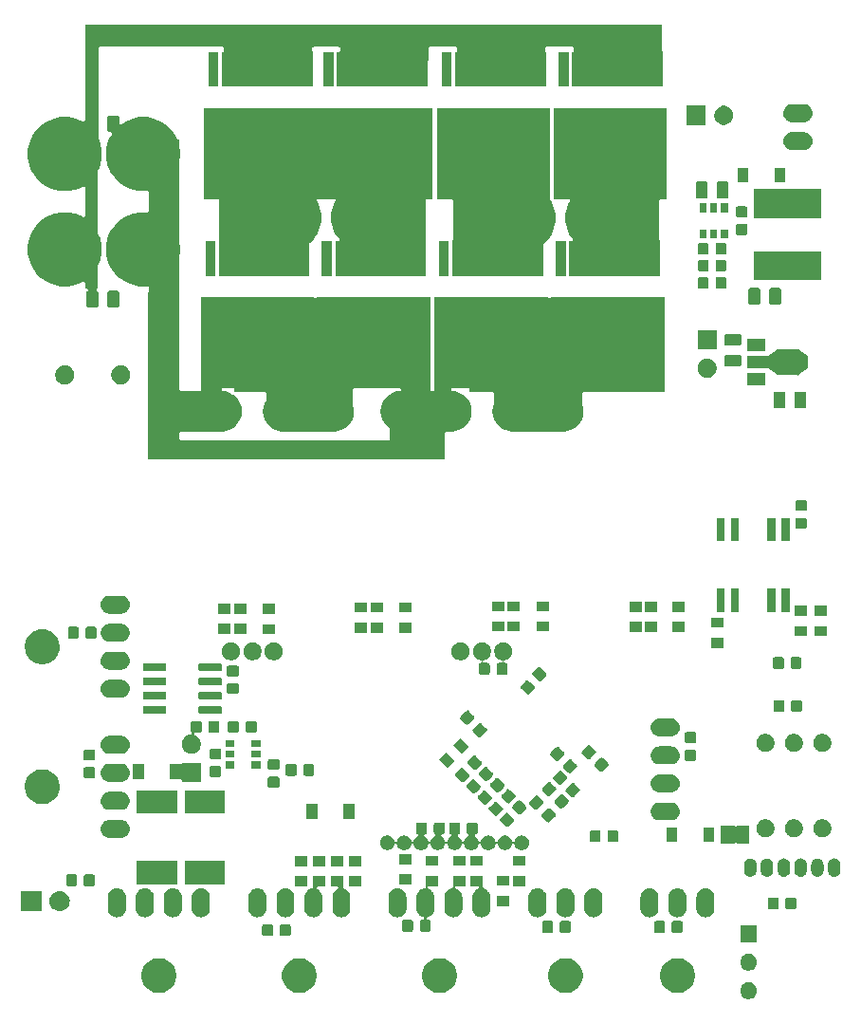
<source format=gbr>
G04 #@! TF.GenerationSoftware,KiCad,Pcbnew,(5.1.4)-1*
G04 #@! TF.CreationDate,2020-02-25T21:38:14+09:00*
G04 #@! TF.ProjectId,SteerMD,53746565-724d-4442-9e6b-696361645f70,rev?*
G04 #@! TF.SameCoordinates,Original*
G04 #@! TF.FileFunction,Soldermask,Bot*
G04 #@! TF.FilePolarity,Negative*
%FSLAX46Y46*%
G04 Gerber Fmt 4.6, Leading zero omitted, Abs format (unit mm)*
G04 Created by KiCad (PCBNEW (5.1.4)-1) date 2020-02-25 21:38:14*
%MOMM*%
%LPD*%
G04 APERTURE LIST*
%ADD10C,0.100000*%
G04 APERTURE END LIST*
D10*
G36*
X138394425Y-136944599D02*
G01*
X138518621Y-136969302D01*
X138655022Y-137025801D01*
X138777779Y-137107825D01*
X138882175Y-137212221D01*
X138964199Y-137334978D01*
X139020698Y-137471379D01*
X139049500Y-137616181D01*
X139049500Y-137763819D01*
X139020698Y-137908621D01*
X138964199Y-138045022D01*
X138882175Y-138167779D01*
X138777779Y-138272175D01*
X138655022Y-138354199D01*
X138518621Y-138410698D01*
X138394425Y-138435401D01*
X138373820Y-138439500D01*
X138226180Y-138439500D01*
X138205575Y-138435401D01*
X138081379Y-138410698D01*
X137944978Y-138354199D01*
X137822221Y-138272175D01*
X137717825Y-138167779D01*
X137635801Y-138045022D01*
X137579302Y-137908621D01*
X137550500Y-137763819D01*
X137550500Y-137616181D01*
X137579302Y-137471379D01*
X137635801Y-137334978D01*
X137717825Y-137212221D01*
X137822221Y-137107825D01*
X137944978Y-137025801D01*
X138081379Y-136969302D01*
X138205575Y-136944599D01*
X138226180Y-136940500D01*
X138373820Y-136940500D01*
X138394425Y-136944599D01*
X138394425Y-136944599D01*
G37*
G36*
X132252585Y-134828802D02*
G01*
X132402410Y-134858604D01*
X132684674Y-134975521D01*
X132938705Y-135145259D01*
X133154741Y-135361295D01*
X133324479Y-135615326D01*
X133441396Y-135897590D01*
X133501000Y-136197240D01*
X133501000Y-136502760D01*
X133441396Y-136802410D01*
X133324479Y-137084674D01*
X133154741Y-137338705D01*
X132938705Y-137554741D01*
X132684674Y-137724479D01*
X132402410Y-137841396D01*
X132252585Y-137871198D01*
X132102761Y-137901000D01*
X131797239Y-137901000D01*
X131647415Y-137871198D01*
X131497590Y-137841396D01*
X131215326Y-137724479D01*
X130961295Y-137554741D01*
X130745259Y-137338705D01*
X130575521Y-137084674D01*
X130458604Y-136802410D01*
X130399000Y-136502760D01*
X130399000Y-136197240D01*
X130458604Y-135897590D01*
X130575521Y-135615326D01*
X130745259Y-135361295D01*
X130961295Y-135145259D01*
X131215326Y-134975521D01*
X131497590Y-134858604D01*
X131647415Y-134828802D01*
X131797239Y-134799000D01*
X132102761Y-134799000D01*
X132252585Y-134828802D01*
X132252585Y-134828802D01*
G37*
G36*
X122252585Y-134828802D02*
G01*
X122402410Y-134858604D01*
X122684674Y-134975521D01*
X122938705Y-135145259D01*
X123154741Y-135361295D01*
X123324479Y-135615326D01*
X123441396Y-135897590D01*
X123501000Y-136197240D01*
X123501000Y-136502760D01*
X123441396Y-136802410D01*
X123324479Y-137084674D01*
X123154741Y-137338705D01*
X122938705Y-137554741D01*
X122684674Y-137724479D01*
X122402410Y-137841396D01*
X122252585Y-137871198D01*
X122102761Y-137901000D01*
X121797239Y-137901000D01*
X121647415Y-137871198D01*
X121497590Y-137841396D01*
X121215326Y-137724479D01*
X120961295Y-137554741D01*
X120745259Y-137338705D01*
X120575521Y-137084674D01*
X120458604Y-136802410D01*
X120399000Y-136502760D01*
X120399000Y-136197240D01*
X120458604Y-135897590D01*
X120575521Y-135615326D01*
X120745259Y-135361295D01*
X120961295Y-135145259D01*
X121215326Y-134975521D01*
X121497590Y-134858604D01*
X121647415Y-134828802D01*
X121797239Y-134799000D01*
X122102761Y-134799000D01*
X122252585Y-134828802D01*
X122252585Y-134828802D01*
G37*
G36*
X111002585Y-134828802D02*
G01*
X111152410Y-134858604D01*
X111434674Y-134975521D01*
X111688705Y-135145259D01*
X111904741Y-135361295D01*
X112074479Y-135615326D01*
X112191396Y-135897590D01*
X112251000Y-136197240D01*
X112251000Y-136502760D01*
X112191396Y-136802410D01*
X112074479Y-137084674D01*
X111904741Y-137338705D01*
X111688705Y-137554741D01*
X111434674Y-137724479D01*
X111152410Y-137841396D01*
X111002585Y-137871198D01*
X110852761Y-137901000D01*
X110547239Y-137901000D01*
X110397415Y-137871198D01*
X110247590Y-137841396D01*
X109965326Y-137724479D01*
X109711295Y-137554741D01*
X109495259Y-137338705D01*
X109325521Y-137084674D01*
X109208604Y-136802410D01*
X109149000Y-136502760D01*
X109149000Y-136197240D01*
X109208604Y-135897590D01*
X109325521Y-135615326D01*
X109495259Y-135361295D01*
X109711295Y-135145259D01*
X109965326Y-134975521D01*
X110247590Y-134858604D01*
X110397415Y-134828802D01*
X110547239Y-134799000D01*
X110852761Y-134799000D01*
X111002585Y-134828802D01*
X111002585Y-134828802D01*
G37*
G36*
X85952585Y-134828802D02*
G01*
X86102410Y-134858604D01*
X86384674Y-134975521D01*
X86638705Y-135145259D01*
X86854741Y-135361295D01*
X87024479Y-135615326D01*
X87141396Y-135897590D01*
X87201000Y-136197240D01*
X87201000Y-136502760D01*
X87141396Y-136802410D01*
X87024479Y-137084674D01*
X86854741Y-137338705D01*
X86638705Y-137554741D01*
X86384674Y-137724479D01*
X86102410Y-137841396D01*
X85952585Y-137871198D01*
X85802761Y-137901000D01*
X85497239Y-137901000D01*
X85347415Y-137871198D01*
X85197590Y-137841396D01*
X84915326Y-137724479D01*
X84661295Y-137554741D01*
X84445259Y-137338705D01*
X84275521Y-137084674D01*
X84158604Y-136802410D01*
X84099000Y-136502760D01*
X84099000Y-136197240D01*
X84158604Y-135897590D01*
X84275521Y-135615326D01*
X84445259Y-135361295D01*
X84661295Y-135145259D01*
X84915326Y-134975521D01*
X85197590Y-134858604D01*
X85347415Y-134828802D01*
X85497239Y-134799000D01*
X85802761Y-134799000D01*
X85952585Y-134828802D01*
X85952585Y-134828802D01*
G37*
G36*
X98502585Y-134828802D02*
G01*
X98652410Y-134858604D01*
X98934674Y-134975521D01*
X99188705Y-135145259D01*
X99404741Y-135361295D01*
X99574479Y-135615326D01*
X99691396Y-135897590D01*
X99751000Y-136197240D01*
X99751000Y-136502760D01*
X99691396Y-136802410D01*
X99574479Y-137084674D01*
X99404741Y-137338705D01*
X99188705Y-137554741D01*
X98934674Y-137724479D01*
X98652410Y-137841396D01*
X98502585Y-137871198D01*
X98352761Y-137901000D01*
X98047239Y-137901000D01*
X97897415Y-137871198D01*
X97747590Y-137841396D01*
X97465326Y-137724479D01*
X97211295Y-137554741D01*
X96995259Y-137338705D01*
X96825521Y-137084674D01*
X96708604Y-136802410D01*
X96649000Y-136502760D01*
X96649000Y-136197240D01*
X96708604Y-135897590D01*
X96825521Y-135615326D01*
X96995259Y-135361295D01*
X97211295Y-135145259D01*
X97465326Y-134975521D01*
X97747590Y-134858604D01*
X97897415Y-134828802D01*
X98047239Y-134799000D01*
X98352761Y-134799000D01*
X98502585Y-134828802D01*
X98502585Y-134828802D01*
G37*
G36*
X138394425Y-134404599D02*
G01*
X138518621Y-134429302D01*
X138655022Y-134485801D01*
X138777779Y-134567825D01*
X138882175Y-134672221D01*
X138964199Y-134794978D01*
X139020698Y-134931379D01*
X139049500Y-135076181D01*
X139049500Y-135223819D01*
X139020698Y-135368621D01*
X138964199Y-135505022D01*
X138882175Y-135627779D01*
X138777779Y-135732175D01*
X138655022Y-135814199D01*
X138518621Y-135870698D01*
X138394425Y-135895401D01*
X138373820Y-135899500D01*
X138226180Y-135899500D01*
X138205575Y-135895401D01*
X138081379Y-135870698D01*
X137944978Y-135814199D01*
X137822221Y-135732175D01*
X137717825Y-135627779D01*
X137635801Y-135505022D01*
X137579302Y-135368621D01*
X137550500Y-135223819D01*
X137550500Y-135076181D01*
X137579302Y-134931379D01*
X137635801Y-134794978D01*
X137717825Y-134672221D01*
X137822221Y-134567825D01*
X137944978Y-134485801D01*
X138081379Y-134429302D01*
X138205575Y-134404599D01*
X138226180Y-134400500D01*
X138373820Y-134400500D01*
X138394425Y-134404599D01*
X138394425Y-134404599D01*
G37*
G36*
X139049500Y-133359500D02*
G01*
X137550500Y-133359500D01*
X137550500Y-131860500D01*
X139049500Y-131860500D01*
X139049500Y-133359500D01*
X139049500Y-133359500D01*
G37*
G36*
X95704591Y-131778085D02*
G01*
X95738569Y-131788393D01*
X95769890Y-131805134D01*
X95797339Y-131827661D01*
X95819866Y-131855110D01*
X95836607Y-131886431D01*
X95846915Y-131920409D01*
X95851000Y-131961890D01*
X95851000Y-132638110D01*
X95846915Y-132679591D01*
X95836607Y-132713569D01*
X95819866Y-132744890D01*
X95797339Y-132772339D01*
X95769890Y-132794866D01*
X95738569Y-132811607D01*
X95704591Y-132821915D01*
X95663110Y-132826000D01*
X95061890Y-132826000D01*
X95020409Y-132821915D01*
X94986431Y-132811607D01*
X94955110Y-132794866D01*
X94927661Y-132772339D01*
X94905134Y-132744890D01*
X94888393Y-132713569D01*
X94878085Y-132679591D01*
X94874000Y-132638110D01*
X94874000Y-131961890D01*
X94878085Y-131920409D01*
X94888393Y-131886431D01*
X94905134Y-131855110D01*
X94927661Y-131827661D01*
X94955110Y-131805134D01*
X94986431Y-131788393D01*
X95020409Y-131778085D01*
X95061890Y-131774000D01*
X95663110Y-131774000D01*
X95704591Y-131778085D01*
X95704591Y-131778085D01*
G37*
G36*
X97279591Y-131778085D02*
G01*
X97313569Y-131788393D01*
X97344890Y-131805134D01*
X97372339Y-131827661D01*
X97394866Y-131855110D01*
X97411607Y-131886431D01*
X97421915Y-131920409D01*
X97426000Y-131961890D01*
X97426000Y-132638110D01*
X97421915Y-132679591D01*
X97411607Y-132713569D01*
X97394866Y-132744890D01*
X97372339Y-132772339D01*
X97344890Y-132794866D01*
X97313569Y-132811607D01*
X97279591Y-132821915D01*
X97238110Y-132826000D01*
X96636890Y-132826000D01*
X96595409Y-132821915D01*
X96561431Y-132811607D01*
X96530110Y-132794866D01*
X96502661Y-132772339D01*
X96480134Y-132744890D01*
X96463393Y-132713569D01*
X96453085Y-132679591D01*
X96449000Y-132638110D01*
X96449000Y-131961890D01*
X96453085Y-131920409D01*
X96463393Y-131886431D01*
X96480134Y-131855110D01*
X96502661Y-131827661D01*
X96530110Y-131805134D01*
X96561431Y-131788393D01*
X96595409Y-131778085D01*
X96636890Y-131774000D01*
X97238110Y-131774000D01*
X97279591Y-131778085D01*
X97279591Y-131778085D01*
G37*
G36*
X122279591Y-131478085D02*
G01*
X122313569Y-131488393D01*
X122344890Y-131505134D01*
X122372339Y-131527661D01*
X122394866Y-131555110D01*
X122411607Y-131586431D01*
X122421915Y-131620409D01*
X122426000Y-131661890D01*
X122426000Y-132338110D01*
X122421915Y-132379591D01*
X122411607Y-132413569D01*
X122394866Y-132444890D01*
X122372339Y-132472339D01*
X122344890Y-132494866D01*
X122313569Y-132511607D01*
X122279591Y-132521915D01*
X122238110Y-132526000D01*
X121636890Y-132526000D01*
X121595409Y-132521915D01*
X121561431Y-132511607D01*
X121530110Y-132494866D01*
X121502661Y-132472339D01*
X121480134Y-132444890D01*
X121463393Y-132413569D01*
X121453085Y-132379591D01*
X121449000Y-132338110D01*
X121449000Y-131661890D01*
X121453085Y-131620409D01*
X121463393Y-131586431D01*
X121480134Y-131555110D01*
X121502661Y-131527661D01*
X121530110Y-131505134D01*
X121561431Y-131488393D01*
X121595409Y-131478085D01*
X121636890Y-131474000D01*
X122238110Y-131474000D01*
X122279591Y-131478085D01*
X122279591Y-131478085D01*
G37*
G36*
X120704591Y-131478085D02*
G01*
X120738569Y-131488393D01*
X120769890Y-131505134D01*
X120797339Y-131527661D01*
X120819866Y-131555110D01*
X120836607Y-131586431D01*
X120846915Y-131620409D01*
X120851000Y-131661890D01*
X120851000Y-132338110D01*
X120846915Y-132379591D01*
X120836607Y-132413569D01*
X120819866Y-132444890D01*
X120797339Y-132472339D01*
X120769890Y-132494866D01*
X120738569Y-132511607D01*
X120704591Y-132521915D01*
X120663110Y-132526000D01*
X120061890Y-132526000D01*
X120020409Y-132521915D01*
X119986431Y-132511607D01*
X119955110Y-132494866D01*
X119927661Y-132472339D01*
X119905134Y-132444890D01*
X119888393Y-132413569D01*
X119878085Y-132379591D01*
X119874000Y-132338110D01*
X119874000Y-131661890D01*
X119878085Y-131620409D01*
X119888393Y-131586431D01*
X119905134Y-131555110D01*
X119927661Y-131527661D01*
X119955110Y-131505134D01*
X119986431Y-131488393D01*
X120020409Y-131478085D01*
X120061890Y-131474000D01*
X120663110Y-131474000D01*
X120704591Y-131478085D01*
X120704591Y-131478085D01*
G37*
G36*
X130704591Y-131478085D02*
G01*
X130738569Y-131488393D01*
X130769890Y-131505134D01*
X130797339Y-131527661D01*
X130819866Y-131555110D01*
X130836607Y-131586431D01*
X130846915Y-131620409D01*
X130851000Y-131661890D01*
X130851000Y-132338110D01*
X130846915Y-132379591D01*
X130836607Y-132413569D01*
X130819866Y-132444890D01*
X130797339Y-132472339D01*
X130769890Y-132494866D01*
X130738569Y-132511607D01*
X130704591Y-132521915D01*
X130663110Y-132526000D01*
X130061890Y-132526000D01*
X130020409Y-132521915D01*
X129986431Y-132511607D01*
X129955110Y-132494866D01*
X129927661Y-132472339D01*
X129905134Y-132444890D01*
X129888393Y-132413569D01*
X129878085Y-132379591D01*
X129874000Y-132338110D01*
X129874000Y-131661890D01*
X129878085Y-131620409D01*
X129888393Y-131586431D01*
X129905134Y-131555110D01*
X129927661Y-131527661D01*
X129955110Y-131505134D01*
X129986431Y-131488393D01*
X130020409Y-131478085D01*
X130061890Y-131474000D01*
X130663110Y-131474000D01*
X130704591Y-131478085D01*
X130704591Y-131478085D01*
G37*
G36*
X132279591Y-131478085D02*
G01*
X132313569Y-131488393D01*
X132344890Y-131505134D01*
X132372339Y-131527661D01*
X132394866Y-131555110D01*
X132411607Y-131586431D01*
X132421915Y-131620409D01*
X132426000Y-131661890D01*
X132426000Y-132338110D01*
X132421915Y-132379591D01*
X132411607Y-132413569D01*
X132394866Y-132444890D01*
X132372339Y-132472339D01*
X132344890Y-132494866D01*
X132313569Y-132511607D01*
X132279591Y-132521915D01*
X132238110Y-132526000D01*
X131636890Y-132526000D01*
X131595409Y-132521915D01*
X131561431Y-132511607D01*
X131530110Y-132494866D01*
X131502661Y-132472339D01*
X131480134Y-132444890D01*
X131463393Y-132413569D01*
X131453085Y-132379591D01*
X131449000Y-132338110D01*
X131449000Y-131661890D01*
X131453085Y-131620409D01*
X131463393Y-131586431D01*
X131480134Y-131555110D01*
X131502661Y-131527661D01*
X131530110Y-131505134D01*
X131561431Y-131488393D01*
X131595409Y-131478085D01*
X131636890Y-131474000D01*
X132238110Y-131474000D01*
X132279591Y-131478085D01*
X132279591Y-131478085D01*
G37*
G36*
X108204591Y-131378085D02*
G01*
X108238569Y-131388393D01*
X108269890Y-131405134D01*
X108297339Y-131427661D01*
X108319866Y-131455110D01*
X108336607Y-131486431D01*
X108346915Y-131520409D01*
X108351000Y-131561890D01*
X108351000Y-132238110D01*
X108346915Y-132279591D01*
X108336607Y-132313569D01*
X108319866Y-132344890D01*
X108297339Y-132372339D01*
X108269890Y-132394866D01*
X108238569Y-132411607D01*
X108204591Y-132421915D01*
X108163110Y-132426000D01*
X107561890Y-132426000D01*
X107520409Y-132421915D01*
X107486431Y-132411607D01*
X107455110Y-132394866D01*
X107427661Y-132372339D01*
X107405134Y-132344890D01*
X107388393Y-132313569D01*
X107378085Y-132279591D01*
X107374000Y-132238110D01*
X107374000Y-131561890D01*
X107378085Y-131520409D01*
X107388393Y-131486431D01*
X107405134Y-131455110D01*
X107427661Y-131427661D01*
X107455110Y-131405134D01*
X107486431Y-131388393D01*
X107520409Y-131378085D01*
X107561890Y-131374000D01*
X108163110Y-131374000D01*
X108204591Y-131378085D01*
X108204591Y-131378085D01*
G37*
G36*
X110601000Y-128351000D02*
G01*
X109758772Y-128351000D01*
X109734386Y-128353402D01*
X109710937Y-128360515D01*
X109689326Y-128372066D01*
X109670384Y-128387611D01*
X109654839Y-128406553D01*
X109643288Y-128428164D01*
X109636175Y-128451613D01*
X109633773Y-128475999D01*
X109636175Y-128500385D01*
X109643288Y-128523834D01*
X109654839Y-128545445D01*
X109670384Y-128564387D01*
X109689326Y-128579932D01*
X109710937Y-128591483D01*
X109722487Y-128595616D01*
X109758012Y-128606392D01*
X109813849Y-128636238D01*
X109897164Y-128680771D01*
X110019133Y-128780867D01*
X110086995Y-128863558D01*
X110119229Y-128902835D01*
X110193608Y-129041987D01*
X110199016Y-129059815D01*
X110239410Y-129192977D01*
X110251000Y-129310655D01*
X110251000Y-130389345D01*
X110239410Y-130507023D01*
X110214857Y-130587963D01*
X110193608Y-130658013D01*
X110119229Y-130797165D01*
X110019133Y-130919133D01*
X109897165Y-131019229D01*
X109758013Y-131093608D01*
X109706769Y-131109152D01*
X109640069Y-131129385D01*
X109617434Y-131138762D01*
X109597060Y-131152375D01*
X109579733Y-131169702D01*
X109566119Y-131190077D01*
X109556742Y-131212715D01*
X109551961Y-131236749D01*
X109551961Y-131261253D01*
X109556741Y-131285286D01*
X109566119Y-131307925D01*
X109579732Y-131328299D01*
X109597059Y-131345626D01*
X109617434Y-131359240D01*
X109640072Y-131368617D01*
X109664106Y-131373398D01*
X109676358Y-131374000D01*
X109738110Y-131374000D01*
X109779591Y-131378085D01*
X109813569Y-131388393D01*
X109844890Y-131405134D01*
X109872339Y-131427661D01*
X109894866Y-131455110D01*
X109911607Y-131486431D01*
X109921915Y-131520409D01*
X109926000Y-131561890D01*
X109926000Y-132238110D01*
X109921915Y-132279591D01*
X109911607Y-132313569D01*
X109894866Y-132344890D01*
X109872339Y-132372339D01*
X109844890Y-132394866D01*
X109813569Y-132411607D01*
X109779591Y-132421915D01*
X109738110Y-132426000D01*
X109136890Y-132426000D01*
X109095409Y-132421915D01*
X109061431Y-132411607D01*
X109030110Y-132394866D01*
X109002661Y-132372339D01*
X108980134Y-132344890D01*
X108963393Y-132313569D01*
X108953085Y-132279591D01*
X108949000Y-132238110D01*
X108949000Y-131561890D01*
X108953085Y-131520409D01*
X108963393Y-131486431D01*
X108980134Y-131455110D01*
X109002661Y-131427661D01*
X109030110Y-131405134D01*
X109061431Y-131388393D01*
X109095409Y-131378085D01*
X109136890Y-131374000D01*
X109223643Y-131374000D01*
X109248029Y-131371598D01*
X109271478Y-131364485D01*
X109293089Y-131352934D01*
X109312031Y-131337389D01*
X109327576Y-131318447D01*
X109339127Y-131296836D01*
X109346240Y-131273387D01*
X109348642Y-131249001D01*
X109346240Y-131224615D01*
X109339127Y-131201166D01*
X109327576Y-131179555D01*
X109312031Y-131160613D01*
X109293089Y-131145068D01*
X109271478Y-131133517D01*
X109259935Y-131129387D01*
X109193232Y-131109152D01*
X109141988Y-131093608D01*
X109002836Y-131019229D01*
X108880868Y-130919133D01*
X108780772Y-130797165D01*
X108706393Y-130658013D01*
X108685144Y-130587963D01*
X108660591Y-130507023D01*
X108649001Y-130389345D01*
X108649000Y-129310656D01*
X108660590Y-129192978D01*
X108691125Y-129092319D01*
X108706392Y-129041988D01*
X108780771Y-128902836D01*
X108780772Y-128902835D01*
X108880867Y-128780867D01*
X109002835Y-128680771D01*
X109086150Y-128636238D01*
X109141987Y-128606392D01*
X109212762Y-128584923D01*
X109292977Y-128560590D01*
X109334748Y-128556476D01*
X109386254Y-128551403D01*
X109410287Y-128546622D01*
X109432926Y-128537245D01*
X109453300Y-128523631D01*
X109470627Y-128506304D01*
X109484240Y-128485930D01*
X109493618Y-128463291D01*
X109499000Y-128427006D01*
X109499000Y-127449000D01*
X110601000Y-127449000D01*
X110601000Y-128351000D01*
X110601000Y-128351000D01*
G37*
G36*
X124607022Y-128560590D02*
G01*
X124687237Y-128584923D01*
X124758012Y-128606392D01*
X124813849Y-128636238D01*
X124897164Y-128680771D01*
X125019133Y-128780867D01*
X125086995Y-128863558D01*
X125119229Y-128902835D01*
X125193608Y-129041987D01*
X125199016Y-129059815D01*
X125239410Y-129192977D01*
X125251000Y-129310655D01*
X125251000Y-130389345D01*
X125239410Y-130507023D01*
X125214857Y-130587963D01*
X125193608Y-130658013D01*
X125119229Y-130797165D01*
X125019133Y-130919133D01*
X124897165Y-131019229D01*
X124758013Y-131093608D01*
X124707682Y-131108875D01*
X124607023Y-131139410D01*
X124450000Y-131154875D01*
X124292978Y-131139410D01*
X124192319Y-131108875D01*
X124141988Y-131093608D01*
X124002836Y-131019229D01*
X123880868Y-130919133D01*
X123780772Y-130797165D01*
X123706393Y-130658013D01*
X123685144Y-130587963D01*
X123660591Y-130507023D01*
X123649001Y-130389345D01*
X123649000Y-129310656D01*
X123660590Y-129192978D01*
X123691125Y-129092319D01*
X123706392Y-129041988D01*
X123780771Y-128902836D01*
X123780772Y-128902835D01*
X123880867Y-128780867D01*
X124002835Y-128680771D01*
X124086150Y-128636238D01*
X124141987Y-128606392D01*
X124212762Y-128584923D01*
X124292977Y-128560590D01*
X124450000Y-128545125D01*
X124607022Y-128560590D01*
X124607022Y-128560590D01*
G37*
G36*
X122107022Y-128560590D02*
G01*
X122187237Y-128584923D01*
X122258012Y-128606392D01*
X122313849Y-128636238D01*
X122397164Y-128680771D01*
X122519133Y-128780867D01*
X122586995Y-128863558D01*
X122619229Y-128902835D01*
X122693608Y-129041987D01*
X122699016Y-129059815D01*
X122739410Y-129192977D01*
X122751000Y-129310655D01*
X122751000Y-130389345D01*
X122739410Y-130507023D01*
X122714857Y-130587963D01*
X122693608Y-130658013D01*
X122619229Y-130797165D01*
X122519133Y-130919133D01*
X122397165Y-131019229D01*
X122258013Y-131093608D01*
X122207682Y-131108875D01*
X122107023Y-131139410D01*
X121950000Y-131154875D01*
X121792978Y-131139410D01*
X121692319Y-131108875D01*
X121641988Y-131093608D01*
X121502836Y-131019229D01*
X121380868Y-130919133D01*
X121280772Y-130797165D01*
X121206393Y-130658013D01*
X121185144Y-130587963D01*
X121160591Y-130507023D01*
X121149001Y-130389345D01*
X121149000Y-129310656D01*
X121160590Y-129192978D01*
X121191125Y-129092319D01*
X121206392Y-129041988D01*
X121280771Y-128902836D01*
X121280772Y-128902835D01*
X121380867Y-128780867D01*
X121502835Y-128680771D01*
X121586150Y-128636238D01*
X121641987Y-128606392D01*
X121712762Y-128584923D01*
X121792977Y-128560590D01*
X121950000Y-128545125D01*
X122107022Y-128560590D01*
X122107022Y-128560590D01*
G37*
G36*
X119607022Y-128560590D02*
G01*
X119687237Y-128584923D01*
X119758012Y-128606392D01*
X119813849Y-128636238D01*
X119897164Y-128680771D01*
X120019133Y-128780867D01*
X120086995Y-128863558D01*
X120119229Y-128902835D01*
X120193608Y-129041987D01*
X120199016Y-129059815D01*
X120239410Y-129192977D01*
X120251000Y-129310655D01*
X120251000Y-130389345D01*
X120239410Y-130507023D01*
X120214857Y-130587963D01*
X120193608Y-130658013D01*
X120119229Y-130797165D01*
X120019133Y-130919133D01*
X119897165Y-131019229D01*
X119758013Y-131093608D01*
X119707682Y-131108875D01*
X119607023Y-131139410D01*
X119450000Y-131154875D01*
X119292978Y-131139410D01*
X119192319Y-131108875D01*
X119141988Y-131093608D01*
X119002836Y-131019229D01*
X118880868Y-130919133D01*
X118780772Y-130797165D01*
X118706393Y-130658013D01*
X118685144Y-130587963D01*
X118660591Y-130507023D01*
X118649001Y-130389345D01*
X118649000Y-129310656D01*
X118660590Y-129192978D01*
X118691125Y-129092319D01*
X118706392Y-129041988D01*
X118780771Y-128902836D01*
X118780772Y-128902835D01*
X118880867Y-128780867D01*
X119002835Y-128680771D01*
X119086150Y-128636238D01*
X119141987Y-128606392D01*
X119212762Y-128584923D01*
X119292977Y-128560590D01*
X119450000Y-128545125D01*
X119607022Y-128560590D01*
X119607022Y-128560590D01*
G37*
G36*
X134607022Y-128560590D02*
G01*
X134687237Y-128584923D01*
X134758012Y-128606392D01*
X134813849Y-128636238D01*
X134897164Y-128680771D01*
X135019133Y-128780867D01*
X135086995Y-128863558D01*
X135119229Y-128902835D01*
X135193608Y-129041987D01*
X135199016Y-129059815D01*
X135239410Y-129192977D01*
X135251000Y-129310655D01*
X135251000Y-130389345D01*
X135239410Y-130507023D01*
X135214857Y-130587963D01*
X135193608Y-130658013D01*
X135119229Y-130797165D01*
X135019133Y-130919133D01*
X134897165Y-131019229D01*
X134758013Y-131093608D01*
X134707682Y-131108875D01*
X134607023Y-131139410D01*
X134450000Y-131154875D01*
X134292978Y-131139410D01*
X134192319Y-131108875D01*
X134141988Y-131093608D01*
X134002836Y-131019229D01*
X133880868Y-130919133D01*
X133780772Y-130797165D01*
X133706393Y-130658013D01*
X133685144Y-130587963D01*
X133660591Y-130507023D01*
X133649001Y-130389345D01*
X133649000Y-129310656D01*
X133660590Y-129192978D01*
X133691125Y-129092319D01*
X133706392Y-129041988D01*
X133780771Y-128902836D01*
X133780772Y-128902835D01*
X133880867Y-128780867D01*
X134002835Y-128680771D01*
X134086150Y-128636238D01*
X134141987Y-128606392D01*
X134212762Y-128584923D01*
X134292977Y-128560590D01*
X134450000Y-128545125D01*
X134607022Y-128560590D01*
X134607022Y-128560590D01*
G37*
G36*
X132107022Y-128560590D02*
G01*
X132187237Y-128584923D01*
X132258012Y-128606392D01*
X132313849Y-128636238D01*
X132397164Y-128680771D01*
X132519133Y-128780867D01*
X132586995Y-128863558D01*
X132619229Y-128902835D01*
X132693608Y-129041987D01*
X132699016Y-129059815D01*
X132739410Y-129192977D01*
X132751000Y-129310655D01*
X132751000Y-130389345D01*
X132739410Y-130507023D01*
X132714857Y-130587963D01*
X132693608Y-130658013D01*
X132619229Y-130797165D01*
X132519133Y-130919133D01*
X132397165Y-131019229D01*
X132258013Y-131093608D01*
X132207682Y-131108875D01*
X132107023Y-131139410D01*
X131950000Y-131154875D01*
X131792978Y-131139410D01*
X131692319Y-131108875D01*
X131641988Y-131093608D01*
X131502836Y-131019229D01*
X131380868Y-130919133D01*
X131280772Y-130797165D01*
X131206393Y-130658013D01*
X131185144Y-130587963D01*
X131160591Y-130507023D01*
X131149001Y-130389345D01*
X131149000Y-129310656D01*
X131160590Y-129192978D01*
X131191125Y-129092319D01*
X131206392Y-129041988D01*
X131280771Y-128902836D01*
X131280772Y-128902835D01*
X131380867Y-128780867D01*
X131502835Y-128680771D01*
X131586150Y-128636238D01*
X131641987Y-128606392D01*
X131712762Y-128584923D01*
X131792977Y-128560590D01*
X131950000Y-128545125D01*
X132107022Y-128560590D01*
X132107022Y-128560590D01*
G37*
G36*
X129607022Y-128560590D02*
G01*
X129687237Y-128584923D01*
X129758012Y-128606392D01*
X129813849Y-128636238D01*
X129897164Y-128680771D01*
X130019133Y-128780867D01*
X130086995Y-128863558D01*
X130119229Y-128902835D01*
X130193608Y-129041987D01*
X130199016Y-129059815D01*
X130239410Y-129192977D01*
X130251000Y-129310655D01*
X130251000Y-130389345D01*
X130239410Y-130507023D01*
X130214857Y-130587963D01*
X130193608Y-130658013D01*
X130119229Y-130797165D01*
X130019133Y-130919133D01*
X129897165Y-131019229D01*
X129758013Y-131093608D01*
X129707682Y-131108875D01*
X129607023Y-131139410D01*
X129450000Y-131154875D01*
X129292978Y-131139410D01*
X129192319Y-131108875D01*
X129141988Y-131093608D01*
X129002836Y-131019229D01*
X128880868Y-130919133D01*
X128780772Y-130797165D01*
X128706393Y-130658013D01*
X128685144Y-130587963D01*
X128660591Y-130507023D01*
X128649001Y-130389345D01*
X128649000Y-129310656D01*
X128660590Y-129192978D01*
X128691125Y-129092319D01*
X128706392Y-129041988D01*
X128780771Y-128902836D01*
X128780772Y-128902835D01*
X128880867Y-128780867D01*
X129002835Y-128680771D01*
X129086150Y-128636238D01*
X129141987Y-128606392D01*
X129212762Y-128584923D01*
X129292977Y-128560590D01*
X129450000Y-128545125D01*
X129607022Y-128560590D01*
X129607022Y-128560590D01*
G37*
G36*
X114601000Y-128466058D02*
G01*
X114603402Y-128490444D01*
X114610515Y-128513893D01*
X114622066Y-128535504D01*
X114637611Y-128554446D01*
X114656553Y-128569991D01*
X114678164Y-128581542D01*
X114689708Y-128585673D01*
X114758011Y-128606392D01*
X114897164Y-128680771D01*
X115019133Y-128780867D01*
X115086995Y-128863558D01*
X115119229Y-128902835D01*
X115193608Y-129041987D01*
X115199016Y-129059815D01*
X115239410Y-129192977D01*
X115251000Y-129310655D01*
X115251000Y-130389345D01*
X115239410Y-130507023D01*
X115214857Y-130587963D01*
X115193608Y-130658013D01*
X115119229Y-130797165D01*
X115019133Y-130919133D01*
X114897165Y-131019229D01*
X114758013Y-131093608D01*
X114707682Y-131108875D01*
X114607023Y-131139410D01*
X114450000Y-131154875D01*
X114292978Y-131139410D01*
X114192319Y-131108875D01*
X114141988Y-131093608D01*
X114002836Y-131019229D01*
X113880868Y-130919133D01*
X113780772Y-130797165D01*
X113706393Y-130658013D01*
X113685144Y-130587963D01*
X113660591Y-130507023D01*
X113649001Y-130389345D01*
X113649000Y-129310656D01*
X113660590Y-129192978D01*
X113691125Y-129092319D01*
X113706392Y-129041988D01*
X113780771Y-128902836D01*
X113780772Y-128902835D01*
X113880867Y-128780867D01*
X114002835Y-128680771D01*
X114086150Y-128636238D01*
X114141987Y-128606392D01*
X114177512Y-128595616D01*
X114200151Y-128586238D01*
X114220525Y-128572625D01*
X114237852Y-128555298D01*
X114251466Y-128534923D01*
X114260844Y-128512285D01*
X114265624Y-128488251D01*
X114265624Y-128463747D01*
X114260844Y-128439714D01*
X114251466Y-128417075D01*
X114237853Y-128396701D01*
X114220526Y-128379374D01*
X114200151Y-128365760D01*
X114177513Y-128356382D01*
X114153479Y-128351602D01*
X114141227Y-128351000D01*
X113499000Y-128351000D01*
X113499000Y-127449000D01*
X114601000Y-127449000D01*
X114601000Y-128466058D01*
X114601000Y-128466058D01*
G37*
G36*
X113001000Y-128351000D02*
G01*
X112258772Y-128351000D01*
X112234386Y-128353402D01*
X112210937Y-128360515D01*
X112189326Y-128372066D01*
X112170384Y-128387611D01*
X112154839Y-128406553D01*
X112143288Y-128428164D01*
X112136175Y-128451613D01*
X112133773Y-128475999D01*
X112136175Y-128500385D01*
X112143288Y-128523834D01*
X112154839Y-128545445D01*
X112170384Y-128564387D01*
X112189326Y-128579932D01*
X112210937Y-128591483D01*
X112222487Y-128595616D01*
X112258012Y-128606392D01*
X112313849Y-128636238D01*
X112397164Y-128680771D01*
X112519133Y-128780867D01*
X112586995Y-128863558D01*
X112619229Y-128902835D01*
X112693608Y-129041987D01*
X112699016Y-129059815D01*
X112739410Y-129192977D01*
X112751000Y-129310655D01*
X112751000Y-130389345D01*
X112739410Y-130507023D01*
X112714857Y-130587963D01*
X112693608Y-130658013D01*
X112619229Y-130797165D01*
X112519133Y-130919133D01*
X112397165Y-131019229D01*
X112258013Y-131093608D01*
X112207682Y-131108875D01*
X112107023Y-131139410D01*
X111950000Y-131154875D01*
X111792978Y-131139410D01*
X111692319Y-131108875D01*
X111641988Y-131093608D01*
X111502836Y-131019229D01*
X111380868Y-130919133D01*
X111280772Y-130797165D01*
X111206393Y-130658013D01*
X111185144Y-130587963D01*
X111160591Y-130507023D01*
X111149001Y-130389345D01*
X111149000Y-129310656D01*
X111160590Y-129192978D01*
X111191125Y-129092319D01*
X111206392Y-129041988D01*
X111280771Y-128902836D01*
X111280772Y-128902835D01*
X111380867Y-128780867D01*
X111502835Y-128680771D01*
X111586150Y-128636238D01*
X111641987Y-128606392D01*
X111677512Y-128595616D01*
X111792977Y-128560590D01*
X111792983Y-128560589D01*
X111799439Y-128558631D01*
X111810276Y-128556476D01*
X111832916Y-128547100D01*
X111853292Y-128533488D01*
X111870620Y-128516162D01*
X111884235Y-128495789D01*
X111893615Y-128473151D01*
X111898397Y-128449118D01*
X111899000Y-128436856D01*
X111899000Y-127449000D01*
X113001000Y-127449000D01*
X113001000Y-128351000D01*
X113001000Y-128351000D01*
G37*
G36*
X107107022Y-128560590D02*
G01*
X107187237Y-128584923D01*
X107258012Y-128606392D01*
X107313849Y-128636238D01*
X107397164Y-128680771D01*
X107519133Y-128780867D01*
X107586995Y-128863558D01*
X107619229Y-128902835D01*
X107693608Y-129041987D01*
X107699016Y-129059815D01*
X107739410Y-129192977D01*
X107751000Y-129310655D01*
X107751000Y-130389345D01*
X107739410Y-130507023D01*
X107714857Y-130587963D01*
X107693608Y-130658013D01*
X107619229Y-130797165D01*
X107519133Y-130919133D01*
X107397165Y-131019229D01*
X107258013Y-131093608D01*
X107207682Y-131108875D01*
X107107023Y-131139410D01*
X106950000Y-131154875D01*
X106792978Y-131139410D01*
X106692319Y-131108875D01*
X106641988Y-131093608D01*
X106502836Y-131019229D01*
X106380868Y-130919133D01*
X106280772Y-130797165D01*
X106206393Y-130658013D01*
X106185144Y-130587963D01*
X106160591Y-130507023D01*
X106149001Y-130389345D01*
X106149000Y-129310656D01*
X106160590Y-129192978D01*
X106191125Y-129092319D01*
X106206392Y-129041988D01*
X106280771Y-128902836D01*
X106280772Y-128902835D01*
X106380867Y-128780867D01*
X106502835Y-128680771D01*
X106586150Y-128636238D01*
X106641987Y-128606392D01*
X106712762Y-128584923D01*
X106792977Y-128560590D01*
X106950000Y-128545125D01*
X107107022Y-128560590D01*
X107107022Y-128560590D01*
G37*
G36*
X94607022Y-128560590D02*
G01*
X94687237Y-128584923D01*
X94758012Y-128606392D01*
X94813849Y-128636238D01*
X94897164Y-128680771D01*
X95019133Y-128780867D01*
X95086995Y-128863558D01*
X95119229Y-128902835D01*
X95193608Y-129041987D01*
X95199016Y-129059815D01*
X95239410Y-129192977D01*
X95251000Y-129310655D01*
X95251000Y-130389345D01*
X95239410Y-130507023D01*
X95214857Y-130587963D01*
X95193608Y-130658013D01*
X95119229Y-130797165D01*
X95019133Y-130919133D01*
X94897165Y-131019229D01*
X94758013Y-131093608D01*
X94707682Y-131108875D01*
X94607023Y-131139410D01*
X94450000Y-131154875D01*
X94292978Y-131139410D01*
X94192319Y-131108875D01*
X94141988Y-131093608D01*
X94002836Y-131019229D01*
X93880868Y-130919133D01*
X93780772Y-130797165D01*
X93706393Y-130658013D01*
X93685144Y-130587963D01*
X93660591Y-130507023D01*
X93649001Y-130389345D01*
X93649000Y-129310656D01*
X93660590Y-129192978D01*
X93691125Y-129092319D01*
X93706392Y-129041988D01*
X93780771Y-128902836D01*
X93780772Y-128902835D01*
X93880867Y-128780867D01*
X94002835Y-128680771D01*
X94086150Y-128636238D01*
X94141987Y-128606392D01*
X94212762Y-128584923D01*
X94292977Y-128560590D01*
X94450000Y-128545125D01*
X94607022Y-128560590D01*
X94607022Y-128560590D01*
G37*
G36*
X97107022Y-128560590D02*
G01*
X97187237Y-128584923D01*
X97258012Y-128606392D01*
X97313849Y-128636238D01*
X97397164Y-128680771D01*
X97519133Y-128780867D01*
X97586995Y-128863558D01*
X97619229Y-128902835D01*
X97693608Y-129041987D01*
X97699016Y-129059815D01*
X97739410Y-129192977D01*
X97751000Y-129310655D01*
X97751000Y-130389345D01*
X97739410Y-130507023D01*
X97714857Y-130587963D01*
X97693608Y-130658013D01*
X97619229Y-130797165D01*
X97519133Y-130919133D01*
X97397165Y-131019229D01*
X97258013Y-131093608D01*
X97207682Y-131108875D01*
X97107023Y-131139410D01*
X96950000Y-131154875D01*
X96792978Y-131139410D01*
X96692319Y-131108875D01*
X96641988Y-131093608D01*
X96502836Y-131019229D01*
X96380868Y-130919133D01*
X96280772Y-130797165D01*
X96206393Y-130658013D01*
X96185144Y-130587963D01*
X96160591Y-130507023D01*
X96149001Y-130389345D01*
X96149000Y-129310656D01*
X96160590Y-129192978D01*
X96191125Y-129092319D01*
X96206392Y-129041988D01*
X96280771Y-128902836D01*
X96280772Y-128902835D01*
X96380867Y-128780867D01*
X96502835Y-128680771D01*
X96586150Y-128636238D01*
X96641987Y-128606392D01*
X96712762Y-128584923D01*
X96792977Y-128560590D01*
X96950000Y-128545125D01*
X97107022Y-128560590D01*
X97107022Y-128560590D01*
G37*
G36*
X100501000Y-128401000D02*
G01*
X99872774Y-128401000D01*
X99848388Y-128403402D01*
X99824939Y-128410515D01*
X99803328Y-128422066D01*
X99784386Y-128437611D01*
X99768841Y-128456553D01*
X99757290Y-128478164D01*
X99750177Y-128501613D01*
X99747775Y-128525999D01*
X99750177Y-128550385D01*
X99757290Y-128573834D01*
X99768841Y-128595445D01*
X99784386Y-128614387D01*
X99813849Y-128636238D01*
X99897164Y-128680771D01*
X100019133Y-128780867D01*
X100086995Y-128863558D01*
X100119229Y-128902835D01*
X100193608Y-129041987D01*
X100199016Y-129059815D01*
X100239410Y-129192977D01*
X100251000Y-129310655D01*
X100251000Y-130389345D01*
X100239410Y-130507023D01*
X100214857Y-130587963D01*
X100193608Y-130658013D01*
X100119229Y-130797165D01*
X100019133Y-130919133D01*
X99897165Y-131019229D01*
X99758013Y-131093608D01*
X99707682Y-131108875D01*
X99607023Y-131139410D01*
X99450000Y-131154875D01*
X99292978Y-131139410D01*
X99192319Y-131108875D01*
X99141988Y-131093608D01*
X99002836Y-131019229D01*
X98880868Y-130919133D01*
X98780772Y-130797165D01*
X98706393Y-130658013D01*
X98685144Y-130587963D01*
X98660591Y-130507023D01*
X98649001Y-130389345D01*
X98649000Y-129310656D01*
X98660590Y-129192978D01*
X98691125Y-129092319D01*
X98706392Y-129041988D01*
X98780771Y-128902836D01*
X98780772Y-128902835D01*
X98880867Y-128780867D01*
X99002835Y-128680771D01*
X99086150Y-128636238D01*
X99141987Y-128606392D01*
X99177512Y-128595616D01*
X99292977Y-128560590D01*
X99292983Y-128560589D01*
X99299439Y-128558631D01*
X99310276Y-128556476D01*
X99332916Y-128547100D01*
X99353292Y-128533488D01*
X99370620Y-128516162D01*
X99384235Y-128495789D01*
X99393615Y-128473151D01*
X99398397Y-128449118D01*
X99399000Y-128436856D01*
X99399000Y-127499000D01*
X100501000Y-127499000D01*
X100501000Y-128401000D01*
X100501000Y-128401000D01*
G37*
G36*
X102101000Y-128466058D02*
G01*
X102103402Y-128490444D01*
X102110515Y-128513893D01*
X102122066Y-128535504D01*
X102137611Y-128554446D01*
X102156553Y-128569991D01*
X102178164Y-128581542D01*
X102189708Y-128585673D01*
X102258011Y-128606392D01*
X102397164Y-128680771D01*
X102519133Y-128780867D01*
X102586995Y-128863558D01*
X102619229Y-128902835D01*
X102693608Y-129041987D01*
X102699016Y-129059815D01*
X102739410Y-129192977D01*
X102751000Y-129310655D01*
X102751000Y-130389345D01*
X102739410Y-130507023D01*
X102714857Y-130587963D01*
X102693608Y-130658013D01*
X102619229Y-130797165D01*
X102519133Y-130919133D01*
X102397165Y-131019229D01*
X102258013Y-131093608D01*
X102207682Y-131108875D01*
X102107023Y-131139410D01*
X101950000Y-131154875D01*
X101792978Y-131139410D01*
X101692319Y-131108875D01*
X101641988Y-131093608D01*
X101502836Y-131019229D01*
X101380868Y-130919133D01*
X101280772Y-130797165D01*
X101206393Y-130658013D01*
X101185144Y-130587963D01*
X101160591Y-130507023D01*
X101149001Y-130389345D01*
X101149000Y-129310656D01*
X101160590Y-129192978D01*
X101191125Y-129092319D01*
X101206392Y-129041988D01*
X101280771Y-128902836D01*
X101280772Y-128902835D01*
X101380867Y-128780867D01*
X101502835Y-128680771D01*
X101586150Y-128636238D01*
X101606524Y-128622624D01*
X101623851Y-128605297D01*
X101637465Y-128584923D01*
X101646842Y-128562284D01*
X101651622Y-128538250D01*
X101651622Y-128513746D01*
X101646841Y-128489713D01*
X101637464Y-128467074D01*
X101623850Y-128446700D01*
X101606523Y-128429373D01*
X101586149Y-128415759D01*
X101563510Y-128406382D01*
X101527225Y-128401000D01*
X100999000Y-128401000D01*
X100999000Y-127499000D01*
X102101000Y-127499000D01*
X102101000Y-128466058D01*
X102101000Y-128466058D01*
G37*
G36*
X82057022Y-128560590D02*
G01*
X82137237Y-128584923D01*
X82208012Y-128606392D01*
X82263849Y-128636238D01*
X82347164Y-128680771D01*
X82469133Y-128780867D01*
X82536995Y-128863558D01*
X82569229Y-128902835D01*
X82643608Y-129041987D01*
X82649016Y-129059815D01*
X82689410Y-129192977D01*
X82701000Y-129310655D01*
X82701000Y-130389345D01*
X82689410Y-130507023D01*
X82664857Y-130587963D01*
X82643608Y-130658013D01*
X82569229Y-130797165D01*
X82469133Y-130919133D01*
X82347165Y-131019229D01*
X82208013Y-131093608D01*
X82157682Y-131108875D01*
X82057023Y-131139410D01*
X81900000Y-131154875D01*
X81742978Y-131139410D01*
X81642319Y-131108875D01*
X81591988Y-131093608D01*
X81452836Y-131019229D01*
X81330868Y-130919133D01*
X81230772Y-130797165D01*
X81156393Y-130658013D01*
X81135144Y-130587963D01*
X81110591Y-130507023D01*
X81099001Y-130389345D01*
X81099000Y-129310656D01*
X81110590Y-129192978D01*
X81141125Y-129092319D01*
X81156392Y-129041988D01*
X81230771Y-128902836D01*
X81230772Y-128902835D01*
X81330867Y-128780867D01*
X81452835Y-128680771D01*
X81536150Y-128636238D01*
X81591987Y-128606392D01*
X81662762Y-128584923D01*
X81742977Y-128560590D01*
X81900000Y-128545125D01*
X82057022Y-128560590D01*
X82057022Y-128560590D01*
G37*
G36*
X84557022Y-128560590D02*
G01*
X84637237Y-128584923D01*
X84708012Y-128606392D01*
X84763849Y-128636238D01*
X84847164Y-128680771D01*
X84969133Y-128780867D01*
X85036995Y-128863558D01*
X85069229Y-128902835D01*
X85143608Y-129041987D01*
X85149016Y-129059815D01*
X85189410Y-129192977D01*
X85201000Y-129310655D01*
X85201000Y-130389345D01*
X85189410Y-130507023D01*
X85164857Y-130587963D01*
X85143608Y-130658013D01*
X85069229Y-130797165D01*
X84969133Y-130919133D01*
X84847165Y-131019229D01*
X84708013Y-131093608D01*
X84657682Y-131108875D01*
X84557023Y-131139410D01*
X84400000Y-131154875D01*
X84242978Y-131139410D01*
X84142319Y-131108875D01*
X84091988Y-131093608D01*
X83952836Y-131019229D01*
X83830868Y-130919133D01*
X83730772Y-130797165D01*
X83656393Y-130658013D01*
X83635144Y-130587963D01*
X83610591Y-130507023D01*
X83599001Y-130389345D01*
X83599000Y-129310656D01*
X83610590Y-129192978D01*
X83641125Y-129092319D01*
X83656392Y-129041988D01*
X83730771Y-128902836D01*
X83730772Y-128902835D01*
X83830867Y-128780867D01*
X83952835Y-128680771D01*
X84036150Y-128636238D01*
X84091987Y-128606392D01*
X84162762Y-128584923D01*
X84242977Y-128560590D01*
X84400000Y-128545125D01*
X84557022Y-128560590D01*
X84557022Y-128560590D01*
G37*
G36*
X87057022Y-128560590D02*
G01*
X87137237Y-128584923D01*
X87208012Y-128606392D01*
X87263849Y-128636238D01*
X87347164Y-128680771D01*
X87469133Y-128780867D01*
X87536995Y-128863558D01*
X87569229Y-128902835D01*
X87643608Y-129041987D01*
X87649016Y-129059815D01*
X87689410Y-129192977D01*
X87701000Y-129310655D01*
X87701000Y-130389345D01*
X87689410Y-130507023D01*
X87664857Y-130587963D01*
X87643608Y-130658013D01*
X87569229Y-130797165D01*
X87469133Y-130919133D01*
X87347165Y-131019229D01*
X87208013Y-131093608D01*
X87157682Y-131108875D01*
X87057023Y-131139410D01*
X86900000Y-131154875D01*
X86742978Y-131139410D01*
X86642319Y-131108875D01*
X86591988Y-131093608D01*
X86452836Y-131019229D01*
X86330868Y-130919133D01*
X86230772Y-130797165D01*
X86156393Y-130658013D01*
X86135144Y-130587963D01*
X86110591Y-130507023D01*
X86099001Y-130389345D01*
X86099000Y-129310656D01*
X86110590Y-129192978D01*
X86141125Y-129092319D01*
X86156392Y-129041988D01*
X86230771Y-128902836D01*
X86230772Y-128902835D01*
X86330867Y-128780867D01*
X86452835Y-128680771D01*
X86536150Y-128636238D01*
X86591987Y-128606392D01*
X86662762Y-128584923D01*
X86742977Y-128560590D01*
X86900000Y-128545125D01*
X87057022Y-128560590D01*
X87057022Y-128560590D01*
G37*
G36*
X89557022Y-128560590D02*
G01*
X89637237Y-128584923D01*
X89708012Y-128606392D01*
X89763849Y-128636238D01*
X89847164Y-128680771D01*
X89969133Y-128780867D01*
X90036995Y-128863558D01*
X90069229Y-128902835D01*
X90143608Y-129041987D01*
X90149016Y-129059815D01*
X90189410Y-129192977D01*
X90201000Y-129310655D01*
X90201000Y-130389345D01*
X90189410Y-130507023D01*
X90164857Y-130587963D01*
X90143608Y-130658013D01*
X90069229Y-130797165D01*
X89969133Y-130919133D01*
X89847165Y-131019229D01*
X89708013Y-131093608D01*
X89657682Y-131108875D01*
X89557023Y-131139410D01*
X89400000Y-131154875D01*
X89242978Y-131139410D01*
X89142319Y-131108875D01*
X89091988Y-131093608D01*
X88952836Y-131019229D01*
X88830868Y-130919133D01*
X88730772Y-130797165D01*
X88656393Y-130658013D01*
X88635144Y-130587963D01*
X88610591Y-130507023D01*
X88599001Y-130389345D01*
X88599000Y-129310656D01*
X88610590Y-129192978D01*
X88641125Y-129092319D01*
X88656392Y-129041988D01*
X88730771Y-128902836D01*
X88730772Y-128902835D01*
X88830867Y-128780867D01*
X88952835Y-128680771D01*
X89036150Y-128636238D01*
X89091987Y-128606392D01*
X89162762Y-128584923D01*
X89242977Y-128560590D01*
X89400000Y-128545125D01*
X89557022Y-128560590D01*
X89557022Y-128560590D01*
G37*
G36*
X76900442Y-128805518D02*
G01*
X76966627Y-128812037D01*
X77136466Y-128863557D01*
X77292991Y-128947222D01*
X77328729Y-128976552D01*
X77430186Y-129059814D01*
X77513448Y-129161271D01*
X77542778Y-129197009D01*
X77626443Y-129353534D01*
X77677963Y-129523373D01*
X77695359Y-129700000D01*
X77677963Y-129876627D01*
X77626443Y-130046466D01*
X77542778Y-130202991D01*
X77521104Y-130229401D01*
X77430186Y-130340186D01*
X77343158Y-130411607D01*
X77292991Y-130452778D01*
X77136466Y-130536443D01*
X76966627Y-130587963D01*
X76900442Y-130594482D01*
X76834260Y-130601000D01*
X76745740Y-130601000D01*
X76679558Y-130594482D01*
X76613373Y-130587963D01*
X76443534Y-130536443D01*
X76287009Y-130452778D01*
X76236842Y-130411607D01*
X76149814Y-130340186D01*
X76058896Y-130229401D01*
X76037222Y-130202991D01*
X75953557Y-130046466D01*
X75902037Y-129876627D01*
X75884641Y-129700000D01*
X75902037Y-129523373D01*
X75953557Y-129353534D01*
X76037222Y-129197009D01*
X76066552Y-129161271D01*
X76149814Y-129059814D01*
X76251271Y-128976552D01*
X76287009Y-128947222D01*
X76443534Y-128863557D01*
X76613373Y-128812037D01*
X76679558Y-128805518D01*
X76745740Y-128799000D01*
X76834260Y-128799000D01*
X76900442Y-128805518D01*
X76900442Y-128805518D01*
G37*
G36*
X75151000Y-130601000D02*
G01*
X73349000Y-130601000D01*
X73349000Y-128799000D01*
X75151000Y-128799000D01*
X75151000Y-130601000D01*
X75151000Y-130601000D01*
G37*
G36*
X140854591Y-129378085D02*
G01*
X140888569Y-129388393D01*
X140919890Y-129405134D01*
X140947339Y-129427661D01*
X140969866Y-129455110D01*
X140986607Y-129486431D01*
X140996915Y-129520409D01*
X141001000Y-129561890D01*
X141001000Y-130238110D01*
X140996915Y-130279591D01*
X140986607Y-130313569D01*
X140969866Y-130344890D01*
X140947339Y-130372339D01*
X140919890Y-130394866D01*
X140888569Y-130411607D01*
X140854591Y-130421915D01*
X140813110Y-130426000D01*
X140211890Y-130426000D01*
X140170409Y-130421915D01*
X140136431Y-130411607D01*
X140105110Y-130394866D01*
X140077661Y-130372339D01*
X140055134Y-130344890D01*
X140038393Y-130313569D01*
X140028085Y-130279591D01*
X140024000Y-130238110D01*
X140024000Y-129561890D01*
X140028085Y-129520409D01*
X140038393Y-129486431D01*
X140055134Y-129455110D01*
X140077661Y-129427661D01*
X140105110Y-129405134D01*
X140136431Y-129388393D01*
X140170409Y-129378085D01*
X140211890Y-129374000D01*
X140813110Y-129374000D01*
X140854591Y-129378085D01*
X140854591Y-129378085D01*
G37*
G36*
X142429591Y-129378085D02*
G01*
X142463569Y-129388393D01*
X142494890Y-129405134D01*
X142522339Y-129427661D01*
X142544866Y-129455110D01*
X142561607Y-129486431D01*
X142571915Y-129520409D01*
X142576000Y-129561890D01*
X142576000Y-130238110D01*
X142571915Y-130279591D01*
X142561607Y-130313569D01*
X142544866Y-130344890D01*
X142522339Y-130372339D01*
X142494890Y-130394866D01*
X142463569Y-130411607D01*
X142429591Y-130421915D01*
X142388110Y-130426000D01*
X141786890Y-130426000D01*
X141745409Y-130421915D01*
X141711431Y-130411607D01*
X141680110Y-130394866D01*
X141652661Y-130372339D01*
X141630134Y-130344890D01*
X141613393Y-130313569D01*
X141603085Y-130279591D01*
X141599000Y-130238110D01*
X141599000Y-129561890D01*
X141603085Y-129520409D01*
X141613393Y-129486431D01*
X141630134Y-129455110D01*
X141652661Y-129427661D01*
X141680110Y-129405134D01*
X141711431Y-129388393D01*
X141745409Y-129378085D01*
X141786890Y-129374000D01*
X142388110Y-129374000D01*
X142429591Y-129378085D01*
X142429591Y-129378085D01*
G37*
G36*
X116951000Y-130129000D02*
G01*
X115849000Y-130129000D01*
X115849000Y-129227000D01*
X116951000Y-129227000D01*
X116951000Y-130129000D01*
X116951000Y-130129000D01*
G37*
G36*
X103701000Y-128401000D02*
G01*
X102599000Y-128401000D01*
X102599000Y-127499000D01*
X103701000Y-127499000D01*
X103701000Y-128401000D01*
X103701000Y-128401000D01*
G37*
G36*
X98901000Y-128401000D02*
G01*
X97799000Y-128401000D01*
X97799000Y-127499000D01*
X98901000Y-127499000D01*
X98901000Y-128401000D01*
X98901000Y-128401000D01*
G37*
G36*
X78204591Y-127328085D02*
G01*
X78238569Y-127338393D01*
X78269890Y-127355134D01*
X78297339Y-127377661D01*
X78319866Y-127405110D01*
X78336607Y-127436431D01*
X78346915Y-127470409D01*
X78351000Y-127511890D01*
X78351000Y-128188110D01*
X78346915Y-128229591D01*
X78336607Y-128263569D01*
X78319866Y-128294890D01*
X78297339Y-128322339D01*
X78269890Y-128344866D01*
X78238569Y-128361607D01*
X78204591Y-128371915D01*
X78163110Y-128376000D01*
X77561890Y-128376000D01*
X77520409Y-128371915D01*
X77486431Y-128361607D01*
X77455110Y-128344866D01*
X77427661Y-128322339D01*
X77405134Y-128294890D01*
X77388393Y-128263569D01*
X77378085Y-128229591D01*
X77374000Y-128188110D01*
X77374000Y-127511890D01*
X77378085Y-127470409D01*
X77388393Y-127436431D01*
X77405134Y-127405110D01*
X77427661Y-127377661D01*
X77455110Y-127355134D01*
X77486431Y-127338393D01*
X77520409Y-127328085D01*
X77561890Y-127324000D01*
X78163110Y-127324000D01*
X78204591Y-127328085D01*
X78204591Y-127328085D01*
G37*
G36*
X79779591Y-127328085D02*
G01*
X79813569Y-127338393D01*
X79844890Y-127355134D01*
X79872339Y-127377661D01*
X79894866Y-127405110D01*
X79911607Y-127436431D01*
X79921915Y-127470409D01*
X79926000Y-127511890D01*
X79926000Y-128188110D01*
X79921915Y-128229591D01*
X79911607Y-128263569D01*
X79894866Y-128294890D01*
X79872339Y-128322339D01*
X79844890Y-128344866D01*
X79813569Y-128361607D01*
X79779591Y-128371915D01*
X79738110Y-128376000D01*
X79136890Y-128376000D01*
X79095409Y-128371915D01*
X79061431Y-128361607D01*
X79030110Y-128344866D01*
X79002661Y-128322339D01*
X78980134Y-128294890D01*
X78963393Y-128263569D01*
X78953085Y-128229591D01*
X78949000Y-128188110D01*
X78949000Y-127511890D01*
X78953085Y-127470409D01*
X78963393Y-127436431D01*
X78980134Y-127405110D01*
X79002661Y-127377661D01*
X79030110Y-127355134D01*
X79061431Y-127338393D01*
X79095409Y-127328085D01*
X79136890Y-127324000D01*
X79738110Y-127324000D01*
X79779591Y-127328085D01*
X79779591Y-127328085D01*
G37*
G36*
X118401000Y-128351000D02*
G01*
X117299000Y-128351000D01*
X117299000Y-127449000D01*
X118401000Y-127449000D01*
X118401000Y-128351000D01*
X118401000Y-128351000D01*
G37*
G36*
X116951000Y-128329000D02*
G01*
X115849000Y-128329000D01*
X115849000Y-127427000D01*
X116951000Y-127427000D01*
X116951000Y-128329000D01*
X116951000Y-128329000D01*
G37*
G36*
X87301000Y-128201000D02*
G01*
X83699000Y-128201000D01*
X83699000Y-126099000D01*
X87301000Y-126099000D01*
X87301000Y-128201000D01*
X87301000Y-128201000D01*
G37*
G36*
X91551000Y-128201000D02*
G01*
X87949000Y-128201000D01*
X87949000Y-126099000D01*
X91551000Y-126099000D01*
X91551000Y-128201000D01*
X91551000Y-128201000D01*
G37*
G36*
X108201000Y-128201000D02*
G01*
X107099000Y-128201000D01*
X107099000Y-127299000D01*
X108201000Y-127299000D01*
X108201000Y-128201000D01*
X108201000Y-128201000D01*
G37*
G36*
X143058015Y-125894973D02*
G01*
X143161879Y-125926479D01*
X143189055Y-125941005D01*
X143257600Y-125977643D01*
X143341501Y-126046499D01*
X143410357Y-126130400D01*
X143446995Y-126198945D01*
X143461521Y-126226121D01*
X143493027Y-126329985D01*
X143501000Y-126410933D01*
X143501000Y-126989067D01*
X143493027Y-127070015D01*
X143461521Y-127173879D01*
X143410356Y-127269600D01*
X143341501Y-127353501D01*
X143272645Y-127410009D01*
X143257599Y-127422357D01*
X143238525Y-127432552D01*
X143161878Y-127473521D01*
X143058014Y-127505027D01*
X142950000Y-127515666D01*
X142841985Y-127505027D01*
X142738121Y-127473521D01*
X142668732Y-127436431D01*
X142642401Y-127422357D01*
X142629643Y-127411887D01*
X142558499Y-127353501D01*
X142489644Y-127269600D01*
X142438479Y-127173878D01*
X142406973Y-127070014D01*
X142399000Y-126989066D01*
X142399000Y-126410933D01*
X142406973Y-126329985D01*
X142438480Y-126226121D01*
X142438481Y-126226118D01*
X142489643Y-126130401D01*
X142558500Y-126046499D01*
X142642401Y-125977643D01*
X142710946Y-125941005D01*
X142738122Y-125926479D01*
X142841986Y-125894973D01*
X142950000Y-125884334D01*
X143058015Y-125894973D01*
X143058015Y-125894973D01*
G37*
G36*
X138558015Y-125894973D02*
G01*
X138661879Y-125926479D01*
X138689055Y-125941005D01*
X138757600Y-125977643D01*
X138841501Y-126046499D01*
X138910357Y-126130400D01*
X138946995Y-126198945D01*
X138961521Y-126226121D01*
X138993027Y-126329985D01*
X139001000Y-126410933D01*
X139001000Y-126989067D01*
X138993027Y-127070015D01*
X138961521Y-127173879D01*
X138910356Y-127269600D01*
X138841501Y-127353501D01*
X138772645Y-127410009D01*
X138757599Y-127422357D01*
X138738525Y-127432552D01*
X138661878Y-127473521D01*
X138558014Y-127505027D01*
X138450000Y-127515666D01*
X138341985Y-127505027D01*
X138238121Y-127473521D01*
X138168732Y-127436431D01*
X138142401Y-127422357D01*
X138129643Y-127411887D01*
X138058499Y-127353501D01*
X137989644Y-127269600D01*
X137938479Y-127173878D01*
X137906973Y-127070014D01*
X137899000Y-126989066D01*
X137899000Y-126410933D01*
X137906973Y-126329985D01*
X137938480Y-126226121D01*
X137938481Y-126226118D01*
X137989643Y-126130401D01*
X138058500Y-126046499D01*
X138142401Y-125977643D01*
X138210946Y-125941005D01*
X138238122Y-125926479D01*
X138341986Y-125894973D01*
X138450000Y-125884334D01*
X138558015Y-125894973D01*
X138558015Y-125894973D01*
G37*
G36*
X140058015Y-125894973D02*
G01*
X140161879Y-125926479D01*
X140189055Y-125941005D01*
X140257600Y-125977643D01*
X140341501Y-126046499D01*
X140410357Y-126130400D01*
X140446995Y-126198945D01*
X140461521Y-126226121D01*
X140493027Y-126329985D01*
X140501000Y-126410933D01*
X140501000Y-126989067D01*
X140493027Y-127070015D01*
X140461521Y-127173879D01*
X140410356Y-127269600D01*
X140341501Y-127353501D01*
X140272645Y-127410009D01*
X140257599Y-127422357D01*
X140238525Y-127432552D01*
X140161878Y-127473521D01*
X140058014Y-127505027D01*
X139950000Y-127515666D01*
X139841985Y-127505027D01*
X139738121Y-127473521D01*
X139668732Y-127436431D01*
X139642401Y-127422357D01*
X139629643Y-127411887D01*
X139558499Y-127353501D01*
X139489644Y-127269600D01*
X139438479Y-127173878D01*
X139406973Y-127070014D01*
X139399000Y-126989066D01*
X139399000Y-126410933D01*
X139406973Y-126329985D01*
X139438480Y-126226121D01*
X139438481Y-126226118D01*
X139489643Y-126130401D01*
X139558500Y-126046499D01*
X139642401Y-125977643D01*
X139710946Y-125941005D01*
X139738122Y-125926479D01*
X139841986Y-125894973D01*
X139950000Y-125884334D01*
X140058015Y-125894973D01*
X140058015Y-125894973D01*
G37*
G36*
X141558015Y-125894973D02*
G01*
X141661879Y-125926479D01*
X141689055Y-125941005D01*
X141757600Y-125977643D01*
X141841501Y-126046499D01*
X141910357Y-126130400D01*
X141946995Y-126198945D01*
X141961521Y-126226121D01*
X141993027Y-126329985D01*
X142001000Y-126410933D01*
X142001000Y-126989067D01*
X141993027Y-127070015D01*
X141961521Y-127173879D01*
X141910356Y-127269600D01*
X141841501Y-127353501D01*
X141772645Y-127410009D01*
X141757599Y-127422357D01*
X141738525Y-127432552D01*
X141661878Y-127473521D01*
X141558014Y-127505027D01*
X141450000Y-127515666D01*
X141341985Y-127505027D01*
X141238121Y-127473521D01*
X141168732Y-127436431D01*
X141142401Y-127422357D01*
X141129643Y-127411887D01*
X141058499Y-127353501D01*
X140989644Y-127269600D01*
X140938479Y-127173878D01*
X140906973Y-127070014D01*
X140899000Y-126989066D01*
X140899000Y-126410933D01*
X140906973Y-126329985D01*
X140938480Y-126226121D01*
X140938481Y-126226118D01*
X140989643Y-126130401D01*
X141058500Y-126046499D01*
X141142401Y-125977643D01*
X141210946Y-125941005D01*
X141238122Y-125926479D01*
X141341986Y-125894973D01*
X141450000Y-125884334D01*
X141558015Y-125894973D01*
X141558015Y-125894973D01*
G37*
G36*
X144558015Y-125894973D02*
G01*
X144661879Y-125926479D01*
X144689055Y-125941005D01*
X144757600Y-125977643D01*
X144841501Y-126046499D01*
X144910357Y-126130400D01*
X144946995Y-126198945D01*
X144961521Y-126226121D01*
X144993027Y-126329985D01*
X145001000Y-126410933D01*
X145001000Y-126989067D01*
X144993027Y-127070015D01*
X144961521Y-127173879D01*
X144910356Y-127269600D01*
X144841501Y-127353501D01*
X144772645Y-127410009D01*
X144757599Y-127422357D01*
X144738525Y-127432552D01*
X144661878Y-127473521D01*
X144558014Y-127505027D01*
X144450000Y-127515666D01*
X144341985Y-127505027D01*
X144238121Y-127473521D01*
X144168732Y-127436431D01*
X144142401Y-127422357D01*
X144129643Y-127411887D01*
X144058499Y-127353501D01*
X143989644Y-127269600D01*
X143938479Y-127173878D01*
X143906973Y-127070014D01*
X143899000Y-126989066D01*
X143899000Y-126410933D01*
X143906973Y-126329985D01*
X143938480Y-126226121D01*
X143938481Y-126226118D01*
X143989643Y-126130401D01*
X144058500Y-126046499D01*
X144142401Y-125977643D01*
X144210946Y-125941005D01*
X144238122Y-125926479D01*
X144341986Y-125894973D01*
X144450000Y-125884334D01*
X144558015Y-125894973D01*
X144558015Y-125894973D01*
G37*
G36*
X146058015Y-125894973D02*
G01*
X146161879Y-125926479D01*
X146189055Y-125941005D01*
X146257600Y-125977643D01*
X146341501Y-126046499D01*
X146410357Y-126130400D01*
X146446995Y-126198945D01*
X146461521Y-126226121D01*
X146493027Y-126329985D01*
X146501000Y-126410933D01*
X146501000Y-126989067D01*
X146493027Y-127070015D01*
X146461521Y-127173879D01*
X146410356Y-127269600D01*
X146341501Y-127353501D01*
X146272645Y-127410009D01*
X146257599Y-127422357D01*
X146238525Y-127432552D01*
X146161878Y-127473521D01*
X146058014Y-127505027D01*
X145950000Y-127515666D01*
X145841985Y-127505027D01*
X145738121Y-127473521D01*
X145668732Y-127436431D01*
X145642401Y-127422357D01*
X145629643Y-127411887D01*
X145558499Y-127353501D01*
X145489644Y-127269600D01*
X145438479Y-127173878D01*
X145406973Y-127070014D01*
X145399000Y-126989066D01*
X145399000Y-126410933D01*
X145406973Y-126329985D01*
X145438480Y-126226121D01*
X145438481Y-126226118D01*
X145489643Y-126130401D01*
X145558500Y-126046499D01*
X145642401Y-125977643D01*
X145710946Y-125941005D01*
X145738122Y-125926479D01*
X145841986Y-125894973D01*
X145950000Y-125884334D01*
X146058015Y-125894973D01*
X146058015Y-125894973D01*
G37*
G36*
X98901000Y-126601000D02*
G01*
X97799000Y-126601000D01*
X97799000Y-125699000D01*
X98901000Y-125699000D01*
X98901000Y-126601000D01*
X98901000Y-126601000D01*
G37*
G36*
X103701000Y-126601000D02*
G01*
X102599000Y-126601000D01*
X102599000Y-125699000D01*
X103701000Y-125699000D01*
X103701000Y-126601000D01*
X103701000Y-126601000D01*
G37*
G36*
X102101000Y-126601000D02*
G01*
X100999000Y-126601000D01*
X100999000Y-125699000D01*
X102101000Y-125699000D01*
X102101000Y-126601000D01*
X102101000Y-126601000D01*
G37*
G36*
X100501000Y-126601000D02*
G01*
X99399000Y-126601000D01*
X99399000Y-125699000D01*
X100501000Y-125699000D01*
X100501000Y-126601000D01*
X100501000Y-126601000D01*
G37*
G36*
X110601000Y-126551000D02*
G01*
X109499000Y-126551000D01*
X109499000Y-125649000D01*
X110601000Y-125649000D01*
X110601000Y-126551000D01*
X110601000Y-126551000D01*
G37*
G36*
X113001000Y-126551000D02*
G01*
X111899000Y-126551000D01*
X111899000Y-125649000D01*
X113001000Y-125649000D01*
X113001000Y-126551000D01*
X113001000Y-126551000D01*
G37*
G36*
X114601000Y-126551000D02*
G01*
X113499000Y-126551000D01*
X113499000Y-125649000D01*
X114601000Y-125649000D01*
X114601000Y-126551000D01*
X114601000Y-126551000D01*
G37*
G36*
X118401000Y-126551000D02*
G01*
X117299000Y-126551000D01*
X117299000Y-125649000D01*
X118401000Y-125649000D01*
X118401000Y-126551000D01*
X118401000Y-126551000D01*
G37*
G36*
X108201000Y-126401000D02*
G01*
X107099000Y-126401000D01*
X107099000Y-125499000D01*
X108201000Y-125499000D01*
X108201000Y-126401000D01*
X108201000Y-126401000D01*
G37*
G36*
X109454591Y-122678085D02*
G01*
X109488569Y-122688393D01*
X109519890Y-122705134D01*
X109547339Y-122727661D01*
X109569866Y-122755110D01*
X109586607Y-122786431D01*
X109596915Y-122820409D01*
X109601000Y-122861890D01*
X109601000Y-123538110D01*
X109596915Y-123579591D01*
X109586607Y-123613569D01*
X109569866Y-123644890D01*
X109547339Y-123672339D01*
X109519890Y-123694866D01*
X109488569Y-123711607D01*
X109453247Y-123722322D01*
X109431955Y-123726558D01*
X109409316Y-123735936D01*
X109388942Y-123749550D01*
X109371615Y-123766877D01*
X109358002Y-123787252D01*
X109348625Y-123809891D01*
X109343845Y-123833924D01*
X109343845Y-123858428D01*
X109348626Y-123882461D01*
X109358004Y-123905100D01*
X109371618Y-123925474D01*
X109398796Y-123950107D01*
X109464988Y-123994335D01*
X109555665Y-124085012D01*
X109626910Y-124191638D01*
X109675983Y-124310111D01*
X109677403Y-124317249D01*
X109684516Y-124340698D01*
X109696067Y-124362309D01*
X109711612Y-124381251D01*
X109730554Y-124396797D01*
X109752164Y-124408348D01*
X109775613Y-124415461D01*
X109799999Y-124417863D01*
X109824385Y-124415461D01*
X109847834Y-124408348D01*
X109869445Y-124396797D01*
X109888387Y-124381252D01*
X109903933Y-124362310D01*
X109915484Y-124340700D01*
X109922597Y-124317249D01*
X109924017Y-124310111D01*
X109973090Y-124191638D01*
X110044335Y-124085012D01*
X110135012Y-123994335D01*
X110214528Y-123941204D01*
X110241636Y-123923091D01*
X110248029Y-123920443D01*
X110259701Y-123915608D01*
X110281312Y-123904057D01*
X110300254Y-123888512D01*
X110315799Y-123869570D01*
X110327350Y-123847959D01*
X110334463Y-123824510D01*
X110336865Y-123800124D01*
X110334463Y-123775738D01*
X110327350Y-123752289D01*
X110315799Y-123730678D01*
X110300254Y-123711736D01*
X110289028Y-123703408D01*
X110289628Y-123702677D01*
X110252661Y-123672339D01*
X110230134Y-123644890D01*
X110213393Y-123613569D01*
X110203085Y-123579591D01*
X110199000Y-123538110D01*
X110199000Y-122861890D01*
X110203085Y-122820409D01*
X110213393Y-122786431D01*
X110230134Y-122755110D01*
X110252661Y-122727661D01*
X110280110Y-122705134D01*
X110311431Y-122688393D01*
X110345409Y-122678085D01*
X110386890Y-122674000D01*
X110988110Y-122674000D01*
X111029591Y-122678085D01*
X111063569Y-122688393D01*
X111094890Y-122705134D01*
X111122339Y-122727661D01*
X111144866Y-122755110D01*
X111161607Y-122786431D01*
X111171915Y-122820409D01*
X111176000Y-122861890D01*
X111176000Y-123538110D01*
X111171915Y-123579591D01*
X111161607Y-123613569D01*
X111144866Y-123644890D01*
X111122339Y-123672339D01*
X111094890Y-123694866D01*
X111063569Y-123711607D01*
X111029591Y-123721915D01*
X110988110Y-123726000D01*
X110975463Y-123726000D01*
X110951077Y-123728402D01*
X110927628Y-123735515D01*
X110906017Y-123747066D01*
X110887075Y-123762611D01*
X110871530Y-123781553D01*
X110859979Y-123803164D01*
X110852866Y-123826613D01*
X110850464Y-123850999D01*
X110852866Y-123875385D01*
X110859979Y-123898834D01*
X110871530Y-123920445D01*
X110887075Y-123939387D01*
X110906018Y-123954932D01*
X110964986Y-123994333D01*
X111055665Y-124085012D01*
X111126910Y-124191638D01*
X111175983Y-124310111D01*
X111177403Y-124317249D01*
X111184516Y-124340698D01*
X111196067Y-124362309D01*
X111211612Y-124381251D01*
X111230554Y-124396797D01*
X111252164Y-124408348D01*
X111275613Y-124415461D01*
X111299999Y-124417863D01*
X111324385Y-124415461D01*
X111347834Y-124408348D01*
X111369445Y-124396797D01*
X111388387Y-124381252D01*
X111403933Y-124362310D01*
X111415484Y-124340700D01*
X111422597Y-124317249D01*
X111424017Y-124310111D01*
X111473090Y-124191638D01*
X111544335Y-124085012D01*
X111635012Y-123994335D01*
X111722334Y-123935988D01*
X111741276Y-123920443D01*
X111756821Y-123901501D01*
X111768372Y-123879890D01*
X111775485Y-123856441D01*
X111777887Y-123832055D01*
X111775485Y-123807669D01*
X111768372Y-123784220D01*
X111756821Y-123762609D01*
X111741276Y-123743667D01*
X111722334Y-123728122D01*
X111700723Y-123716571D01*
X111689170Y-123712437D01*
X111686426Y-123711605D01*
X111655110Y-123694866D01*
X111627661Y-123672339D01*
X111605134Y-123644890D01*
X111588393Y-123613569D01*
X111578085Y-123579591D01*
X111574000Y-123538110D01*
X111574000Y-122861890D01*
X111578085Y-122820409D01*
X111588393Y-122786431D01*
X111605134Y-122755110D01*
X111627661Y-122727661D01*
X111655110Y-122705134D01*
X111686431Y-122688393D01*
X111720409Y-122678085D01*
X111761890Y-122674000D01*
X112363110Y-122674000D01*
X112404591Y-122678085D01*
X112438569Y-122688393D01*
X112469890Y-122705134D01*
X112497339Y-122727661D01*
X112519866Y-122755110D01*
X112536607Y-122786431D01*
X112546915Y-122820409D01*
X112551000Y-122861890D01*
X112551000Y-123538110D01*
X112546915Y-123579591D01*
X112536607Y-123613569D01*
X112519866Y-123644890D01*
X112497339Y-123672339D01*
X112469890Y-123694866D01*
X112438572Y-123711606D01*
X112418633Y-123717654D01*
X112395994Y-123727031D01*
X112375620Y-123740645D01*
X112358293Y-123757972D01*
X112344679Y-123778346D01*
X112335302Y-123800985D01*
X112330521Y-123825018D01*
X112330521Y-123849522D01*
X112335301Y-123873556D01*
X112344678Y-123896195D01*
X112358292Y-123916569D01*
X112375619Y-123933896D01*
X112385472Y-123941204D01*
X112464988Y-123994335D01*
X112555665Y-124085012D01*
X112626910Y-124191638D01*
X112675983Y-124310111D01*
X112677403Y-124317249D01*
X112684516Y-124340698D01*
X112696067Y-124362309D01*
X112711612Y-124381251D01*
X112730554Y-124396797D01*
X112752164Y-124408348D01*
X112775613Y-124415461D01*
X112799999Y-124417863D01*
X112824385Y-124415461D01*
X112847834Y-124408348D01*
X112869445Y-124396797D01*
X112888387Y-124381252D01*
X112903933Y-124362310D01*
X112915484Y-124340700D01*
X112922597Y-124317249D01*
X112924017Y-124310111D01*
X112973090Y-124191638D01*
X113044335Y-124085012D01*
X113135012Y-123994335D01*
X113193983Y-123954932D01*
X113241636Y-123923091D01*
X113241639Y-123923090D01*
X113250756Y-123916998D01*
X113253167Y-123915708D01*
X113272105Y-123900158D01*
X113287646Y-123881212D01*
X113299192Y-123859599D01*
X113306299Y-123836148D01*
X113308695Y-123811761D01*
X113306287Y-123787376D01*
X113299168Y-123763929D01*
X113287612Y-123742321D01*
X113272062Y-123723383D01*
X113242620Y-123701553D01*
X113230112Y-123694867D01*
X113202661Y-123672339D01*
X113180134Y-123644890D01*
X113163393Y-123613569D01*
X113153085Y-123579591D01*
X113149000Y-123538110D01*
X113149000Y-122861890D01*
X113153085Y-122820409D01*
X113163393Y-122786431D01*
X113180134Y-122755110D01*
X113202661Y-122727661D01*
X113230110Y-122705134D01*
X113261431Y-122688393D01*
X113295409Y-122678085D01*
X113336890Y-122674000D01*
X113938110Y-122674000D01*
X113979591Y-122678085D01*
X114013569Y-122688393D01*
X114044890Y-122705134D01*
X114072339Y-122727661D01*
X114094866Y-122755110D01*
X114111607Y-122786431D01*
X114121915Y-122820409D01*
X114126000Y-122861890D01*
X114126000Y-123538110D01*
X114121915Y-123579591D01*
X114111607Y-123613569D01*
X114094866Y-123644890D01*
X114072339Y-123672339D01*
X114044890Y-123694866D01*
X114013569Y-123711607D01*
X113979591Y-123721915D01*
X113959201Y-123723923D01*
X113935168Y-123728704D01*
X113912529Y-123738081D01*
X113892155Y-123751695D01*
X113874828Y-123769022D01*
X113861214Y-123789397D01*
X113851837Y-123812036D01*
X113847057Y-123836069D01*
X113847057Y-123860573D01*
X113851838Y-123884606D01*
X113861215Y-123907245D01*
X113874829Y-123927619D01*
X113902008Y-123952253D01*
X113964988Y-123994335D01*
X114055665Y-124085012D01*
X114126910Y-124191638D01*
X114175983Y-124310111D01*
X114177403Y-124317249D01*
X114184516Y-124340698D01*
X114196067Y-124362309D01*
X114211612Y-124381251D01*
X114230554Y-124396797D01*
X114252164Y-124408348D01*
X114275613Y-124415461D01*
X114299999Y-124417863D01*
X114324385Y-124415461D01*
X114347834Y-124408348D01*
X114369445Y-124396797D01*
X114388387Y-124381252D01*
X114403933Y-124362310D01*
X114415484Y-124340700D01*
X114422597Y-124317249D01*
X114424017Y-124310111D01*
X114473090Y-124191638D01*
X114544335Y-124085012D01*
X114635012Y-123994335D01*
X114714528Y-123941204D01*
X114741636Y-123923091D01*
X114748029Y-123920443D01*
X114860110Y-123874017D01*
X114985881Y-123849000D01*
X115114119Y-123849000D01*
X115239890Y-123874017D01*
X115351972Y-123920443D01*
X115358364Y-123923091D01*
X115385472Y-123941204D01*
X115464988Y-123994335D01*
X115555665Y-124085012D01*
X115626910Y-124191638D01*
X115675983Y-124310111D01*
X115677403Y-124317249D01*
X115684516Y-124340698D01*
X115696067Y-124362309D01*
X115711612Y-124381251D01*
X115730554Y-124396797D01*
X115752164Y-124408348D01*
X115775613Y-124415461D01*
X115799999Y-124417863D01*
X115824385Y-124415461D01*
X115847834Y-124408348D01*
X115869445Y-124396797D01*
X115888387Y-124381252D01*
X115903933Y-124362310D01*
X115915484Y-124340700D01*
X115922597Y-124317249D01*
X115924017Y-124310111D01*
X115973090Y-124191638D01*
X116044335Y-124085012D01*
X116135012Y-123994335D01*
X116214528Y-123941204D01*
X116241636Y-123923091D01*
X116248029Y-123920443D01*
X116360110Y-123874017D01*
X116485881Y-123849000D01*
X116614119Y-123849000D01*
X116739890Y-123874017D01*
X116851972Y-123920443D01*
X116858364Y-123923091D01*
X116885472Y-123941204D01*
X116964988Y-123994335D01*
X117055665Y-124085012D01*
X117126910Y-124191638D01*
X117175983Y-124310111D01*
X117177403Y-124317249D01*
X117184516Y-124340698D01*
X117196067Y-124362309D01*
X117211612Y-124381251D01*
X117230554Y-124396797D01*
X117252164Y-124408348D01*
X117275613Y-124415461D01*
X117299999Y-124417863D01*
X117324385Y-124415461D01*
X117347834Y-124408348D01*
X117369445Y-124396797D01*
X117388387Y-124381252D01*
X117403933Y-124362310D01*
X117415484Y-124340700D01*
X117422597Y-124317249D01*
X117424017Y-124310111D01*
X117473090Y-124191638D01*
X117544335Y-124085012D01*
X117635012Y-123994335D01*
X117714528Y-123941204D01*
X117741636Y-123923091D01*
X117748029Y-123920443D01*
X117860110Y-123874017D01*
X117985881Y-123849000D01*
X118114119Y-123849000D01*
X118239890Y-123874017D01*
X118351972Y-123920443D01*
X118358364Y-123923091D01*
X118385472Y-123941204D01*
X118464988Y-123994335D01*
X118555665Y-124085012D01*
X118626910Y-124191638D01*
X118675983Y-124310110D01*
X118701000Y-124435881D01*
X118701000Y-124564119D01*
X118686366Y-124637690D01*
X118675983Y-124689890D01*
X118626909Y-124808364D01*
X118555665Y-124914988D01*
X118464988Y-125005665D01*
X118358364Y-125076909D01*
X118358363Y-125076910D01*
X118358362Y-125076910D01*
X118239890Y-125125983D01*
X118114119Y-125151000D01*
X117985881Y-125151000D01*
X117860110Y-125125983D01*
X117741638Y-125076910D01*
X117741637Y-125076910D01*
X117741636Y-125076909D01*
X117635012Y-125005665D01*
X117544335Y-124914988D01*
X117473091Y-124808364D01*
X117424017Y-124689890D01*
X117422597Y-124682751D01*
X117415484Y-124659302D01*
X117403933Y-124637691D01*
X117388388Y-124618749D01*
X117369446Y-124603203D01*
X117347836Y-124591652D01*
X117324387Y-124584539D01*
X117300001Y-124582137D01*
X117275615Y-124584539D01*
X117252166Y-124591652D01*
X117230555Y-124603203D01*
X117211613Y-124618748D01*
X117196067Y-124637690D01*
X117184516Y-124659300D01*
X117177403Y-124682751D01*
X117175983Y-124689890D01*
X117126909Y-124808364D01*
X117055665Y-124914988D01*
X116964988Y-125005665D01*
X116858364Y-125076909D01*
X116858363Y-125076910D01*
X116858362Y-125076910D01*
X116739890Y-125125983D01*
X116614119Y-125151000D01*
X116485881Y-125151000D01*
X116360110Y-125125983D01*
X116241638Y-125076910D01*
X116241637Y-125076910D01*
X116241636Y-125076909D01*
X116135012Y-125005665D01*
X116044335Y-124914988D01*
X115973091Y-124808364D01*
X115924017Y-124689890D01*
X115922597Y-124682751D01*
X115915484Y-124659302D01*
X115903933Y-124637691D01*
X115888388Y-124618749D01*
X115869446Y-124603203D01*
X115847836Y-124591652D01*
X115824387Y-124584539D01*
X115800001Y-124582137D01*
X115775615Y-124584539D01*
X115752166Y-124591652D01*
X115730555Y-124603203D01*
X115711613Y-124618748D01*
X115696067Y-124637690D01*
X115684516Y-124659300D01*
X115677403Y-124682751D01*
X115675983Y-124689890D01*
X115626909Y-124808364D01*
X115555665Y-124914988D01*
X115464988Y-125005665D01*
X115358364Y-125076909D01*
X115358363Y-125076910D01*
X115358362Y-125076910D01*
X115239890Y-125125983D01*
X115114119Y-125151000D01*
X114985881Y-125151000D01*
X114860110Y-125125983D01*
X114741638Y-125076910D01*
X114741637Y-125076910D01*
X114741636Y-125076909D01*
X114635012Y-125005665D01*
X114544335Y-124914988D01*
X114473091Y-124808364D01*
X114424017Y-124689890D01*
X114422597Y-124682751D01*
X114415484Y-124659302D01*
X114403933Y-124637691D01*
X114388388Y-124618749D01*
X114369446Y-124603203D01*
X114347836Y-124591652D01*
X114324387Y-124584539D01*
X114300001Y-124582137D01*
X114275615Y-124584539D01*
X114252166Y-124591652D01*
X114230555Y-124603203D01*
X114211613Y-124618748D01*
X114196067Y-124637690D01*
X114184516Y-124659300D01*
X114177403Y-124682751D01*
X114175983Y-124689890D01*
X114126909Y-124808364D01*
X114055665Y-124914988D01*
X113964988Y-125005665D01*
X113858364Y-125076909D01*
X113858363Y-125076910D01*
X113858362Y-125076910D01*
X113739890Y-125125983D01*
X113614119Y-125151000D01*
X113485881Y-125151000D01*
X113360110Y-125125983D01*
X113241638Y-125076910D01*
X113241637Y-125076910D01*
X113241636Y-125076909D01*
X113135012Y-125005665D01*
X113044335Y-124914988D01*
X112973091Y-124808364D01*
X112924017Y-124689890D01*
X112922597Y-124682751D01*
X112915484Y-124659302D01*
X112903933Y-124637691D01*
X112888388Y-124618749D01*
X112869446Y-124603203D01*
X112847836Y-124591652D01*
X112824387Y-124584539D01*
X112800001Y-124582137D01*
X112775615Y-124584539D01*
X112752166Y-124591652D01*
X112730555Y-124603203D01*
X112711613Y-124618748D01*
X112696067Y-124637690D01*
X112684516Y-124659300D01*
X112677403Y-124682751D01*
X112675983Y-124689890D01*
X112626909Y-124808364D01*
X112555665Y-124914988D01*
X112464988Y-125005665D01*
X112358364Y-125076909D01*
X112358363Y-125076910D01*
X112358362Y-125076910D01*
X112239890Y-125125983D01*
X112114119Y-125151000D01*
X111985881Y-125151000D01*
X111860110Y-125125983D01*
X111741638Y-125076910D01*
X111741637Y-125076910D01*
X111741636Y-125076909D01*
X111635012Y-125005665D01*
X111544335Y-124914988D01*
X111473091Y-124808364D01*
X111424017Y-124689890D01*
X111422597Y-124682751D01*
X111415484Y-124659302D01*
X111403933Y-124637691D01*
X111388388Y-124618749D01*
X111369446Y-124603203D01*
X111347836Y-124591652D01*
X111324387Y-124584539D01*
X111300001Y-124582137D01*
X111275615Y-124584539D01*
X111252166Y-124591652D01*
X111230555Y-124603203D01*
X111211613Y-124618748D01*
X111196067Y-124637690D01*
X111184516Y-124659300D01*
X111177403Y-124682751D01*
X111175983Y-124689890D01*
X111126909Y-124808364D01*
X111055665Y-124914988D01*
X110964988Y-125005665D01*
X110858364Y-125076909D01*
X110858363Y-125076910D01*
X110858362Y-125076910D01*
X110739890Y-125125983D01*
X110614119Y-125151000D01*
X110485881Y-125151000D01*
X110360110Y-125125983D01*
X110241638Y-125076910D01*
X110241637Y-125076910D01*
X110241636Y-125076909D01*
X110135012Y-125005665D01*
X110044335Y-124914988D01*
X109973091Y-124808364D01*
X109924017Y-124689890D01*
X109922597Y-124682751D01*
X109915484Y-124659302D01*
X109903933Y-124637691D01*
X109888388Y-124618749D01*
X109869446Y-124603203D01*
X109847836Y-124591652D01*
X109824387Y-124584539D01*
X109800001Y-124582137D01*
X109775615Y-124584539D01*
X109752166Y-124591652D01*
X109730555Y-124603203D01*
X109711613Y-124618748D01*
X109696067Y-124637690D01*
X109684516Y-124659300D01*
X109677403Y-124682751D01*
X109675983Y-124689890D01*
X109626909Y-124808364D01*
X109555665Y-124914988D01*
X109464988Y-125005665D01*
X109358364Y-125076909D01*
X109358363Y-125076910D01*
X109358362Y-125076910D01*
X109239890Y-125125983D01*
X109114119Y-125151000D01*
X108985881Y-125151000D01*
X108860110Y-125125983D01*
X108741638Y-125076910D01*
X108741637Y-125076910D01*
X108741636Y-125076909D01*
X108635012Y-125005665D01*
X108544335Y-124914988D01*
X108473091Y-124808364D01*
X108424017Y-124689890D01*
X108422597Y-124682751D01*
X108415484Y-124659302D01*
X108403933Y-124637691D01*
X108388388Y-124618749D01*
X108369446Y-124603203D01*
X108347836Y-124591652D01*
X108324387Y-124584539D01*
X108300001Y-124582137D01*
X108275615Y-124584539D01*
X108252166Y-124591652D01*
X108230555Y-124603203D01*
X108211613Y-124618748D01*
X108196067Y-124637690D01*
X108184516Y-124659300D01*
X108177403Y-124682751D01*
X108175983Y-124689890D01*
X108126909Y-124808364D01*
X108055665Y-124914988D01*
X107964988Y-125005665D01*
X107858364Y-125076909D01*
X107858363Y-125076910D01*
X107858362Y-125076910D01*
X107739890Y-125125983D01*
X107614119Y-125151000D01*
X107485881Y-125151000D01*
X107360110Y-125125983D01*
X107241638Y-125076910D01*
X107241637Y-125076910D01*
X107241636Y-125076909D01*
X107135012Y-125005665D01*
X107044335Y-124914988D01*
X106973091Y-124808364D01*
X106924017Y-124689890D01*
X106922597Y-124682751D01*
X106915484Y-124659302D01*
X106903933Y-124637691D01*
X106888388Y-124618749D01*
X106869446Y-124603203D01*
X106847836Y-124591652D01*
X106824387Y-124584539D01*
X106800001Y-124582137D01*
X106775615Y-124584539D01*
X106752166Y-124591652D01*
X106730555Y-124603203D01*
X106711613Y-124618748D01*
X106696067Y-124637690D01*
X106684516Y-124659300D01*
X106677403Y-124682751D01*
X106675983Y-124689890D01*
X106626909Y-124808364D01*
X106555665Y-124914988D01*
X106464988Y-125005665D01*
X106358364Y-125076909D01*
X106358363Y-125076910D01*
X106358362Y-125076910D01*
X106239890Y-125125983D01*
X106114119Y-125151000D01*
X105985881Y-125151000D01*
X105860110Y-125125983D01*
X105741638Y-125076910D01*
X105741637Y-125076910D01*
X105741636Y-125076909D01*
X105635012Y-125005665D01*
X105544335Y-124914988D01*
X105473091Y-124808364D01*
X105424017Y-124689890D01*
X105413634Y-124637690D01*
X105399000Y-124564119D01*
X105399000Y-124435881D01*
X105424017Y-124310110D01*
X105473090Y-124191638D01*
X105544335Y-124085012D01*
X105635012Y-123994335D01*
X105714528Y-123941204D01*
X105741636Y-123923091D01*
X105748029Y-123920443D01*
X105860110Y-123874017D01*
X105985881Y-123849000D01*
X106114119Y-123849000D01*
X106239890Y-123874017D01*
X106351972Y-123920443D01*
X106358364Y-123923091D01*
X106385472Y-123941204D01*
X106464988Y-123994335D01*
X106555665Y-124085012D01*
X106626910Y-124191638D01*
X106675983Y-124310111D01*
X106677403Y-124317249D01*
X106684516Y-124340698D01*
X106696067Y-124362309D01*
X106711612Y-124381251D01*
X106730554Y-124396797D01*
X106752164Y-124408348D01*
X106775613Y-124415461D01*
X106799999Y-124417863D01*
X106824385Y-124415461D01*
X106847834Y-124408348D01*
X106869445Y-124396797D01*
X106888387Y-124381252D01*
X106903933Y-124362310D01*
X106915484Y-124340700D01*
X106922597Y-124317249D01*
X106924017Y-124310111D01*
X106973090Y-124191638D01*
X107044335Y-124085012D01*
X107135012Y-123994335D01*
X107214528Y-123941204D01*
X107241636Y-123923091D01*
X107248029Y-123920443D01*
X107360110Y-123874017D01*
X107485881Y-123849000D01*
X107614119Y-123849000D01*
X107739890Y-123874017D01*
X107851972Y-123920443D01*
X107858364Y-123923091D01*
X107885472Y-123941204D01*
X107964988Y-123994335D01*
X108055665Y-124085012D01*
X108126910Y-124191638D01*
X108175983Y-124310111D01*
X108177403Y-124317249D01*
X108184516Y-124340698D01*
X108196067Y-124362309D01*
X108211612Y-124381251D01*
X108230554Y-124396797D01*
X108252164Y-124408348D01*
X108275613Y-124415461D01*
X108299999Y-124417863D01*
X108324385Y-124415461D01*
X108347834Y-124408348D01*
X108369445Y-124396797D01*
X108388387Y-124381252D01*
X108403933Y-124362310D01*
X108415484Y-124340700D01*
X108422597Y-124317249D01*
X108424017Y-124310111D01*
X108473090Y-124191638D01*
X108544335Y-124085012D01*
X108635012Y-123994335D01*
X108741763Y-123923006D01*
X108760705Y-123907461D01*
X108776250Y-123888519D01*
X108787801Y-123866908D01*
X108794914Y-123843459D01*
X108797316Y-123819073D01*
X108794914Y-123794687D01*
X108787801Y-123771238D01*
X108776250Y-123749627D01*
X108760705Y-123730685D01*
X108731242Y-123708834D01*
X108705110Y-123694866D01*
X108677661Y-123672339D01*
X108655134Y-123644890D01*
X108638393Y-123613569D01*
X108628085Y-123579591D01*
X108624000Y-123538110D01*
X108624000Y-122861890D01*
X108628085Y-122820409D01*
X108638393Y-122786431D01*
X108655134Y-122755110D01*
X108677661Y-122727661D01*
X108705110Y-122705134D01*
X108736431Y-122688393D01*
X108770409Y-122678085D01*
X108811890Y-122674000D01*
X109413110Y-122674000D01*
X109454591Y-122678085D01*
X109454591Y-122678085D01*
G37*
G36*
X137034999Y-122949737D02*
G01*
X137044608Y-122952652D01*
X137053472Y-122957390D01*
X137061237Y-122963763D01*
X137071884Y-122976737D01*
X137078053Y-122985968D01*
X137095381Y-123003294D01*
X137115756Y-123016907D01*
X137138395Y-123026283D01*
X137162428Y-123031063D01*
X137186932Y-123031062D01*
X137210965Y-123026280D01*
X137233604Y-123016902D01*
X137253978Y-123003287D01*
X137271304Y-122985959D01*
X137278175Y-122976683D01*
X137288726Y-122963800D01*
X137290103Y-122962668D01*
X137296484Y-122957419D01*
X137305339Y-122952674D01*
X137308377Y-122951749D01*
X137314915Y-122949758D01*
X137314918Y-122949758D01*
X137314950Y-122949748D01*
X137325000Y-122948753D01*
X137325065Y-122948753D01*
X137331175Y-122948148D01*
X138318860Y-122948148D01*
X138334999Y-122949737D01*
X138344608Y-122952652D01*
X138353472Y-122957390D01*
X138361237Y-122963763D01*
X138367610Y-122971528D01*
X138372348Y-122980392D01*
X138375263Y-122990001D01*
X138376852Y-123006140D01*
X138376852Y-124493860D01*
X138375263Y-124509999D01*
X138372348Y-124519608D01*
X138367610Y-124528472D01*
X138361237Y-124536237D01*
X138353472Y-124542610D01*
X138344608Y-124547348D01*
X138334999Y-124550263D01*
X138318860Y-124551852D01*
X137331140Y-124551852D01*
X137315001Y-124550263D01*
X137305392Y-124547348D01*
X137296528Y-124542610D01*
X137288788Y-124536258D01*
X137288787Y-124536257D01*
X137288763Y-124536237D01*
X137282360Y-124528427D01*
X137282323Y-124528372D01*
X137274520Y-124518853D01*
X137274489Y-124518878D01*
X137263147Y-124505028D01*
X137244221Y-124489463D01*
X137222623Y-124477889D01*
X137199181Y-124470751D01*
X137174798Y-124468324D01*
X137150409Y-124470700D01*
X137126953Y-124477789D01*
X137105330Y-124489318D01*
X137086372Y-124504843D01*
X137070807Y-124523769D01*
X137068971Y-124526825D01*
X137067582Y-124528514D01*
X137067581Y-124528516D01*
X137062485Y-124534712D01*
X137061200Y-124536274D01*
X137053425Y-124542642D01*
X137047517Y-124545791D01*
X137044562Y-124547367D01*
X137034981Y-124550262D01*
X137034915Y-124550282D01*
X137018887Y-124551852D01*
X135881140Y-124551852D01*
X135865001Y-124550263D01*
X135855392Y-124547348D01*
X135846528Y-124542610D01*
X135838763Y-124536237D01*
X135832390Y-124528472D01*
X135827652Y-124519608D01*
X135824737Y-124509999D01*
X135823148Y-124493860D01*
X135823148Y-123006140D01*
X135824737Y-122990001D01*
X135827652Y-122980392D01*
X135832390Y-122971528D01*
X135838763Y-122963763D01*
X135846528Y-122957390D01*
X135855392Y-122952652D01*
X135865001Y-122949737D01*
X135881140Y-122948148D01*
X137018860Y-122948148D01*
X137034999Y-122949737D01*
X137034999Y-122949737D01*
G37*
G36*
X124954591Y-123378085D02*
G01*
X124988569Y-123388393D01*
X125019890Y-123405134D01*
X125047339Y-123427661D01*
X125069866Y-123455110D01*
X125086607Y-123486431D01*
X125096915Y-123520409D01*
X125101000Y-123561890D01*
X125101000Y-124238110D01*
X125096915Y-124279591D01*
X125086607Y-124313569D01*
X125069866Y-124344890D01*
X125047339Y-124372339D01*
X125019890Y-124394866D01*
X124988569Y-124411607D01*
X124954591Y-124421915D01*
X124913110Y-124426000D01*
X124311890Y-124426000D01*
X124270409Y-124421915D01*
X124236431Y-124411607D01*
X124205110Y-124394866D01*
X124177661Y-124372339D01*
X124155134Y-124344890D01*
X124138393Y-124313569D01*
X124128085Y-124279591D01*
X124124000Y-124238110D01*
X124124000Y-123561890D01*
X124128085Y-123520409D01*
X124138393Y-123486431D01*
X124155134Y-123455110D01*
X124177661Y-123427661D01*
X124205110Y-123405134D01*
X124236431Y-123388393D01*
X124270409Y-123378085D01*
X124311890Y-123374000D01*
X124913110Y-123374000D01*
X124954591Y-123378085D01*
X124954591Y-123378085D01*
G37*
G36*
X126529591Y-123378085D02*
G01*
X126563569Y-123388393D01*
X126594890Y-123405134D01*
X126622339Y-123427661D01*
X126644866Y-123455110D01*
X126661607Y-123486431D01*
X126671915Y-123520409D01*
X126676000Y-123561890D01*
X126676000Y-124238110D01*
X126671915Y-124279591D01*
X126661607Y-124313569D01*
X126644866Y-124344890D01*
X126622339Y-124372339D01*
X126594890Y-124394866D01*
X126563569Y-124411607D01*
X126529591Y-124421915D01*
X126488110Y-124426000D01*
X125886890Y-124426000D01*
X125845409Y-124421915D01*
X125811431Y-124411607D01*
X125780110Y-124394866D01*
X125752661Y-124372339D01*
X125730134Y-124344890D01*
X125713393Y-124313569D01*
X125703085Y-124279591D01*
X125699000Y-124238110D01*
X125699000Y-123561890D01*
X125703085Y-123520409D01*
X125713393Y-123486431D01*
X125730134Y-123455110D01*
X125752661Y-123427661D01*
X125780110Y-123405134D01*
X125811431Y-123388393D01*
X125845409Y-123378085D01*
X125886890Y-123374000D01*
X126488110Y-123374000D01*
X126529591Y-123378085D01*
X126529591Y-123378085D01*
G37*
G36*
X135251000Y-124401000D02*
G01*
X134249000Y-124401000D01*
X134249000Y-123099000D01*
X135251000Y-123099000D01*
X135251000Y-124401000D01*
X135251000Y-124401000D01*
G37*
G36*
X131951000Y-124401000D02*
G01*
X130949000Y-124401000D01*
X130949000Y-123099000D01*
X131951000Y-123099000D01*
X131951000Y-124401000D01*
X131951000Y-124401000D01*
G37*
G36*
X82328571Y-122452863D02*
G01*
X82407023Y-122460590D01*
X82502030Y-122489410D01*
X82558013Y-122506392D01*
X82697165Y-122580771D01*
X82819133Y-122680867D01*
X82919229Y-122802835D01*
X82993608Y-122941987D01*
X83000225Y-122963800D01*
X83039410Y-123092977D01*
X83054875Y-123250000D01*
X83039410Y-123407023D01*
X83015322Y-123486431D01*
X82993608Y-123558013D01*
X82919229Y-123697165D01*
X82819133Y-123819133D01*
X82697165Y-123919229D01*
X82558013Y-123993608D01*
X82507682Y-124008875D01*
X82407023Y-124039410D01*
X82328571Y-124047137D01*
X82289346Y-124051000D01*
X81210654Y-124051000D01*
X81171429Y-124047137D01*
X81092977Y-124039410D01*
X80992318Y-124008875D01*
X80941987Y-123993608D01*
X80802835Y-123919229D01*
X80680867Y-123819133D01*
X80580771Y-123697165D01*
X80506392Y-123558013D01*
X80484678Y-123486431D01*
X80460590Y-123407023D01*
X80445125Y-123250000D01*
X80460590Y-123092977D01*
X80499775Y-122963800D01*
X80506392Y-122941987D01*
X80580771Y-122802835D01*
X80680867Y-122680867D01*
X80802835Y-122580771D01*
X80941987Y-122506392D01*
X80997970Y-122489410D01*
X81092977Y-122460590D01*
X81171429Y-122452863D01*
X81210654Y-122449000D01*
X82289346Y-122449000D01*
X82328571Y-122452863D01*
X82328571Y-122452863D01*
G37*
G36*
X145127142Y-122428242D02*
G01*
X145275101Y-122489529D01*
X145408255Y-122578499D01*
X145521501Y-122691745D01*
X145610471Y-122824899D01*
X145671758Y-122972858D01*
X145703000Y-123129925D01*
X145703000Y-123290075D01*
X145671758Y-123447142D01*
X145610471Y-123595101D01*
X145521501Y-123728255D01*
X145408255Y-123841501D01*
X145275101Y-123930471D01*
X145127142Y-123991758D01*
X144970075Y-124023000D01*
X144809925Y-124023000D01*
X144652858Y-123991758D01*
X144504899Y-123930471D01*
X144371745Y-123841501D01*
X144258499Y-123728255D01*
X144169529Y-123595101D01*
X144108242Y-123447142D01*
X144077000Y-123290075D01*
X144077000Y-123129925D01*
X144108242Y-122972858D01*
X144169529Y-122824899D01*
X144258499Y-122691745D01*
X144371745Y-122578499D01*
X144504899Y-122489529D01*
X144652858Y-122428242D01*
X144809925Y-122397000D01*
X144970075Y-122397000D01*
X145127142Y-122428242D01*
X145127142Y-122428242D01*
G37*
G36*
X142587142Y-122428242D02*
G01*
X142735101Y-122489529D01*
X142868255Y-122578499D01*
X142981501Y-122691745D01*
X143070471Y-122824899D01*
X143131758Y-122972858D01*
X143163000Y-123129925D01*
X143163000Y-123290075D01*
X143131758Y-123447142D01*
X143070471Y-123595101D01*
X142981501Y-123728255D01*
X142868255Y-123841501D01*
X142735101Y-123930471D01*
X142587142Y-123991758D01*
X142430075Y-124023000D01*
X142269925Y-124023000D01*
X142112858Y-123991758D01*
X141964899Y-123930471D01*
X141831745Y-123841501D01*
X141718499Y-123728255D01*
X141629529Y-123595101D01*
X141568242Y-123447142D01*
X141537000Y-123290075D01*
X141537000Y-123129925D01*
X141568242Y-122972858D01*
X141629529Y-122824899D01*
X141718499Y-122691745D01*
X141831745Y-122578499D01*
X141964899Y-122489529D01*
X142112858Y-122428242D01*
X142269925Y-122397000D01*
X142430075Y-122397000D01*
X142587142Y-122428242D01*
X142587142Y-122428242D01*
G37*
G36*
X140047142Y-122428242D02*
G01*
X140195101Y-122489529D01*
X140328255Y-122578499D01*
X140441501Y-122691745D01*
X140530471Y-122824899D01*
X140591758Y-122972858D01*
X140623000Y-123129925D01*
X140623000Y-123290075D01*
X140591758Y-123447142D01*
X140530471Y-123595101D01*
X140441501Y-123728255D01*
X140328255Y-123841501D01*
X140195101Y-123930471D01*
X140047142Y-123991758D01*
X139890075Y-124023000D01*
X139729925Y-124023000D01*
X139572858Y-123991758D01*
X139424899Y-123930471D01*
X139291745Y-123841501D01*
X139178499Y-123728255D01*
X139089529Y-123595101D01*
X139028242Y-123447142D01*
X138997000Y-123290075D01*
X138997000Y-123129925D01*
X139028242Y-122972858D01*
X139089529Y-122824899D01*
X139178499Y-122691745D01*
X139291745Y-122578499D01*
X139424899Y-122489529D01*
X139572858Y-122428242D01*
X139729925Y-122397000D01*
X139890075Y-122397000D01*
X140047142Y-122428242D01*
X140047142Y-122428242D01*
G37*
G36*
X116751977Y-121818855D02*
G01*
X116785955Y-121829163D01*
X116817276Y-121845904D01*
X116849490Y-121872342D01*
X116889341Y-121912193D01*
X116889347Y-121912198D01*
X117287802Y-122310653D01*
X117287807Y-122310659D01*
X117327658Y-122350510D01*
X117354096Y-122382724D01*
X117370837Y-122414045D01*
X117381145Y-122448023D01*
X117384625Y-122483364D01*
X117381145Y-122518705D01*
X117370837Y-122552683D01*
X117354096Y-122584004D01*
X117327658Y-122616218D01*
X117287807Y-122656069D01*
X117287802Y-122656075D01*
X116942381Y-123001496D01*
X116942375Y-123001501D01*
X116902524Y-123041352D01*
X116870310Y-123067790D01*
X116838989Y-123084531D01*
X116805011Y-123094839D01*
X116769670Y-123098319D01*
X116734329Y-123094839D01*
X116700351Y-123084531D01*
X116669030Y-123067790D01*
X116636816Y-123041352D01*
X116596965Y-123001501D01*
X116596959Y-123001496D01*
X116198504Y-122603041D01*
X116198499Y-122603035D01*
X116158648Y-122563184D01*
X116132210Y-122530970D01*
X116115469Y-122499649D01*
X116105161Y-122465671D01*
X116101681Y-122430330D01*
X116105161Y-122394989D01*
X116115469Y-122361011D01*
X116132210Y-122329690D01*
X116158648Y-122297476D01*
X116198499Y-122257625D01*
X116198504Y-122257619D01*
X116543925Y-121912198D01*
X116543931Y-121912193D01*
X116583782Y-121872342D01*
X116615996Y-121845904D01*
X116647317Y-121829163D01*
X116681295Y-121818855D01*
X116716636Y-121815375D01*
X116751977Y-121818855D01*
X116751977Y-121818855D01*
G37*
G36*
X120518705Y-121393855D02*
G01*
X120552683Y-121404163D01*
X120584004Y-121420904D01*
X120616218Y-121447342D01*
X120656069Y-121487193D01*
X120656075Y-121487198D01*
X121001496Y-121832619D01*
X121001501Y-121832625D01*
X121041352Y-121872476D01*
X121067790Y-121904690D01*
X121084531Y-121936011D01*
X121094839Y-121969989D01*
X121098319Y-122005330D01*
X121094839Y-122040671D01*
X121084531Y-122074649D01*
X121067790Y-122105970D01*
X121041352Y-122138184D01*
X121001501Y-122178035D01*
X121001496Y-122178041D01*
X120603041Y-122576496D01*
X120603035Y-122576501D01*
X120563184Y-122616352D01*
X120530970Y-122642790D01*
X120499649Y-122659531D01*
X120465671Y-122669839D01*
X120430330Y-122673319D01*
X120394989Y-122669839D01*
X120361011Y-122659531D01*
X120329690Y-122642790D01*
X120297476Y-122616352D01*
X120257625Y-122576501D01*
X120257619Y-122576496D01*
X119912198Y-122231075D01*
X119912193Y-122231069D01*
X119872342Y-122191218D01*
X119845904Y-122159004D01*
X119829163Y-122127683D01*
X119818855Y-122093705D01*
X119815375Y-122058364D01*
X119818855Y-122023023D01*
X119829163Y-121989045D01*
X119845904Y-121957724D01*
X119872342Y-121925510D01*
X119912193Y-121885659D01*
X119912198Y-121885653D01*
X120310653Y-121487198D01*
X120310659Y-121487193D01*
X120350510Y-121447342D01*
X120382724Y-121420904D01*
X120414045Y-121404163D01*
X120448023Y-121393855D01*
X120483364Y-121390375D01*
X120518705Y-121393855D01*
X120518705Y-121393855D01*
G37*
G36*
X131451740Y-120902683D02*
G01*
X131532023Y-120910590D01*
X131626624Y-120939287D01*
X131683013Y-120956392D01*
X131822165Y-121030771D01*
X131944133Y-121130867D01*
X132044229Y-121252835D01*
X132118608Y-121391987D01*
X132127212Y-121420352D01*
X132164410Y-121542977D01*
X132179875Y-121700000D01*
X132164410Y-121857023D01*
X132149950Y-121904690D01*
X132118608Y-122008013D01*
X132044229Y-122147165D01*
X131944133Y-122269133D01*
X131822165Y-122369229D01*
X131683013Y-122443608D01*
X131632682Y-122458875D01*
X131532023Y-122489410D01*
X131453571Y-122497137D01*
X131414346Y-122501000D01*
X130335654Y-122501000D01*
X130296429Y-122497137D01*
X130217977Y-122489410D01*
X130117318Y-122458875D01*
X130066987Y-122443608D01*
X129927835Y-122369229D01*
X129805867Y-122269133D01*
X129705771Y-122147165D01*
X129631392Y-122008013D01*
X129600050Y-121904690D01*
X129585590Y-121857023D01*
X129570125Y-121700000D01*
X129585590Y-121542977D01*
X129622788Y-121420352D01*
X129631392Y-121391987D01*
X129705771Y-121252835D01*
X129805867Y-121130867D01*
X129927835Y-121030771D01*
X130066987Y-120956392D01*
X130123376Y-120939287D01*
X130217977Y-120910590D01*
X130298260Y-120902683D01*
X130335654Y-120899000D01*
X131414346Y-120899000D01*
X131451740Y-120902683D01*
X131451740Y-120902683D01*
G37*
G36*
X103151000Y-122351000D02*
G01*
X102149000Y-122351000D01*
X102149000Y-121049000D01*
X103151000Y-121049000D01*
X103151000Y-122351000D01*
X103151000Y-122351000D01*
G37*
G36*
X99851000Y-122351000D02*
G01*
X98849000Y-122351000D01*
X98849000Y-121049000D01*
X99851000Y-121049000D01*
X99851000Y-122351000D01*
X99851000Y-122351000D01*
G37*
G36*
X115751977Y-120818855D02*
G01*
X115785955Y-120829163D01*
X115817276Y-120845904D01*
X115849490Y-120872342D01*
X115889341Y-120912193D01*
X115889347Y-120912198D01*
X116287802Y-121310653D01*
X116287807Y-121310659D01*
X116327658Y-121350510D01*
X116354096Y-121382724D01*
X116370837Y-121414045D01*
X116381145Y-121448023D01*
X116384625Y-121483364D01*
X116381145Y-121518705D01*
X116370837Y-121552683D01*
X116354096Y-121584004D01*
X116327658Y-121616218D01*
X116287807Y-121656069D01*
X116287802Y-121656075D01*
X115942381Y-122001496D01*
X115942375Y-122001501D01*
X115902524Y-122041352D01*
X115870310Y-122067790D01*
X115838989Y-122084531D01*
X115805011Y-122094839D01*
X115769670Y-122098319D01*
X115734329Y-122094839D01*
X115700351Y-122084531D01*
X115669030Y-122067790D01*
X115636816Y-122041352D01*
X115596965Y-122001501D01*
X115596959Y-122001496D01*
X115198504Y-121603041D01*
X115198499Y-121603035D01*
X115158648Y-121563184D01*
X115132210Y-121530970D01*
X115115469Y-121499649D01*
X115105161Y-121465671D01*
X115101681Y-121430330D01*
X115105161Y-121394989D01*
X115115469Y-121361011D01*
X115132210Y-121329690D01*
X115158648Y-121297476D01*
X115198499Y-121257625D01*
X115198504Y-121257619D01*
X115543925Y-120912198D01*
X115543931Y-120912193D01*
X115583782Y-120872342D01*
X115615996Y-120845904D01*
X115647317Y-120829163D01*
X115681295Y-120818855D01*
X115716636Y-120815375D01*
X115751977Y-120818855D01*
X115751977Y-120818855D01*
G37*
G36*
X117865671Y-120705161D02*
G01*
X117899649Y-120715469D01*
X117930970Y-120732210D01*
X117963184Y-120758648D01*
X118003035Y-120798499D01*
X118003041Y-120798504D01*
X118401496Y-121196959D01*
X118401501Y-121196965D01*
X118441352Y-121236816D01*
X118467790Y-121269030D01*
X118484531Y-121300351D01*
X118494839Y-121334329D01*
X118498319Y-121369670D01*
X118494839Y-121405011D01*
X118484531Y-121438989D01*
X118467790Y-121470310D01*
X118441352Y-121502524D01*
X118401501Y-121542375D01*
X118401496Y-121542381D01*
X118056075Y-121887802D01*
X118056069Y-121887807D01*
X118016218Y-121927658D01*
X117984004Y-121954096D01*
X117952683Y-121970837D01*
X117918705Y-121981145D01*
X117883364Y-121984625D01*
X117848023Y-121981145D01*
X117814045Y-121970837D01*
X117782724Y-121954096D01*
X117750510Y-121927658D01*
X117710659Y-121887807D01*
X117710653Y-121887802D01*
X117312198Y-121489347D01*
X117312193Y-121489341D01*
X117272342Y-121449490D01*
X117245904Y-121417276D01*
X117229163Y-121385955D01*
X117218855Y-121351977D01*
X117215375Y-121316636D01*
X117218855Y-121281295D01*
X117229163Y-121247317D01*
X117245904Y-121215996D01*
X117272342Y-121183782D01*
X117312193Y-121143931D01*
X117312198Y-121143925D01*
X117657619Y-120798504D01*
X117657625Y-120798499D01*
X117697476Y-120758648D01*
X117729690Y-120732210D01*
X117761011Y-120715469D01*
X117794989Y-120705161D01*
X117830330Y-120701681D01*
X117865671Y-120705161D01*
X117865671Y-120705161D01*
G37*
G36*
X91551000Y-121901000D02*
G01*
X87949000Y-121901000D01*
X87949000Y-119799000D01*
X91551000Y-119799000D01*
X91551000Y-121901000D01*
X91551000Y-121901000D01*
G37*
G36*
X87301000Y-121901000D02*
G01*
X83699000Y-121901000D01*
X83699000Y-119799000D01*
X87301000Y-119799000D01*
X87301000Y-121901000D01*
X87301000Y-121901000D01*
G37*
G36*
X119405011Y-120280161D02*
G01*
X119438989Y-120290469D01*
X119470310Y-120307210D01*
X119502524Y-120333648D01*
X119542375Y-120373499D01*
X119542381Y-120373504D01*
X119887802Y-120718925D01*
X119887807Y-120718931D01*
X119927658Y-120758782D01*
X119954096Y-120790996D01*
X119970837Y-120822317D01*
X119981145Y-120856295D01*
X119984625Y-120891636D01*
X119981145Y-120926977D01*
X119970837Y-120960955D01*
X119954096Y-120992276D01*
X119927658Y-121024490D01*
X119887807Y-121064341D01*
X119887802Y-121064347D01*
X119489347Y-121462802D01*
X119489341Y-121462807D01*
X119449490Y-121502658D01*
X119417276Y-121529096D01*
X119385955Y-121545837D01*
X119351977Y-121556145D01*
X119316636Y-121559625D01*
X119281295Y-121556145D01*
X119247317Y-121545837D01*
X119215996Y-121529096D01*
X119183782Y-121502658D01*
X119143931Y-121462807D01*
X119143925Y-121462802D01*
X118798504Y-121117381D01*
X118798499Y-121117375D01*
X118758648Y-121077524D01*
X118732210Y-121045310D01*
X118715469Y-121013989D01*
X118705161Y-120980011D01*
X118701681Y-120944670D01*
X118705161Y-120909329D01*
X118715469Y-120875351D01*
X118732210Y-120844030D01*
X118758648Y-120811816D01*
X118798499Y-120771965D01*
X118798504Y-120771959D01*
X119196959Y-120373504D01*
X119196965Y-120373499D01*
X119236816Y-120333648D01*
X119269030Y-120307210D01*
X119300351Y-120290469D01*
X119334329Y-120280161D01*
X119369670Y-120276681D01*
X119405011Y-120280161D01*
X119405011Y-120280161D01*
G37*
G36*
X82323958Y-119952409D02*
G01*
X82407023Y-119960590D01*
X82502030Y-119989410D01*
X82558013Y-120006392D01*
X82697165Y-120080771D01*
X82819133Y-120180867D01*
X82919229Y-120302835D01*
X82993608Y-120441987D01*
X83004526Y-120477981D01*
X83039410Y-120592977D01*
X83054875Y-120750000D01*
X83039410Y-120907023D01*
X83020052Y-120970837D01*
X82993608Y-121058013D01*
X82919229Y-121197165D01*
X82819133Y-121319133D01*
X82697165Y-121419229D01*
X82558013Y-121493608D01*
X82507682Y-121508875D01*
X82407023Y-121539410D01*
X82341767Y-121545837D01*
X82289346Y-121551000D01*
X81210654Y-121551000D01*
X81158233Y-121545837D01*
X81092977Y-121539410D01*
X80992318Y-121508875D01*
X80941987Y-121493608D01*
X80802835Y-121419229D01*
X80680867Y-121319133D01*
X80580771Y-121197165D01*
X80506392Y-121058013D01*
X80479948Y-120970837D01*
X80460590Y-120907023D01*
X80445125Y-120750000D01*
X80460590Y-120592977D01*
X80495474Y-120477981D01*
X80506392Y-120441987D01*
X80580771Y-120302835D01*
X80680867Y-120180867D01*
X80802835Y-120080771D01*
X80941987Y-120006392D01*
X80997970Y-119989410D01*
X81092977Y-119960590D01*
X81176042Y-119952409D01*
X81210654Y-119949000D01*
X82289346Y-119949000D01*
X82323958Y-119952409D01*
X82323958Y-119952409D01*
G37*
G36*
X121668705Y-120168855D02*
G01*
X121702683Y-120179163D01*
X121734004Y-120195904D01*
X121766218Y-120222342D01*
X121806069Y-120262193D01*
X121806075Y-120262198D01*
X122151496Y-120607619D01*
X122151501Y-120607625D01*
X122191352Y-120647476D01*
X122217790Y-120679690D01*
X122234531Y-120711011D01*
X122244839Y-120744989D01*
X122248319Y-120780330D01*
X122244839Y-120815671D01*
X122234531Y-120849649D01*
X122217790Y-120880970D01*
X122191352Y-120913184D01*
X122151501Y-120953035D01*
X122151496Y-120953041D01*
X121753041Y-121351496D01*
X121753035Y-121351501D01*
X121713184Y-121391352D01*
X121680970Y-121417790D01*
X121649649Y-121434531D01*
X121615671Y-121444839D01*
X121580330Y-121448319D01*
X121544989Y-121444839D01*
X121511011Y-121434531D01*
X121479690Y-121417790D01*
X121447476Y-121391352D01*
X121407625Y-121351501D01*
X121407619Y-121351496D01*
X121062198Y-121006075D01*
X121062193Y-121006069D01*
X121022342Y-120966218D01*
X120995904Y-120934004D01*
X120979163Y-120902683D01*
X120968855Y-120868705D01*
X120965375Y-120833364D01*
X120968855Y-120798023D01*
X120979163Y-120764045D01*
X120995904Y-120732724D01*
X121022342Y-120700510D01*
X121062193Y-120660659D01*
X121062198Y-120660653D01*
X121460653Y-120262198D01*
X121460659Y-120262193D01*
X121500510Y-120222342D01*
X121532724Y-120195904D01*
X121564045Y-120179163D01*
X121598023Y-120168855D01*
X121633364Y-120165375D01*
X121668705Y-120168855D01*
X121668705Y-120168855D01*
G37*
G36*
X114751977Y-119818855D02*
G01*
X114785955Y-119829163D01*
X114817276Y-119845904D01*
X114849490Y-119872342D01*
X114889341Y-119912193D01*
X114889347Y-119912198D01*
X115287802Y-120310653D01*
X115287807Y-120310659D01*
X115327658Y-120350510D01*
X115354096Y-120382724D01*
X115370837Y-120414045D01*
X115381145Y-120448023D01*
X115384625Y-120483364D01*
X115381145Y-120518705D01*
X115370837Y-120552683D01*
X115354096Y-120584004D01*
X115327658Y-120616218D01*
X115287807Y-120656069D01*
X115287802Y-120656075D01*
X114942381Y-121001496D01*
X114942375Y-121001501D01*
X114902524Y-121041352D01*
X114870310Y-121067790D01*
X114838989Y-121084531D01*
X114805011Y-121094839D01*
X114769670Y-121098319D01*
X114734329Y-121094839D01*
X114700351Y-121084531D01*
X114669030Y-121067790D01*
X114636816Y-121041352D01*
X114596965Y-121001501D01*
X114596959Y-121001496D01*
X114198504Y-120603041D01*
X114198499Y-120603035D01*
X114158648Y-120563184D01*
X114132210Y-120530970D01*
X114115469Y-120499649D01*
X114105161Y-120465671D01*
X114101681Y-120430330D01*
X114105161Y-120394989D01*
X114115469Y-120361011D01*
X114132210Y-120329690D01*
X114158648Y-120297476D01*
X114198499Y-120257625D01*
X114198504Y-120257619D01*
X114543925Y-119912198D01*
X114543931Y-119912193D01*
X114583782Y-119872342D01*
X114615996Y-119845904D01*
X114647317Y-119829163D01*
X114681295Y-119818855D01*
X114716636Y-119815375D01*
X114751977Y-119818855D01*
X114751977Y-119818855D01*
G37*
G36*
X75507661Y-117969866D02*
G01*
X75702410Y-118008604D01*
X75984674Y-118125521D01*
X76238705Y-118295259D01*
X76454741Y-118511295D01*
X76624479Y-118765326D01*
X76741396Y-119047590D01*
X76753541Y-119108648D01*
X76801000Y-119347239D01*
X76801000Y-119652761D01*
X76785103Y-119732679D01*
X76741396Y-119952410D01*
X76624479Y-120234674D01*
X76454741Y-120488705D01*
X76238705Y-120704741D01*
X75984674Y-120874479D01*
X75702410Y-120991396D01*
X75588827Y-121013989D01*
X75402761Y-121051000D01*
X75097239Y-121051000D01*
X74911173Y-121013989D01*
X74797590Y-120991396D01*
X74515326Y-120874479D01*
X74261295Y-120704741D01*
X74045259Y-120488705D01*
X73875521Y-120234674D01*
X73758604Y-119952410D01*
X73714897Y-119732679D01*
X73699000Y-119652761D01*
X73699000Y-119347239D01*
X73746459Y-119108648D01*
X73758604Y-119047590D01*
X73875521Y-118765326D01*
X74045259Y-118511295D01*
X74261295Y-118295259D01*
X74515326Y-118125521D01*
X74797590Y-118008604D01*
X74992339Y-117969866D01*
X75097239Y-117949000D01*
X75402761Y-117949000D01*
X75507661Y-117969866D01*
X75507661Y-117969866D01*
G37*
G36*
X116865671Y-119705161D02*
G01*
X116899649Y-119715469D01*
X116930970Y-119732210D01*
X116963184Y-119758648D01*
X117003035Y-119798499D01*
X117003041Y-119798504D01*
X117401496Y-120196959D01*
X117401501Y-120196965D01*
X117441352Y-120236816D01*
X117467790Y-120269030D01*
X117484531Y-120300351D01*
X117494839Y-120334329D01*
X117498319Y-120369670D01*
X117494839Y-120405011D01*
X117484531Y-120438989D01*
X117467790Y-120470310D01*
X117441352Y-120502524D01*
X117401501Y-120542375D01*
X117401496Y-120542381D01*
X117056075Y-120887802D01*
X117056069Y-120887807D01*
X117016218Y-120927658D01*
X116984004Y-120954096D01*
X116952683Y-120970837D01*
X116918705Y-120981145D01*
X116883364Y-120984625D01*
X116848023Y-120981145D01*
X116814045Y-120970837D01*
X116782724Y-120954096D01*
X116750510Y-120927658D01*
X116710659Y-120887807D01*
X116710653Y-120887802D01*
X116312198Y-120489347D01*
X116312193Y-120489341D01*
X116272342Y-120449490D01*
X116245904Y-120417276D01*
X116229163Y-120385955D01*
X116218855Y-120351977D01*
X116215375Y-120316636D01*
X116218855Y-120281295D01*
X116229163Y-120247317D01*
X116245904Y-120215996D01*
X116272342Y-120183782D01*
X116312193Y-120143931D01*
X116312198Y-120143925D01*
X116657619Y-119798504D01*
X116657625Y-119798499D01*
X116697476Y-119758648D01*
X116729690Y-119732210D01*
X116761011Y-119715469D01*
X116794989Y-119705161D01*
X116830330Y-119701681D01*
X116865671Y-119705161D01*
X116865671Y-119705161D01*
G37*
G36*
X122668705Y-119168855D02*
G01*
X122702683Y-119179163D01*
X122734004Y-119195904D01*
X122766218Y-119222342D01*
X122806069Y-119262193D01*
X122806075Y-119262198D01*
X123151496Y-119607619D01*
X123151501Y-119607625D01*
X123191352Y-119647476D01*
X123217790Y-119679690D01*
X123234531Y-119711011D01*
X123244839Y-119744989D01*
X123248319Y-119780330D01*
X123244839Y-119815671D01*
X123234531Y-119849649D01*
X123217790Y-119880970D01*
X123191352Y-119913184D01*
X123151501Y-119953035D01*
X123151496Y-119953041D01*
X122753041Y-120351496D01*
X122753035Y-120351501D01*
X122713184Y-120391352D01*
X122680970Y-120417790D01*
X122649649Y-120434531D01*
X122615671Y-120444839D01*
X122580330Y-120448319D01*
X122544989Y-120444839D01*
X122511011Y-120434531D01*
X122479690Y-120417790D01*
X122447476Y-120391352D01*
X122407625Y-120351501D01*
X122407619Y-120351496D01*
X122062198Y-120006075D01*
X122062193Y-120006069D01*
X122022342Y-119966218D01*
X121995904Y-119934004D01*
X121979163Y-119902683D01*
X121968855Y-119868705D01*
X121965375Y-119833364D01*
X121968855Y-119798023D01*
X121979163Y-119764045D01*
X121995904Y-119732724D01*
X122022342Y-119700510D01*
X122062193Y-119660659D01*
X122062198Y-119660653D01*
X122460653Y-119262198D01*
X122460659Y-119262193D01*
X122500510Y-119222342D01*
X122532724Y-119195904D01*
X122564045Y-119179163D01*
X122598023Y-119168855D01*
X122633364Y-119165375D01*
X122668705Y-119168855D01*
X122668705Y-119168855D01*
G37*
G36*
X120555011Y-119055161D02*
G01*
X120588989Y-119065469D01*
X120620310Y-119082210D01*
X120652524Y-119108648D01*
X120692375Y-119148499D01*
X120692381Y-119148504D01*
X121037802Y-119493925D01*
X121037807Y-119493931D01*
X121077658Y-119533782D01*
X121104096Y-119565996D01*
X121120837Y-119597317D01*
X121131145Y-119631295D01*
X121134625Y-119666636D01*
X121131145Y-119701977D01*
X121120837Y-119735955D01*
X121104096Y-119767276D01*
X121077658Y-119799490D01*
X121037807Y-119839341D01*
X121037802Y-119839347D01*
X120639347Y-120237802D01*
X120639341Y-120237807D01*
X120599490Y-120277658D01*
X120567276Y-120304096D01*
X120535955Y-120320837D01*
X120501977Y-120331145D01*
X120466636Y-120334625D01*
X120431295Y-120331145D01*
X120397317Y-120320837D01*
X120365996Y-120304096D01*
X120333782Y-120277658D01*
X120293931Y-120237807D01*
X120293925Y-120237802D01*
X119948504Y-119892381D01*
X119948499Y-119892375D01*
X119908648Y-119852524D01*
X119882210Y-119820310D01*
X119865469Y-119788989D01*
X119855161Y-119755011D01*
X119851681Y-119719670D01*
X119855161Y-119684329D01*
X119865469Y-119650351D01*
X119882210Y-119619030D01*
X119908648Y-119586816D01*
X119948499Y-119546965D01*
X119948504Y-119546959D01*
X120346959Y-119148504D01*
X120346965Y-119148499D01*
X120386816Y-119108648D01*
X120419030Y-119082210D01*
X120450351Y-119065469D01*
X120484329Y-119055161D01*
X120519670Y-119051681D01*
X120555011Y-119055161D01*
X120555011Y-119055161D01*
G37*
G36*
X113751977Y-118818855D02*
G01*
X113785955Y-118829163D01*
X113817276Y-118845904D01*
X113849490Y-118872342D01*
X113889341Y-118912193D01*
X113889347Y-118912198D01*
X114287802Y-119310653D01*
X114287807Y-119310659D01*
X114327658Y-119350510D01*
X114354096Y-119382724D01*
X114370837Y-119414045D01*
X114381145Y-119448023D01*
X114384625Y-119483364D01*
X114381145Y-119518705D01*
X114370837Y-119552683D01*
X114354096Y-119584004D01*
X114327658Y-119616218D01*
X114287807Y-119656069D01*
X114287802Y-119656075D01*
X113942381Y-120001496D01*
X113942375Y-120001501D01*
X113902524Y-120041352D01*
X113870310Y-120067790D01*
X113838989Y-120084531D01*
X113805011Y-120094839D01*
X113769670Y-120098319D01*
X113734329Y-120094839D01*
X113700351Y-120084531D01*
X113669030Y-120067790D01*
X113636816Y-120041352D01*
X113596965Y-120001501D01*
X113596959Y-120001496D01*
X113198504Y-119603041D01*
X113198499Y-119603035D01*
X113158648Y-119563184D01*
X113132210Y-119530970D01*
X113115469Y-119499649D01*
X113105161Y-119465671D01*
X113101681Y-119430330D01*
X113105161Y-119394989D01*
X113115469Y-119361011D01*
X113132210Y-119329690D01*
X113158648Y-119297476D01*
X113198499Y-119257625D01*
X113198504Y-119257619D01*
X113543925Y-118912198D01*
X113543931Y-118912193D01*
X113583782Y-118872342D01*
X113615996Y-118845904D01*
X113647317Y-118829163D01*
X113681295Y-118818855D01*
X113716636Y-118815375D01*
X113751977Y-118818855D01*
X113751977Y-118818855D01*
G37*
G36*
X131453571Y-118402863D02*
G01*
X131532023Y-118410590D01*
X131614842Y-118435713D01*
X131683013Y-118456392D01*
X131822165Y-118530771D01*
X131944133Y-118630867D01*
X132044229Y-118752835D01*
X132118608Y-118891987D01*
X132128925Y-118925999D01*
X132164410Y-119042977D01*
X132179875Y-119200000D01*
X132164410Y-119357023D01*
X132140540Y-119435713D01*
X132118608Y-119508013D01*
X132044229Y-119647165D01*
X131944133Y-119769133D01*
X131822165Y-119869229D01*
X131683013Y-119943608D01*
X131653999Y-119952409D01*
X131532023Y-119989410D01*
X131453571Y-119997137D01*
X131414346Y-120001000D01*
X130335654Y-120001000D01*
X130296429Y-119997137D01*
X130217977Y-119989410D01*
X130096001Y-119952409D01*
X130066987Y-119943608D01*
X129927835Y-119869229D01*
X129805867Y-119769133D01*
X129705771Y-119647165D01*
X129631392Y-119508013D01*
X129609460Y-119435713D01*
X129585590Y-119357023D01*
X129570125Y-119200000D01*
X129585590Y-119042977D01*
X129621075Y-118925999D01*
X129631392Y-118891987D01*
X129705771Y-118752835D01*
X129805867Y-118630867D01*
X129927835Y-118530771D01*
X130066987Y-118456392D01*
X130135158Y-118435713D01*
X130217977Y-118410590D01*
X130296429Y-118402863D01*
X130335654Y-118399000D01*
X131414346Y-118399000D01*
X131453571Y-118402863D01*
X131453571Y-118402863D01*
G37*
G36*
X115865671Y-118705161D02*
G01*
X115899649Y-118715469D01*
X115930970Y-118732210D01*
X115963184Y-118758648D01*
X116003035Y-118798499D01*
X116003041Y-118798504D01*
X116401496Y-119196959D01*
X116401501Y-119196965D01*
X116441352Y-119236816D01*
X116467790Y-119269030D01*
X116484531Y-119300351D01*
X116494839Y-119334329D01*
X116498319Y-119369670D01*
X116494839Y-119405011D01*
X116484531Y-119438989D01*
X116467790Y-119470310D01*
X116441352Y-119502524D01*
X116401501Y-119542375D01*
X116401496Y-119542381D01*
X116056075Y-119887802D01*
X116056069Y-119887807D01*
X116016218Y-119927658D01*
X115984004Y-119954096D01*
X115952683Y-119970837D01*
X115918705Y-119981145D01*
X115883364Y-119984625D01*
X115848023Y-119981145D01*
X115814045Y-119970837D01*
X115782724Y-119954096D01*
X115750510Y-119927658D01*
X115710659Y-119887807D01*
X115710653Y-119887802D01*
X115312198Y-119489347D01*
X115312193Y-119489341D01*
X115272342Y-119449490D01*
X115245904Y-119417276D01*
X115229163Y-119385955D01*
X115218855Y-119351977D01*
X115215375Y-119316636D01*
X115218855Y-119281295D01*
X115229163Y-119247317D01*
X115245904Y-119215996D01*
X115272342Y-119183782D01*
X115312193Y-119143931D01*
X115312198Y-119143925D01*
X115657619Y-118798504D01*
X115657625Y-118798499D01*
X115697476Y-118758648D01*
X115729690Y-118732210D01*
X115761011Y-118715469D01*
X115794989Y-118705161D01*
X115830330Y-118701681D01*
X115865671Y-118705161D01*
X115865671Y-118705161D01*
G37*
G36*
X96279591Y-118603085D02*
G01*
X96313569Y-118613393D01*
X96344890Y-118630134D01*
X96372339Y-118652661D01*
X96394866Y-118680110D01*
X96411607Y-118711431D01*
X96421915Y-118745409D01*
X96426000Y-118786890D01*
X96426000Y-119388110D01*
X96421915Y-119429591D01*
X96411607Y-119463569D01*
X96394866Y-119494890D01*
X96372339Y-119522339D01*
X96344890Y-119544866D01*
X96313569Y-119561607D01*
X96279591Y-119571915D01*
X96238110Y-119576000D01*
X95561890Y-119576000D01*
X95520409Y-119571915D01*
X95486431Y-119561607D01*
X95455110Y-119544866D01*
X95427661Y-119522339D01*
X95405134Y-119494890D01*
X95388393Y-119463569D01*
X95378085Y-119429591D01*
X95374000Y-119388110D01*
X95374000Y-118786890D01*
X95378085Y-118745409D01*
X95388393Y-118711431D01*
X95405134Y-118680110D01*
X95427661Y-118652661D01*
X95455110Y-118630134D01*
X95486431Y-118613393D01*
X95520409Y-118603085D01*
X95561890Y-118599000D01*
X96238110Y-118599000D01*
X96279591Y-118603085D01*
X96279591Y-118603085D01*
G37*
G36*
X121555011Y-118055161D02*
G01*
X121588989Y-118065469D01*
X121620310Y-118082210D01*
X121652524Y-118108648D01*
X121692375Y-118148499D01*
X121692381Y-118148504D01*
X122037802Y-118493925D01*
X122037807Y-118493931D01*
X122077658Y-118533782D01*
X122104096Y-118565996D01*
X122120837Y-118597317D01*
X122131145Y-118631295D01*
X122134625Y-118666636D01*
X122131145Y-118701977D01*
X122120837Y-118735955D01*
X122104096Y-118767276D01*
X122077658Y-118799490D01*
X122037807Y-118839341D01*
X122037802Y-118839347D01*
X121639347Y-119237802D01*
X121639341Y-119237807D01*
X121599490Y-119277658D01*
X121567276Y-119304096D01*
X121535955Y-119320837D01*
X121501977Y-119331145D01*
X121466636Y-119334625D01*
X121431295Y-119331145D01*
X121397317Y-119320837D01*
X121365996Y-119304096D01*
X121333782Y-119277658D01*
X121293931Y-119237807D01*
X121293925Y-119237802D01*
X120948504Y-118892381D01*
X120948499Y-118892375D01*
X120908648Y-118852524D01*
X120882210Y-118820310D01*
X120865469Y-118788989D01*
X120855161Y-118755011D01*
X120851681Y-118719670D01*
X120855161Y-118684329D01*
X120865469Y-118650351D01*
X120882210Y-118619030D01*
X120908648Y-118586816D01*
X120948499Y-118546965D01*
X120948504Y-118546959D01*
X121346959Y-118148504D01*
X121346965Y-118148499D01*
X121386816Y-118108648D01*
X121419030Y-118082210D01*
X121450351Y-118065469D01*
X121484329Y-118055161D01*
X121519670Y-118051681D01*
X121555011Y-118055161D01*
X121555011Y-118055161D01*
G37*
G36*
X112751977Y-117818855D02*
G01*
X112785955Y-117829163D01*
X112817276Y-117845904D01*
X112849490Y-117872342D01*
X112889341Y-117912193D01*
X112889347Y-117912198D01*
X113287802Y-118310653D01*
X113287807Y-118310659D01*
X113327658Y-118350510D01*
X113354096Y-118382724D01*
X113370837Y-118414045D01*
X113381145Y-118448023D01*
X113384625Y-118483364D01*
X113381145Y-118518705D01*
X113370837Y-118552683D01*
X113354096Y-118584004D01*
X113327658Y-118616218D01*
X113287807Y-118656069D01*
X113287802Y-118656075D01*
X112942381Y-119001496D01*
X112942375Y-119001501D01*
X112902524Y-119041352D01*
X112870310Y-119067790D01*
X112838989Y-119084531D01*
X112805011Y-119094839D01*
X112769670Y-119098319D01*
X112734329Y-119094839D01*
X112700351Y-119084531D01*
X112669030Y-119067790D01*
X112636816Y-119041352D01*
X112596965Y-119001501D01*
X112596959Y-119001496D01*
X112198504Y-118603041D01*
X112198499Y-118603035D01*
X112158648Y-118563184D01*
X112132210Y-118530970D01*
X112115469Y-118499649D01*
X112105161Y-118465671D01*
X112101681Y-118430330D01*
X112105161Y-118394989D01*
X112115469Y-118361011D01*
X112132210Y-118329690D01*
X112158648Y-118297476D01*
X112198499Y-118257625D01*
X112198504Y-118257619D01*
X112543925Y-117912198D01*
X112543931Y-117912193D01*
X112583782Y-117872342D01*
X112615996Y-117845904D01*
X112647317Y-117829163D01*
X112681295Y-117818855D01*
X112716636Y-117815375D01*
X112751977Y-117818855D01*
X112751977Y-117818855D01*
G37*
G36*
X89401000Y-119051000D02*
G01*
X87699000Y-119051000D01*
X87699000Y-118925999D01*
X87696598Y-118901613D01*
X87689485Y-118878164D01*
X87677934Y-118856553D01*
X87662389Y-118837611D01*
X87643447Y-118822066D01*
X87621836Y-118810515D01*
X87598387Y-118803402D01*
X87574001Y-118801000D01*
X86649000Y-118801000D01*
X86649000Y-117499000D01*
X87574001Y-117499000D01*
X87598387Y-117496598D01*
X87621836Y-117489485D01*
X87643447Y-117477934D01*
X87662389Y-117462389D01*
X87677934Y-117443447D01*
X87689485Y-117421836D01*
X87696598Y-117398387D01*
X87699000Y-117374001D01*
X87699000Y-117349000D01*
X89401000Y-117349000D01*
X89401000Y-119051000D01*
X89401000Y-119051000D01*
G37*
G36*
X82328571Y-117452863D02*
G01*
X82407023Y-117460590D01*
X82501822Y-117489347D01*
X82558013Y-117506392D01*
X82697165Y-117580771D01*
X82819133Y-117680867D01*
X82919229Y-117802835D01*
X82993608Y-117941987D01*
X82998872Y-117959341D01*
X83039410Y-118092977D01*
X83054875Y-118250000D01*
X83039410Y-118407023D01*
X83012763Y-118494866D01*
X82993608Y-118558013D01*
X82919229Y-118697165D01*
X82819133Y-118819133D01*
X82697165Y-118919229D01*
X82558013Y-118993608D01*
X82532009Y-119001496D01*
X82407023Y-119039410D01*
X82328571Y-119047137D01*
X82289346Y-119051000D01*
X81210654Y-119051000D01*
X81171429Y-119047137D01*
X81092977Y-119039410D01*
X80967991Y-119001496D01*
X80941987Y-118993608D01*
X80802835Y-118919229D01*
X80680867Y-118819133D01*
X80580771Y-118697165D01*
X80506392Y-118558013D01*
X80487237Y-118494866D01*
X80460590Y-118407023D01*
X80445125Y-118250000D01*
X80460590Y-118092977D01*
X80501128Y-117959341D01*
X80506392Y-117941987D01*
X80580771Y-117802835D01*
X80680867Y-117680867D01*
X80802835Y-117580771D01*
X80941987Y-117506392D01*
X80998178Y-117489347D01*
X81092977Y-117460590D01*
X81171429Y-117452863D01*
X81210654Y-117449000D01*
X82289346Y-117449000D01*
X82328571Y-117452863D01*
X82328571Y-117452863D01*
G37*
G36*
X114865671Y-117705161D02*
G01*
X114899649Y-117715469D01*
X114930970Y-117732210D01*
X114963184Y-117758648D01*
X115003035Y-117798499D01*
X115003041Y-117798504D01*
X115401496Y-118196959D01*
X115401501Y-118196965D01*
X115441352Y-118236816D01*
X115467790Y-118269030D01*
X115484531Y-118300351D01*
X115494839Y-118334329D01*
X115498319Y-118369670D01*
X115494839Y-118405011D01*
X115484531Y-118438989D01*
X115467790Y-118470310D01*
X115441352Y-118502524D01*
X115401501Y-118542375D01*
X115401496Y-118542381D01*
X115056075Y-118887802D01*
X115056069Y-118887807D01*
X115016218Y-118927658D01*
X114984004Y-118954096D01*
X114952683Y-118970837D01*
X114918705Y-118981145D01*
X114883364Y-118984625D01*
X114848023Y-118981145D01*
X114814045Y-118970837D01*
X114782724Y-118954096D01*
X114750510Y-118927658D01*
X114710659Y-118887807D01*
X114710653Y-118887802D01*
X114312198Y-118489347D01*
X114312193Y-118489341D01*
X114272342Y-118449490D01*
X114245904Y-118417276D01*
X114229163Y-118385955D01*
X114218855Y-118351977D01*
X114215375Y-118316636D01*
X114218855Y-118281295D01*
X114229163Y-118247317D01*
X114245904Y-118215996D01*
X114272342Y-118183782D01*
X114312193Y-118143931D01*
X114312198Y-118143925D01*
X114657619Y-117798504D01*
X114657625Y-117798499D01*
X114697476Y-117758648D01*
X114729690Y-117732210D01*
X114761011Y-117715469D01*
X114794989Y-117705161D01*
X114830330Y-117701681D01*
X114865671Y-117705161D01*
X114865671Y-117705161D01*
G37*
G36*
X84351000Y-118801000D02*
G01*
X83349000Y-118801000D01*
X83349000Y-117499000D01*
X84351000Y-117499000D01*
X84351000Y-118801000D01*
X84351000Y-118801000D01*
G37*
G36*
X79829591Y-117753085D02*
G01*
X79863569Y-117763393D01*
X79894890Y-117780134D01*
X79922339Y-117802661D01*
X79944866Y-117830110D01*
X79961607Y-117861431D01*
X79971915Y-117895409D01*
X79976000Y-117936890D01*
X79976000Y-118538110D01*
X79971915Y-118579591D01*
X79961607Y-118613569D01*
X79944866Y-118644890D01*
X79922339Y-118672339D01*
X79894890Y-118694866D01*
X79863569Y-118711607D01*
X79829591Y-118721915D01*
X79788110Y-118726000D01*
X79111890Y-118726000D01*
X79070409Y-118721915D01*
X79036431Y-118711607D01*
X79005110Y-118694866D01*
X78977661Y-118672339D01*
X78955134Y-118644890D01*
X78938393Y-118613569D01*
X78928085Y-118579591D01*
X78924000Y-118538110D01*
X78924000Y-117936890D01*
X78928085Y-117895409D01*
X78938393Y-117861431D01*
X78955134Y-117830110D01*
X78977661Y-117802661D01*
X79005110Y-117780134D01*
X79036431Y-117763393D01*
X79070409Y-117753085D01*
X79111890Y-117749000D01*
X79788110Y-117749000D01*
X79829591Y-117753085D01*
X79829591Y-117753085D01*
G37*
G36*
X91079591Y-117653085D02*
G01*
X91113569Y-117663393D01*
X91144890Y-117680134D01*
X91172339Y-117702661D01*
X91194866Y-117730110D01*
X91211607Y-117761431D01*
X91221915Y-117795409D01*
X91226000Y-117836890D01*
X91226000Y-118438110D01*
X91221915Y-118479591D01*
X91211607Y-118513569D01*
X91194866Y-118544890D01*
X91172339Y-118572339D01*
X91144890Y-118594866D01*
X91113569Y-118611607D01*
X91079591Y-118621915D01*
X91038110Y-118626000D01*
X90361890Y-118626000D01*
X90320409Y-118621915D01*
X90286431Y-118611607D01*
X90255110Y-118594866D01*
X90227661Y-118572339D01*
X90205134Y-118544890D01*
X90188393Y-118513569D01*
X90178085Y-118479591D01*
X90174000Y-118438110D01*
X90174000Y-117836890D01*
X90178085Y-117795409D01*
X90188393Y-117761431D01*
X90205134Y-117730110D01*
X90227661Y-117702661D01*
X90255110Y-117680134D01*
X90286431Y-117663393D01*
X90320409Y-117653085D01*
X90361890Y-117649000D01*
X91038110Y-117649000D01*
X91079591Y-117653085D01*
X91079591Y-117653085D01*
G37*
G36*
X99379591Y-117478085D02*
G01*
X99413569Y-117488393D01*
X99444890Y-117505134D01*
X99472339Y-117527661D01*
X99494866Y-117555110D01*
X99511607Y-117586431D01*
X99521915Y-117620409D01*
X99526000Y-117661890D01*
X99526000Y-118338110D01*
X99521915Y-118379591D01*
X99511607Y-118413569D01*
X99494866Y-118444890D01*
X99472339Y-118472339D01*
X99444890Y-118494866D01*
X99413569Y-118511607D01*
X99379591Y-118521915D01*
X99338110Y-118526000D01*
X98736890Y-118526000D01*
X98695409Y-118521915D01*
X98661431Y-118511607D01*
X98630110Y-118494866D01*
X98602661Y-118472339D01*
X98580134Y-118444890D01*
X98563393Y-118413569D01*
X98553085Y-118379591D01*
X98549000Y-118338110D01*
X98549000Y-117661890D01*
X98553085Y-117620409D01*
X98563393Y-117586431D01*
X98580134Y-117555110D01*
X98602661Y-117527661D01*
X98630110Y-117505134D01*
X98661431Y-117488393D01*
X98695409Y-117478085D01*
X98736890Y-117474000D01*
X99338110Y-117474000D01*
X99379591Y-117478085D01*
X99379591Y-117478085D01*
G37*
G36*
X97804591Y-117478085D02*
G01*
X97838569Y-117488393D01*
X97869890Y-117505134D01*
X97897339Y-117527661D01*
X97919866Y-117555110D01*
X97936607Y-117586431D01*
X97946915Y-117620409D01*
X97951000Y-117661890D01*
X97951000Y-118338110D01*
X97946915Y-118379591D01*
X97936607Y-118413569D01*
X97919866Y-118444890D01*
X97897339Y-118472339D01*
X97869890Y-118494866D01*
X97838569Y-118511607D01*
X97804591Y-118521915D01*
X97763110Y-118526000D01*
X97161890Y-118526000D01*
X97120409Y-118521915D01*
X97086431Y-118511607D01*
X97055110Y-118494866D01*
X97027661Y-118472339D01*
X97005134Y-118444890D01*
X96988393Y-118413569D01*
X96978085Y-118379591D01*
X96974000Y-118338110D01*
X96974000Y-117661890D01*
X96978085Y-117620409D01*
X96988393Y-117586431D01*
X97005134Y-117555110D01*
X97027661Y-117527661D01*
X97055110Y-117505134D01*
X97086431Y-117488393D01*
X97120409Y-117478085D01*
X97161890Y-117474000D01*
X97763110Y-117474000D01*
X97804591Y-117478085D01*
X97804591Y-117478085D01*
G37*
G36*
X122418705Y-117018855D02*
G01*
X122452683Y-117029163D01*
X122484004Y-117045904D01*
X122516218Y-117072342D01*
X122556069Y-117112193D01*
X122556075Y-117112198D01*
X122901496Y-117457619D01*
X122901501Y-117457625D01*
X122941352Y-117497476D01*
X122967790Y-117529690D01*
X122984531Y-117561011D01*
X122994839Y-117594989D01*
X122998319Y-117630330D01*
X122994839Y-117665671D01*
X122984531Y-117699649D01*
X122967790Y-117730970D01*
X122941352Y-117763184D01*
X122901501Y-117803035D01*
X122901496Y-117803041D01*
X122503041Y-118201496D01*
X122503035Y-118201501D01*
X122463184Y-118241352D01*
X122430970Y-118267790D01*
X122399649Y-118284531D01*
X122365671Y-118294839D01*
X122330330Y-118298319D01*
X122294989Y-118294839D01*
X122261011Y-118284531D01*
X122229690Y-118267790D01*
X122197476Y-118241352D01*
X122157625Y-118201501D01*
X122157619Y-118201496D01*
X121812198Y-117856075D01*
X121812193Y-117856069D01*
X121772342Y-117816218D01*
X121745904Y-117784004D01*
X121729163Y-117752683D01*
X121718855Y-117718705D01*
X121715375Y-117683364D01*
X121718855Y-117648023D01*
X121729163Y-117614045D01*
X121745904Y-117582724D01*
X121772342Y-117550510D01*
X121812193Y-117510659D01*
X121812198Y-117510653D01*
X122210653Y-117112198D01*
X122210659Y-117112193D01*
X122250510Y-117072342D01*
X122282724Y-117045904D01*
X122314045Y-117029163D01*
X122348023Y-117018855D01*
X122383364Y-117015375D01*
X122418705Y-117018855D01*
X122418705Y-117018855D01*
G37*
G36*
X125218705Y-116893855D02*
G01*
X125252683Y-116904163D01*
X125284004Y-116920904D01*
X125316218Y-116947342D01*
X125356069Y-116987193D01*
X125356075Y-116987198D01*
X125701496Y-117332619D01*
X125701501Y-117332625D01*
X125741352Y-117372476D01*
X125767790Y-117404690D01*
X125784531Y-117436011D01*
X125794839Y-117469989D01*
X125798319Y-117505330D01*
X125794839Y-117540671D01*
X125784532Y-117574648D01*
X125767790Y-117605970D01*
X125741352Y-117638184D01*
X125701501Y-117678035D01*
X125701496Y-117678041D01*
X125303041Y-118076496D01*
X125303035Y-118076501D01*
X125263184Y-118116352D01*
X125230970Y-118142790D01*
X125199649Y-118159531D01*
X125165671Y-118169839D01*
X125130330Y-118173319D01*
X125094989Y-118169839D01*
X125061011Y-118159531D01*
X125029690Y-118142790D01*
X124997476Y-118116352D01*
X124957625Y-118076501D01*
X124957619Y-118076496D01*
X124612198Y-117731075D01*
X124612193Y-117731069D01*
X124572342Y-117691218D01*
X124545904Y-117659004D01*
X124529163Y-117627683D01*
X124518855Y-117593705D01*
X124515375Y-117558364D01*
X124518855Y-117523023D01*
X124529163Y-117489045D01*
X124545904Y-117457724D01*
X124572342Y-117425510D01*
X124612193Y-117385659D01*
X124612198Y-117385653D01*
X125010653Y-116987198D01*
X125010659Y-116987193D01*
X125050510Y-116947342D01*
X125082724Y-116920904D01*
X125114045Y-116904163D01*
X125148023Y-116893855D01*
X125183364Y-116890375D01*
X125218705Y-116893855D01*
X125218705Y-116893855D01*
G37*
G36*
X96279591Y-117028085D02*
G01*
X96313569Y-117038393D01*
X96344890Y-117055134D01*
X96372339Y-117077661D01*
X96394866Y-117105110D01*
X96411607Y-117136431D01*
X96421915Y-117170409D01*
X96426000Y-117211890D01*
X96426000Y-117813110D01*
X96421915Y-117854591D01*
X96411607Y-117888569D01*
X96394866Y-117919890D01*
X96372339Y-117947339D01*
X96344890Y-117969866D01*
X96313569Y-117986607D01*
X96279591Y-117996915D01*
X96238110Y-118001000D01*
X95561890Y-118001000D01*
X95520409Y-117996915D01*
X95486431Y-117986607D01*
X95455110Y-117969866D01*
X95427661Y-117947339D01*
X95405134Y-117919890D01*
X95388393Y-117888569D01*
X95378085Y-117854591D01*
X95374000Y-117813110D01*
X95374000Y-117211890D01*
X95378085Y-117170409D01*
X95388393Y-117136431D01*
X95405134Y-117105110D01*
X95427661Y-117077661D01*
X95455110Y-117055134D01*
X95486431Y-117038393D01*
X95520409Y-117028085D01*
X95561890Y-117024000D01*
X96238110Y-117024000D01*
X96279591Y-117028085D01*
X96279591Y-117028085D01*
G37*
G36*
X113865671Y-116705161D02*
G01*
X113899649Y-116715469D01*
X113930970Y-116732210D01*
X113963184Y-116758648D01*
X114003035Y-116798499D01*
X114003041Y-116798504D01*
X114401496Y-117196959D01*
X114401501Y-117196965D01*
X114441352Y-117236816D01*
X114467790Y-117269030D01*
X114484531Y-117300351D01*
X114494839Y-117334329D01*
X114498319Y-117369670D01*
X114494839Y-117405011D01*
X114484531Y-117438989D01*
X114467790Y-117470310D01*
X114441352Y-117502524D01*
X114401501Y-117542375D01*
X114401496Y-117542381D01*
X114056075Y-117887802D01*
X114056069Y-117887807D01*
X114016218Y-117927658D01*
X113984004Y-117954096D01*
X113952683Y-117970837D01*
X113918705Y-117981145D01*
X113883364Y-117984625D01*
X113848023Y-117981145D01*
X113814045Y-117970837D01*
X113782724Y-117954096D01*
X113750510Y-117927658D01*
X113710659Y-117887807D01*
X113710653Y-117887802D01*
X113312198Y-117489347D01*
X113312193Y-117489341D01*
X113272342Y-117449490D01*
X113245904Y-117417276D01*
X113229163Y-117385955D01*
X113218855Y-117351977D01*
X113215375Y-117316636D01*
X113218855Y-117281295D01*
X113229163Y-117247317D01*
X113245904Y-117215996D01*
X113272342Y-117183782D01*
X113312193Y-117143931D01*
X113312198Y-117143925D01*
X113657619Y-116798504D01*
X113657625Y-116798499D01*
X113697476Y-116758648D01*
X113729690Y-116732210D01*
X113761011Y-116715469D01*
X113794989Y-116705161D01*
X113830330Y-116701681D01*
X113865671Y-116705161D01*
X113865671Y-116705161D01*
G37*
G36*
X92391000Y-117856000D02*
G01*
X91589000Y-117856000D01*
X91589000Y-117244000D01*
X92391000Y-117244000D01*
X92391000Y-117856000D01*
X92391000Y-117856000D01*
G37*
G36*
X94711000Y-117856000D02*
G01*
X93909000Y-117856000D01*
X93909000Y-117244000D01*
X94711000Y-117244000D01*
X94711000Y-117856000D01*
X94711000Y-117856000D01*
G37*
G36*
X112072125Y-117207107D02*
G01*
X111434315Y-117844917D01*
X110655083Y-117065685D01*
X111292893Y-116427875D01*
X112072125Y-117207107D01*
X112072125Y-117207107D01*
G37*
G36*
X131453571Y-115902863D02*
G01*
X131532023Y-115910590D01*
X131632682Y-115941125D01*
X131683013Y-115956392D01*
X131822165Y-116030771D01*
X131944133Y-116130867D01*
X132044229Y-116252835D01*
X132118608Y-116391987D01*
X132128066Y-116423166D01*
X132164410Y-116542977D01*
X132179875Y-116700000D01*
X132164410Y-116857023D01*
X132153237Y-116893855D01*
X132118608Y-117008013D01*
X132044229Y-117147165D01*
X131944133Y-117269133D01*
X131822165Y-117369229D01*
X131683013Y-117443608D01*
X131636824Y-117457619D01*
X131532023Y-117489410D01*
X131459040Y-117496598D01*
X131414346Y-117501000D01*
X130335654Y-117501000D01*
X130290960Y-117496598D01*
X130217977Y-117489410D01*
X130113176Y-117457619D01*
X130066987Y-117443608D01*
X129927835Y-117369229D01*
X129805867Y-117269133D01*
X129705771Y-117147165D01*
X129631392Y-117008013D01*
X129596763Y-116893855D01*
X129585590Y-116857023D01*
X129570125Y-116700000D01*
X129585590Y-116542977D01*
X129621934Y-116423166D01*
X129631392Y-116391987D01*
X129705771Y-116252835D01*
X129805867Y-116130867D01*
X129927835Y-116030771D01*
X130066987Y-115956392D01*
X130117318Y-115941125D01*
X130217977Y-115910590D01*
X130296429Y-115902863D01*
X130335654Y-115899000D01*
X131414346Y-115899000D01*
X131453571Y-115902863D01*
X131453571Y-115902863D01*
G37*
G36*
X121305011Y-115905161D02*
G01*
X121338989Y-115915469D01*
X121370310Y-115932210D01*
X121402524Y-115958648D01*
X121442375Y-115998499D01*
X121442381Y-115998504D01*
X121787802Y-116343925D01*
X121787807Y-116343931D01*
X121827658Y-116383782D01*
X121854096Y-116415996D01*
X121870837Y-116447317D01*
X121881145Y-116481295D01*
X121884625Y-116516636D01*
X121881145Y-116551977D01*
X121870837Y-116585955D01*
X121854096Y-116617276D01*
X121827658Y-116649490D01*
X121787807Y-116689341D01*
X121787802Y-116689347D01*
X121389347Y-117087802D01*
X121389341Y-117087807D01*
X121349490Y-117127658D01*
X121317276Y-117154096D01*
X121285955Y-117170837D01*
X121251977Y-117181145D01*
X121216636Y-117184625D01*
X121181295Y-117181145D01*
X121147317Y-117170837D01*
X121115996Y-117154096D01*
X121083782Y-117127658D01*
X121043931Y-117087807D01*
X121043925Y-117087802D01*
X120698504Y-116742381D01*
X120698499Y-116742375D01*
X120658648Y-116702524D01*
X120632210Y-116670310D01*
X120615469Y-116638989D01*
X120605161Y-116605011D01*
X120601681Y-116569670D01*
X120605161Y-116534329D01*
X120615469Y-116500351D01*
X120632210Y-116469030D01*
X120658648Y-116436816D01*
X120698499Y-116396965D01*
X120698504Y-116396959D01*
X121096959Y-115998504D01*
X121096965Y-115998499D01*
X121136816Y-115958648D01*
X121169030Y-115932210D01*
X121200351Y-115915469D01*
X121234329Y-115905161D01*
X121269670Y-115901681D01*
X121305011Y-115905161D01*
X121305011Y-115905161D01*
G37*
G36*
X133504591Y-116203085D02*
G01*
X133538569Y-116213393D01*
X133569890Y-116230134D01*
X133597339Y-116252661D01*
X133619866Y-116280110D01*
X133636607Y-116311431D01*
X133646915Y-116345409D01*
X133651000Y-116386890D01*
X133651000Y-116988110D01*
X133646915Y-117029591D01*
X133636607Y-117063569D01*
X133619866Y-117094890D01*
X133597339Y-117122339D01*
X133569890Y-117144866D01*
X133538569Y-117161607D01*
X133504591Y-117171915D01*
X133463110Y-117176000D01*
X132786890Y-117176000D01*
X132745409Y-117171915D01*
X132711431Y-117161607D01*
X132680110Y-117144866D01*
X132652661Y-117122339D01*
X132630134Y-117094890D01*
X132613393Y-117063569D01*
X132603085Y-117029591D01*
X132599000Y-116988110D01*
X132599000Y-116386890D01*
X132603085Y-116345409D01*
X132613393Y-116311431D01*
X132630134Y-116280110D01*
X132652661Y-116252661D01*
X132680110Y-116230134D01*
X132711431Y-116213393D01*
X132745409Y-116203085D01*
X132786890Y-116199000D01*
X133463110Y-116199000D01*
X133504591Y-116203085D01*
X133504591Y-116203085D01*
G37*
G36*
X79829591Y-116178085D02*
G01*
X79863569Y-116188393D01*
X79894890Y-116205134D01*
X79922339Y-116227661D01*
X79944866Y-116255110D01*
X79961607Y-116286431D01*
X79971915Y-116320409D01*
X79976000Y-116361890D01*
X79976000Y-116963110D01*
X79971915Y-117004591D01*
X79961607Y-117038569D01*
X79944866Y-117069890D01*
X79922339Y-117097339D01*
X79894890Y-117119866D01*
X79863569Y-117136607D01*
X79829591Y-117146915D01*
X79788110Y-117151000D01*
X79111890Y-117151000D01*
X79070409Y-117146915D01*
X79036431Y-117136607D01*
X79005110Y-117119866D01*
X78977661Y-117097339D01*
X78955134Y-117069890D01*
X78938393Y-117038569D01*
X78928085Y-117004591D01*
X78924000Y-116963110D01*
X78924000Y-116361890D01*
X78928085Y-116320409D01*
X78938393Y-116286431D01*
X78955134Y-116255110D01*
X78977661Y-116227661D01*
X79005110Y-116205134D01*
X79036431Y-116188393D01*
X79070409Y-116178085D01*
X79111890Y-116174000D01*
X79788110Y-116174000D01*
X79829591Y-116178085D01*
X79829591Y-116178085D01*
G37*
G36*
X124105011Y-115780161D02*
G01*
X124138989Y-115790469D01*
X124170310Y-115807210D01*
X124202524Y-115833648D01*
X124242375Y-115873499D01*
X124242381Y-115873504D01*
X124587802Y-116218925D01*
X124587807Y-116218931D01*
X124627658Y-116258782D01*
X124654096Y-116290996D01*
X124670837Y-116322317D01*
X124681145Y-116356295D01*
X124684625Y-116391636D01*
X124681145Y-116426977D01*
X124670837Y-116460955D01*
X124654096Y-116492276D01*
X124627658Y-116524490D01*
X124587807Y-116564341D01*
X124587802Y-116564347D01*
X124189347Y-116962802D01*
X124189341Y-116962807D01*
X124149490Y-117002658D01*
X124117276Y-117029096D01*
X124085955Y-117045837D01*
X124051977Y-117056145D01*
X124016636Y-117059625D01*
X123981295Y-117056145D01*
X123947317Y-117045837D01*
X123915996Y-117029096D01*
X123883782Y-117002658D01*
X123843931Y-116962807D01*
X123843925Y-116962802D01*
X123498504Y-116617381D01*
X123498499Y-116617375D01*
X123458648Y-116577524D01*
X123432210Y-116545310D01*
X123415469Y-116513989D01*
X123405161Y-116480011D01*
X123401681Y-116444670D01*
X123405161Y-116409329D01*
X123415469Y-116375351D01*
X123432210Y-116344030D01*
X123458648Y-116311816D01*
X123498499Y-116271965D01*
X123498504Y-116271959D01*
X123896959Y-115873504D01*
X123896965Y-115873499D01*
X123936816Y-115833648D01*
X123969030Y-115807210D01*
X124000351Y-115790469D01*
X124034329Y-115780161D01*
X124069670Y-115776681D01*
X124105011Y-115780161D01*
X124105011Y-115780161D01*
G37*
G36*
X91079591Y-116078085D02*
G01*
X91113569Y-116088393D01*
X91144890Y-116105134D01*
X91172339Y-116127661D01*
X91194866Y-116155110D01*
X91211607Y-116186431D01*
X91221915Y-116220409D01*
X91226000Y-116261890D01*
X91226000Y-116863110D01*
X91221915Y-116904591D01*
X91211607Y-116938569D01*
X91194866Y-116969890D01*
X91172339Y-116997339D01*
X91144890Y-117019866D01*
X91113569Y-117036607D01*
X91079591Y-117046915D01*
X91038110Y-117051000D01*
X90361890Y-117051000D01*
X90320409Y-117046915D01*
X90286431Y-117036607D01*
X90255110Y-117019866D01*
X90227661Y-116997339D01*
X90205134Y-116969890D01*
X90188393Y-116938569D01*
X90178085Y-116904591D01*
X90174000Y-116863110D01*
X90174000Y-116261890D01*
X90178085Y-116220409D01*
X90188393Y-116186431D01*
X90205134Y-116155110D01*
X90227661Y-116127661D01*
X90255110Y-116105134D01*
X90286431Y-116088393D01*
X90320409Y-116078085D01*
X90361890Y-116074000D01*
X91038110Y-116074000D01*
X91079591Y-116078085D01*
X91079591Y-116078085D01*
G37*
G36*
X94711000Y-116906000D02*
G01*
X93909000Y-116906000D01*
X93909000Y-116294000D01*
X94711000Y-116294000D01*
X94711000Y-116906000D01*
X94711000Y-116906000D01*
G37*
G36*
X92391000Y-116906000D02*
G01*
X91589000Y-116906000D01*
X91589000Y-116294000D01*
X92391000Y-116294000D01*
X92391000Y-116906000D01*
X92391000Y-116906000D01*
G37*
G36*
X113344917Y-115934315D02*
G01*
X112707107Y-116572125D01*
X111927875Y-115792893D01*
X112565685Y-115155083D01*
X113344917Y-115934315D01*
X113344917Y-115934315D01*
G37*
G36*
X89329591Y-113628085D02*
G01*
X89363569Y-113638393D01*
X89394890Y-113655134D01*
X89422339Y-113677661D01*
X89444866Y-113705110D01*
X89461607Y-113736431D01*
X89471915Y-113770409D01*
X89476000Y-113811890D01*
X89476000Y-114488110D01*
X89471915Y-114529591D01*
X89461607Y-114563569D01*
X89444866Y-114594890D01*
X89422339Y-114622339D01*
X89394890Y-114644866D01*
X89363569Y-114661607D01*
X89329591Y-114671915D01*
X89288110Y-114676000D01*
X88930027Y-114676000D01*
X88905641Y-114678402D01*
X88882192Y-114685515D01*
X88860581Y-114697066D01*
X88841639Y-114712611D01*
X88826094Y-114731553D01*
X88814543Y-114753164D01*
X88807430Y-114776613D01*
X88805028Y-114800999D01*
X88807430Y-114825385D01*
X88814543Y-114848834D01*
X88826094Y-114870445D01*
X88841639Y-114889387D01*
X88860581Y-114904932D01*
X88882184Y-114916478D01*
X88953100Y-114945853D01*
X89092481Y-115038985D01*
X89211015Y-115157519D01*
X89304147Y-115296900D01*
X89368297Y-115451772D01*
X89401000Y-115616184D01*
X89401000Y-115783816D01*
X89368297Y-115948228D01*
X89304147Y-116103100D01*
X89211015Y-116242481D01*
X89092481Y-116361015D01*
X88953100Y-116454147D01*
X88798228Y-116518297D01*
X88633816Y-116551000D01*
X88466184Y-116551000D01*
X88301772Y-116518297D01*
X88146900Y-116454147D01*
X88007519Y-116361015D01*
X87888985Y-116242481D01*
X87795853Y-116103100D01*
X87731703Y-115948228D01*
X87699000Y-115783816D01*
X87699000Y-115616184D01*
X87731703Y-115451772D01*
X87795853Y-115296900D01*
X87888985Y-115157519D01*
X88007519Y-115038985D01*
X88146900Y-114945853D01*
X88301772Y-114881703D01*
X88466184Y-114849000D01*
X88479500Y-114849000D01*
X88503886Y-114846598D01*
X88527335Y-114839485D01*
X88548946Y-114827934D01*
X88567888Y-114812389D01*
X88583433Y-114793447D01*
X88594984Y-114771836D01*
X88602097Y-114748387D01*
X88604499Y-114724001D01*
X88602097Y-114699615D01*
X88594984Y-114676166D01*
X88583433Y-114654555D01*
X88558799Y-114627376D01*
X88552661Y-114622339D01*
X88530134Y-114594890D01*
X88513393Y-114563569D01*
X88503085Y-114529591D01*
X88499000Y-114488110D01*
X88499000Y-113811890D01*
X88503085Y-113770409D01*
X88513393Y-113736431D01*
X88530134Y-113705110D01*
X88552661Y-113677661D01*
X88580110Y-113655134D01*
X88611431Y-113638393D01*
X88645409Y-113628085D01*
X88686890Y-113624000D01*
X89288110Y-113624000D01*
X89329591Y-113628085D01*
X89329591Y-113628085D01*
G37*
G36*
X82328571Y-114952863D02*
G01*
X82407023Y-114960590D01*
X82502030Y-114989410D01*
X82558013Y-115006392D01*
X82697165Y-115080771D01*
X82819133Y-115180867D01*
X82919229Y-115302835D01*
X82993608Y-115441987D01*
X82993608Y-115441988D01*
X83039410Y-115592977D01*
X83054875Y-115750000D01*
X83039410Y-115907023D01*
X83008875Y-116007682D01*
X82993608Y-116058013D01*
X82919229Y-116197165D01*
X82819133Y-116319133D01*
X82697165Y-116419229D01*
X82558013Y-116493608D01*
X82507682Y-116508875D01*
X82407023Y-116539410D01*
X82328571Y-116547137D01*
X82289346Y-116551000D01*
X81210654Y-116551000D01*
X81171429Y-116547137D01*
X81092977Y-116539410D01*
X80992318Y-116508875D01*
X80941987Y-116493608D01*
X80802835Y-116419229D01*
X80680867Y-116319133D01*
X80580771Y-116197165D01*
X80506392Y-116058013D01*
X80491125Y-116007682D01*
X80460590Y-115907023D01*
X80445125Y-115750000D01*
X80460590Y-115592977D01*
X80506392Y-115441988D01*
X80506392Y-115441987D01*
X80580771Y-115302835D01*
X80680867Y-115180867D01*
X80802835Y-115080771D01*
X80941987Y-115006392D01*
X80997970Y-114989410D01*
X81092977Y-114960590D01*
X81171429Y-114952863D01*
X81210654Y-114949000D01*
X82289346Y-114949000D01*
X82328571Y-114952863D01*
X82328571Y-114952863D01*
G37*
G36*
X145127142Y-114808242D02*
G01*
X145275101Y-114869529D01*
X145408255Y-114958499D01*
X145521501Y-115071745D01*
X145610471Y-115204899D01*
X145671758Y-115352858D01*
X145703000Y-115509925D01*
X145703000Y-115670075D01*
X145671758Y-115827142D01*
X145610471Y-115975101D01*
X145521501Y-116108255D01*
X145408255Y-116221501D01*
X145275101Y-116310471D01*
X145127142Y-116371758D01*
X144970075Y-116403000D01*
X144809925Y-116403000D01*
X144652858Y-116371758D01*
X144504899Y-116310471D01*
X144371745Y-116221501D01*
X144258499Y-116108255D01*
X144169529Y-115975101D01*
X144108242Y-115827142D01*
X144077000Y-115670075D01*
X144077000Y-115509925D01*
X144108242Y-115352858D01*
X144169529Y-115204899D01*
X144258499Y-115071745D01*
X144371745Y-114958499D01*
X144504899Y-114869529D01*
X144652858Y-114808242D01*
X144809925Y-114777000D01*
X144970075Y-114777000D01*
X145127142Y-114808242D01*
X145127142Y-114808242D01*
G37*
G36*
X142587142Y-114808242D02*
G01*
X142735101Y-114869529D01*
X142868255Y-114958499D01*
X142981501Y-115071745D01*
X143070471Y-115204899D01*
X143131758Y-115352858D01*
X143163000Y-115509925D01*
X143163000Y-115670075D01*
X143131758Y-115827142D01*
X143070471Y-115975101D01*
X142981501Y-116108255D01*
X142868255Y-116221501D01*
X142735101Y-116310471D01*
X142587142Y-116371758D01*
X142430075Y-116403000D01*
X142269925Y-116403000D01*
X142112858Y-116371758D01*
X141964899Y-116310471D01*
X141831745Y-116221501D01*
X141718499Y-116108255D01*
X141629529Y-115975101D01*
X141568242Y-115827142D01*
X141537000Y-115670075D01*
X141537000Y-115509925D01*
X141568242Y-115352858D01*
X141629529Y-115204899D01*
X141718499Y-115071745D01*
X141831745Y-114958499D01*
X141964899Y-114869529D01*
X142112858Y-114808242D01*
X142269925Y-114777000D01*
X142430075Y-114777000D01*
X142587142Y-114808242D01*
X142587142Y-114808242D01*
G37*
G36*
X140047142Y-114808242D02*
G01*
X140195101Y-114869529D01*
X140328255Y-114958499D01*
X140441501Y-115071745D01*
X140530471Y-115204899D01*
X140591758Y-115352858D01*
X140623000Y-115509925D01*
X140623000Y-115670075D01*
X140591758Y-115827142D01*
X140530471Y-115975101D01*
X140441501Y-116108255D01*
X140328255Y-116221501D01*
X140195101Y-116310471D01*
X140047142Y-116371758D01*
X139890075Y-116403000D01*
X139729925Y-116403000D01*
X139572858Y-116371758D01*
X139424899Y-116310471D01*
X139291745Y-116221501D01*
X139178499Y-116108255D01*
X139089529Y-115975101D01*
X139028242Y-115827142D01*
X138997000Y-115670075D01*
X138997000Y-115509925D01*
X139028242Y-115352858D01*
X139089529Y-115204899D01*
X139178499Y-115071745D01*
X139291745Y-114958499D01*
X139424899Y-114869529D01*
X139572858Y-114808242D01*
X139729925Y-114777000D01*
X139890075Y-114777000D01*
X140047142Y-114808242D01*
X140047142Y-114808242D01*
G37*
G36*
X92391000Y-115956000D02*
G01*
X91589000Y-115956000D01*
X91589000Y-115344000D01*
X92391000Y-115344000D01*
X92391000Y-115956000D01*
X92391000Y-115956000D01*
G37*
G36*
X94711000Y-115956000D02*
G01*
X93909000Y-115956000D01*
X93909000Y-115344000D01*
X94711000Y-115344000D01*
X94711000Y-115956000D01*
X94711000Y-115956000D01*
G37*
G36*
X133504591Y-114628085D02*
G01*
X133538569Y-114638393D01*
X133569890Y-114655134D01*
X133597339Y-114677661D01*
X133619866Y-114705110D01*
X133636607Y-114736431D01*
X133646915Y-114770409D01*
X133651000Y-114811890D01*
X133651000Y-115413110D01*
X133646915Y-115454591D01*
X133636607Y-115488569D01*
X133619866Y-115519890D01*
X133597339Y-115547339D01*
X133569890Y-115569866D01*
X133538569Y-115586607D01*
X133504591Y-115596915D01*
X133463110Y-115601000D01*
X132786890Y-115601000D01*
X132745409Y-115596915D01*
X132711431Y-115586607D01*
X132680110Y-115569866D01*
X132652661Y-115547339D01*
X132630134Y-115519890D01*
X132613393Y-115488569D01*
X132603085Y-115454591D01*
X132599000Y-115413110D01*
X132599000Y-114811890D01*
X132603085Y-114770409D01*
X132613393Y-114736431D01*
X132630134Y-114705110D01*
X132652661Y-114677661D01*
X132680110Y-114655134D01*
X132711431Y-114638393D01*
X132745409Y-114628085D01*
X132786890Y-114624000D01*
X133463110Y-114624000D01*
X133504591Y-114628085D01*
X133504591Y-114628085D01*
G37*
G36*
X114368705Y-113793855D02*
G01*
X114402683Y-113804163D01*
X114434004Y-113820904D01*
X114466218Y-113847342D01*
X114506069Y-113887193D01*
X114506075Y-113887198D01*
X114851496Y-114232619D01*
X114851501Y-114232625D01*
X114891352Y-114272476D01*
X114917790Y-114304690D01*
X114934531Y-114336011D01*
X114944839Y-114369989D01*
X114948319Y-114405330D01*
X114944839Y-114440671D01*
X114934531Y-114474649D01*
X114917790Y-114505970D01*
X114891352Y-114538184D01*
X114851501Y-114578035D01*
X114851496Y-114578041D01*
X114453041Y-114976496D01*
X114453035Y-114976501D01*
X114413184Y-115016352D01*
X114380970Y-115042790D01*
X114349649Y-115059531D01*
X114315671Y-115069839D01*
X114280330Y-115073319D01*
X114244989Y-115069839D01*
X114211011Y-115059531D01*
X114179690Y-115042790D01*
X114147476Y-115016352D01*
X114107625Y-114976501D01*
X114107619Y-114976496D01*
X113762198Y-114631075D01*
X113762193Y-114631069D01*
X113722342Y-114591218D01*
X113695904Y-114559004D01*
X113679163Y-114527683D01*
X113668855Y-114493705D01*
X113665375Y-114458364D01*
X113668855Y-114423023D01*
X113679163Y-114389045D01*
X113695904Y-114357724D01*
X113722342Y-114325510D01*
X113762193Y-114285659D01*
X113762198Y-114285653D01*
X114160653Y-113887198D01*
X114160659Y-113887193D01*
X114200510Y-113847342D01*
X114232724Y-113820904D01*
X114264045Y-113804163D01*
X114298023Y-113793855D01*
X114333364Y-113790375D01*
X114368705Y-113793855D01*
X114368705Y-113793855D01*
G37*
G36*
X131453571Y-113402863D02*
G01*
X131532023Y-113410590D01*
X131622843Y-113438140D01*
X131683013Y-113456392D01*
X131822165Y-113530771D01*
X131944133Y-113630867D01*
X132044229Y-113752835D01*
X132118608Y-113891987D01*
X132118608Y-113891988D01*
X132164410Y-114042977D01*
X132179875Y-114200000D01*
X132164410Y-114357023D01*
X132154696Y-114389045D01*
X132118608Y-114508013D01*
X132044229Y-114647165D01*
X131944133Y-114769133D01*
X131822165Y-114869229D01*
X131683013Y-114943608D01*
X131633923Y-114958499D01*
X131532023Y-114989410D01*
X131453571Y-114997137D01*
X131414346Y-115001000D01*
X130335654Y-115001000D01*
X130296429Y-114997137D01*
X130217977Y-114989410D01*
X130116077Y-114958499D01*
X130066987Y-114943608D01*
X129927835Y-114869229D01*
X129805867Y-114769133D01*
X129705771Y-114647165D01*
X129631392Y-114508013D01*
X129595304Y-114389045D01*
X129585590Y-114357023D01*
X129570125Y-114200000D01*
X129585590Y-114042977D01*
X129631392Y-113891988D01*
X129631392Y-113891987D01*
X129705771Y-113752835D01*
X129805867Y-113630867D01*
X129927835Y-113530771D01*
X130066987Y-113456392D01*
X130127157Y-113438140D01*
X130217977Y-113410590D01*
X130296429Y-113402863D01*
X130335654Y-113399000D01*
X131414346Y-113399000D01*
X131453571Y-113402863D01*
X131453571Y-113402863D01*
G37*
G36*
X90904591Y-113628085D02*
G01*
X90938569Y-113638393D01*
X90969890Y-113655134D01*
X90997339Y-113677661D01*
X91019866Y-113705110D01*
X91036607Y-113736431D01*
X91046915Y-113770409D01*
X91051000Y-113811890D01*
X91051000Y-114488110D01*
X91046915Y-114529591D01*
X91036607Y-114563569D01*
X91019866Y-114594890D01*
X90997339Y-114622339D01*
X90969890Y-114644866D01*
X90938569Y-114661607D01*
X90904591Y-114671915D01*
X90863110Y-114676000D01*
X90261890Y-114676000D01*
X90220409Y-114671915D01*
X90186431Y-114661607D01*
X90155110Y-114644866D01*
X90127661Y-114622339D01*
X90105134Y-114594890D01*
X90088393Y-114563569D01*
X90078085Y-114529591D01*
X90074000Y-114488110D01*
X90074000Y-113811890D01*
X90078085Y-113770409D01*
X90088393Y-113736431D01*
X90105134Y-113705110D01*
X90127661Y-113677661D01*
X90155110Y-113655134D01*
X90186431Y-113638393D01*
X90220409Y-113628085D01*
X90261890Y-113624000D01*
X90863110Y-113624000D01*
X90904591Y-113628085D01*
X90904591Y-113628085D01*
G37*
G36*
X92654591Y-113628085D02*
G01*
X92688569Y-113638393D01*
X92719890Y-113655134D01*
X92747339Y-113677661D01*
X92769866Y-113705110D01*
X92786607Y-113736431D01*
X92796915Y-113770409D01*
X92801000Y-113811890D01*
X92801000Y-114488110D01*
X92796915Y-114529591D01*
X92786607Y-114563569D01*
X92769866Y-114594890D01*
X92747339Y-114622339D01*
X92719890Y-114644866D01*
X92688569Y-114661607D01*
X92654591Y-114671915D01*
X92613110Y-114676000D01*
X92011890Y-114676000D01*
X91970409Y-114671915D01*
X91936431Y-114661607D01*
X91905110Y-114644866D01*
X91877661Y-114622339D01*
X91855134Y-114594890D01*
X91838393Y-114563569D01*
X91828085Y-114529591D01*
X91824000Y-114488110D01*
X91824000Y-113811890D01*
X91828085Y-113770409D01*
X91838393Y-113736431D01*
X91855134Y-113705110D01*
X91877661Y-113677661D01*
X91905110Y-113655134D01*
X91936431Y-113638393D01*
X91970409Y-113628085D01*
X92011890Y-113624000D01*
X92613110Y-113624000D01*
X92654591Y-113628085D01*
X92654591Y-113628085D01*
G37*
G36*
X94229591Y-113628085D02*
G01*
X94263569Y-113638393D01*
X94294890Y-113655134D01*
X94322339Y-113677661D01*
X94344866Y-113705110D01*
X94361607Y-113736431D01*
X94371915Y-113770409D01*
X94376000Y-113811890D01*
X94376000Y-114488110D01*
X94371915Y-114529591D01*
X94361607Y-114563569D01*
X94344866Y-114594890D01*
X94322339Y-114622339D01*
X94294890Y-114644866D01*
X94263569Y-114661607D01*
X94229591Y-114671915D01*
X94188110Y-114676000D01*
X93586890Y-114676000D01*
X93545409Y-114671915D01*
X93511431Y-114661607D01*
X93480110Y-114644866D01*
X93452661Y-114622339D01*
X93430134Y-114594890D01*
X93413393Y-114563569D01*
X93403085Y-114529591D01*
X93399000Y-114488110D01*
X93399000Y-113811890D01*
X93403085Y-113770409D01*
X93413393Y-113736431D01*
X93430134Y-113705110D01*
X93452661Y-113677661D01*
X93480110Y-113655134D01*
X93511431Y-113638393D01*
X93545409Y-113628085D01*
X93586890Y-113624000D01*
X94188110Y-113624000D01*
X94229591Y-113628085D01*
X94229591Y-113628085D01*
G37*
G36*
X113255011Y-112680161D02*
G01*
X113288989Y-112690469D01*
X113320310Y-112707210D01*
X113352524Y-112733648D01*
X113392375Y-112773499D01*
X113392381Y-112773504D01*
X113737802Y-113118925D01*
X113737807Y-113118931D01*
X113777658Y-113158782D01*
X113804096Y-113190996D01*
X113820837Y-113222317D01*
X113831145Y-113256295D01*
X113834625Y-113291636D01*
X113831145Y-113326977D01*
X113820837Y-113360955D01*
X113804096Y-113392276D01*
X113777658Y-113424490D01*
X113737807Y-113464341D01*
X113737802Y-113464347D01*
X113339347Y-113862802D01*
X113339341Y-113862807D01*
X113299490Y-113902658D01*
X113267276Y-113929096D01*
X113235955Y-113945837D01*
X113201977Y-113956145D01*
X113166636Y-113959625D01*
X113131295Y-113956145D01*
X113097317Y-113945837D01*
X113065996Y-113929096D01*
X113033782Y-113902658D01*
X112993931Y-113862807D01*
X112993925Y-113862802D01*
X112648504Y-113517381D01*
X112648499Y-113517375D01*
X112608648Y-113477524D01*
X112582210Y-113445310D01*
X112565469Y-113413989D01*
X112555161Y-113380011D01*
X112551681Y-113344670D01*
X112555161Y-113309329D01*
X112565469Y-113275351D01*
X112582210Y-113244030D01*
X112608648Y-113211816D01*
X112648499Y-113171965D01*
X112648504Y-113171959D01*
X113046959Y-112773504D01*
X113046965Y-112773499D01*
X113086816Y-112733648D01*
X113119030Y-112707210D01*
X113150351Y-112690469D01*
X113184329Y-112680161D01*
X113219670Y-112676681D01*
X113255011Y-112680161D01*
X113255011Y-112680161D01*
G37*
G36*
X91159928Y-112306764D02*
G01*
X91181009Y-112313160D01*
X91200445Y-112323548D01*
X91217476Y-112337524D01*
X91231452Y-112354555D01*
X91241840Y-112373991D01*
X91248236Y-112395072D01*
X91251000Y-112423140D01*
X91251000Y-112886860D01*
X91248236Y-112914928D01*
X91241840Y-112936009D01*
X91231452Y-112955445D01*
X91217476Y-112972476D01*
X91200445Y-112986452D01*
X91181009Y-112996840D01*
X91159928Y-113003236D01*
X91131860Y-113006000D01*
X89318140Y-113006000D01*
X89290072Y-113003236D01*
X89268991Y-112996840D01*
X89249555Y-112986452D01*
X89232524Y-112972476D01*
X89218548Y-112955445D01*
X89208160Y-112936009D01*
X89201764Y-112914928D01*
X89199000Y-112886860D01*
X89199000Y-112423140D01*
X89201764Y-112395072D01*
X89208160Y-112373991D01*
X89218548Y-112354555D01*
X89232524Y-112337524D01*
X89249555Y-112323548D01*
X89268991Y-112313160D01*
X89290072Y-112306764D01*
X89318140Y-112304000D01*
X91131860Y-112304000D01*
X91159928Y-112306764D01*
X91159928Y-112306764D01*
G37*
G36*
X86209928Y-112306764D02*
G01*
X86231009Y-112313160D01*
X86250445Y-112323548D01*
X86267476Y-112337524D01*
X86281452Y-112354555D01*
X86291840Y-112373991D01*
X86298236Y-112395072D01*
X86301000Y-112423140D01*
X86301000Y-112886860D01*
X86298236Y-112914928D01*
X86291840Y-112936009D01*
X86281452Y-112955445D01*
X86267476Y-112972476D01*
X86250445Y-112986452D01*
X86231009Y-112996840D01*
X86209928Y-113003236D01*
X86181860Y-113006000D01*
X84368140Y-113006000D01*
X84340072Y-113003236D01*
X84318991Y-112996840D01*
X84299555Y-112986452D01*
X84282524Y-112972476D01*
X84268548Y-112955445D01*
X84258160Y-112936009D01*
X84251764Y-112914928D01*
X84249000Y-112886860D01*
X84249000Y-112423140D01*
X84251764Y-112395072D01*
X84258160Y-112373991D01*
X84268548Y-112354555D01*
X84282524Y-112337524D01*
X84299555Y-112323548D01*
X84318991Y-112313160D01*
X84340072Y-112306764D01*
X84368140Y-112304000D01*
X86181860Y-112304000D01*
X86209928Y-112306764D01*
X86209928Y-112306764D01*
G37*
G36*
X142929591Y-111768085D02*
G01*
X142963569Y-111778393D01*
X142994890Y-111795134D01*
X143022339Y-111817661D01*
X143044866Y-111845110D01*
X143061607Y-111876431D01*
X143071915Y-111910409D01*
X143076000Y-111951890D01*
X143076000Y-112628110D01*
X143071915Y-112669591D01*
X143061607Y-112703569D01*
X143044866Y-112734890D01*
X143022339Y-112762339D01*
X142994890Y-112784866D01*
X142963569Y-112801607D01*
X142929591Y-112811915D01*
X142888110Y-112816000D01*
X142286890Y-112816000D01*
X142245409Y-112811915D01*
X142211431Y-112801607D01*
X142180110Y-112784866D01*
X142152661Y-112762339D01*
X142130134Y-112734890D01*
X142113393Y-112703569D01*
X142103085Y-112669591D01*
X142099000Y-112628110D01*
X142099000Y-111951890D01*
X142103085Y-111910409D01*
X142113393Y-111876431D01*
X142130134Y-111845110D01*
X142152661Y-111817661D01*
X142180110Y-111795134D01*
X142211431Y-111778393D01*
X142245409Y-111768085D01*
X142286890Y-111764000D01*
X142888110Y-111764000D01*
X142929591Y-111768085D01*
X142929591Y-111768085D01*
G37*
G36*
X141354591Y-111768085D02*
G01*
X141388569Y-111778393D01*
X141419890Y-111795134D01*
X141447339Y-111817661D01*
X141469866Y-111845110D01*
X141486607Y-111876431D01*
X141496915Y-111910409D01*
X141501000Y-111951890D01*
X141501000Y-112628110D01*
X141496915Y-112669591D01*
X141486607Y-112703569D01*
X141469866Y-112734890D01*
X141447339Y-112762339D01*
X141419890Y-112784866D01*
X141388569Y-112801607D01*
X141354591Y-112811915D01*
X141313110Y-112816000D01*
X140711890Y-112816000D01*
X140670409Y-112811915D01*
X140636431Y-112801607D01*
X140605110Y-112784866D01*
X140577661Y-112762339D01*
X140555134Y-112734890D01*
X140538393Y-112703569D01*
X140528085Y-112669591D01*
X140524000Y-112628110D01*
X140524000Y-111951890D01*
X140528085Y-111910409D01*
X140538393Y-111876431D01*
X140555134Y-111845110D01*
X140577661Y-111817661D01*
X140605110Y-111795134D01*
X140636431Y-111778393D01*
X140670409Y-111768085D01*
X140711890Y-111764000D01*
X141313110Y-111764000D01*
X141354591Y-111768085D01*
X141354591Y-111768085D01*
G37*
G36*
X91159928Y-111036764D02*
G01*
X91181009Y-111043160D01*
X91200445Y-111053548D01*
X91217476Y-111067524D01*
X91231452Y-111084555D01*
X91241840Y-111103991D01*
X91248236Y-111125072D01*
X91251000Y-111153140D01*
X91251000Y-111616860D01*
X91248236Y-111644928D01*
X91241840Y-111666009D01*
X91231452Y-111685445D01*
X91217476Y-111702476D01*
X91200445Y-111716452D01*
X91181009Y-111726840D01*
X91159928Y-111733236D01*
X91131860Y-111736000D01*
X89318140Y-111736000D01*
X89290072Y-111733236D01*
X89268991Y-111726840D01*
X89249555Y-111716452D01*
X89232524Y-111702476D01*
X89218548Y-111685445D01*
X89208160Y-111666009D01*
X89201764Y-111644928D01*
X89199000Y-111616860D01*
X89199000Y-111153140D01*
X89201764Y-111125072D01*
X89208160Y-111103991D01*
X89218548Y-111084555D01*
X89232524Y-111067524D01*
X89249555Y-111053548D01*
X89268991Y-111043160D01*
X89290072Y-111036764D01*
X89318140Y-111034000D01*
X91131860Y-111034000D01*
X91159928Y-111036764D01*
X91159928Y-111036764D01*
G37*
G36*
X86209928Y-111036764D02*
G01*
X86231009Y-111043160D01*
X86250445Y-111053548D01*
X86267476Y-111067524D01*
X86281452Y-111084555D01*
X86291840Y-111103991D01*
X86298236Y-111125072D01*
X86301000Y-111153140D01*
X86301000Y-111616860D01*
X86298236Y-111644928D01*
X86291840Y-111666009D01*
X86281452Y-111685445D01*
X86267476Y-111702476D01*
X86250445Y-111716452D01*
X86231009Y-111726840D01*
X86209928Y-111733236D01*
X86181860Y-111736000D01*
X84368140Y-111736000D01*
X84340072Y-111733236D01*
X84318991Y-111726840D01*
X84299555Y-111716452D01*
X84282524Y-111702476D01*
X84268548Y-111685445D01*
X84258160Y-111666009D01*
X84251764Y-111644928D01*
X84249000Y-111616860D01*
X84249000Y-111153140D01*
X84251764Y-111125072D01*
X84258160Y-111103991D01*
X84268548Y-111084555D01*
X84282524Y-111067524D01*
X84299555Y-111053548D01*
X84318991Y-111043160D01*
X84340072Y-111036764D01*
X84368140Y-111034000D01*
X86181860Y-111034000D01*
X86209928Y-111036764D01*
X86209928Y-111036764D01*
G37*
G36*
X82328571Y-109952863D02*
G01*
X82407023Y-109960590D01*
X82474846Y-109981164D01*
X82558013Y-110006392D01*
X82697165Y-110080771D01*
X82819133Y-110180867D01*
X82919229Y-110302835D01*
X82993608Y-110441987D01*
X82999869Y-110462628D01*
X83039410Y-110592977D01*
X83054875Y-110750000D01*
X83039410Y-110907023D01*
X83016742Y-110981750D01*
X82993608Y-111058013D01*
X82919229Y-111197165D01*
X82819133Y-111319133D01*
X82697165Y-111419229D01*
X82558013Y-111493608D01*
X82507682Y-111508875D01*
X82407023Y-111539410D01*
X82328571Y-111547137D01*
X82289346Y-111551000D01*
X81210654Y-111551000D01*
X81171429Y-111547137D01*
X81092977Y-111539410D01*
X80992318Y-111508875D01*
X80941987Y-111493608D01*
X80802835Y-111419229D01*
X80680867Y-111319133D01*
X80580771Y-111197165D01*
X80506392Y-111058013D01*
X80483258Y-110981750D01*
X80460590Y-110907023D01*
X80445125Y-110750000D01*
X80460590Y-110592977D01*
X80500131Y-110462628D01*
X80506392Y-110441987D01*
X80580771Y-110302835D01*
X80680867Y-110180867D01*
X80802835Y-110080771D01*
X80941987Y-110006392D01*
X81025154Y-109981164D01*
X81092977Y-109960590D01*
X81171429Y-109952863D01*
X81210654Y-109949000D01*
X82289346Y-109949000D01*
X82328571Y-109952863D01*
X82328571Y-109952863D01*
G37*
G36*
X118548482Y-109972648D02*
G01*
X118582956Y-109981164D01*
X118615106Y-109996241D01*
X118648665Y-110020960D01*
X118793464Y-110151338D01*
X119109311Y-110435728D01*
X119109316Y-110435734D01*
X119151192Y-110473439D01*
X119179288Y-110504234D01*
X119197643Y-110534632D01*
X119209715Y-110568026D01*
X119215040Y-110603133D01*
X119213414Y-110638610D01*
X119204898Y-110673084D01*
X119189821Y-110705234D01*
X119165101Y-110738793D01*
X119013628Y-110907021D01*
X118827652Y-111113569D01*
X118762808Y-111185585D01*
X118732016Y-111213678D01*
X118701614Y-111232035D01*
X118668222Y-111244107D01*
X118633115Y-111249432D01*
X118597638Y-111247806D01*
X118563164Y-111239290D01*
X118531014Y-111224213D01*
X118497455Y-111199494D01*
X118335366Y-111053548D01*
X118036809Y-110784726D01*
X118036804Y-110784720D01*
X117994928Y-110747015D01*
X117966832Y-110716220D01*
X117948477Y-110685822D01*
X117936405Y-110652428D01*
X117931080Y-110617321D01*
X117932706Y-110581844D01*
X117941222Y-110547370D01*
X117956299Y-110515220D01*
X117981019Y-110481661D01*
X118251855Y-110180867D01*
X118345601Y-110076751D01*
X118345603Y-110076749D01*
X118383312Y-110034869D01*
X118414104Y-110006776D01*
X118444506Y-109988419D01*
X118477898Y-109976347D01*
X118513005Y-109971022D01*
X118548482Y-109972648D01*
X118548482Y-109972648D01*
G37*
G36*
X92629591Y-110253085D02*
G01*
X92663569Y-110263393D01*
X92694890Y-110280134D01*
X92722339Y-110302661D01*
X92744866Y-110330110D01*
X92761607Y-110361431D01*
X92771915Y-110395409D01*
X92776000Y-110436890D01*
X92776000Y-111038110D01*
X92771915Y-111079591D01*
X92761607Y-111113569D01*
X92744866Y-111144890D01*
X92722339Y-111172339D01*
X92694890Y-111194866D01*
X92663569Y-111211607D01*
X92629591Y-111221915D01*
X92588110Y-111226000D01*
X91911890Y-111226000D01*
X91870409Y-111221915D01*
X91836431Y-111211607D01*
X91805110Y-111194866D01*
X91777661Y-111172339D01*
X91755134Y-111144890D01*
X91738393Y-111113569D01*
X91728085Y-111079591D01*
X91724000Y-111038110D01*
X91724000Y-110436890D01*
X91728085Y-110395409D01*
X91738393Y-110361431D01*
X91755134Y-110330110D01*
X91777661Y-110302661D01*
X91805110Y-110280134D01*
X91836431Y-110263393D01*
X91870409Y-110253085D01*
X91911890Y-110249000D01*
X92588110Y-110249000D01*
X92629591Y-110253085D01*
X92629591Y-110253085D01*
G37*
G36*
X86209928Y-109766764D02*
G01*
X86231009Y-109773160D01*
X86250445Y-109783548D01*
X86267476Y-109797524D01*
X86281452Y-109814555D01*
X86291840Y-109833991D01*
X86298236Y-109855072D01*
X86301000Y-109883140D01*
X86301000Y-110346860D01*
X86298236Y-110374928D01*
X86291840Y-110396009D01*
X86281452Y-110415445D01*
X86267476Y-110432476D01*
X86250445Y-110446452D01*
X86231009Y-110456840D01*
X86209928Y-110463236D01*
X86181860Y-110466000D01*
X84368140Y-110466000D01*
X84340072Y-110463236D01*
X84318991Y-110456840D01*
X84299555Y-110446452D01*
X84282524Y-110432476D01*
X84268548Y-110415445D01*
X84258160Y-110396009D01*
X84251764Y-110374928D01*
X84249000Y-110346860D01*
X84249000Y-109883140D01*
X84251764Y-109855072D01*
X84258160Y-109833991D01*
X84268548Y-109814555D01*
X84282524Y-109797524D01*
X84299555Y-109783548D01*
X84318991Y-109773160D01*
X84340072Y-109766764D01*
X84368140Y-109764000D01*
X86181860Y-109764000D01*
X86209928Y-109766764D01*
X86209928Y-109766764D01*
G37*
G36*
X91159928Y-109766764D02*
G01*
X91181009Y-109773160D01*
X91200445Y-109783548D01*
X91217476Y-109797524D01*
X91231452Y-109814555D01*
X91241840Y-109833991D01*
X91248236Y-109855072D01*
X91251000Y-109883140D01*
X91251000Y-110346860D01*
X91248236Y-110374928D01*
X91241840Y-110396009D01*
X91231452Y-110415445D01*
X91217476Y-110432476D01*
X91200445Y-110446452D01*
X91181009Y-110456840D01*
X91159928Y-110463236D01*
X91131860Y-110466000D01*
X89318140Y-110466000D01*
X89290072Y-110463236D01*
X89268991Y-110456840D01*
X89249555Y-110446452D01*
X89232524Y-110432476D01*
X89218548Y-110415445D01*
X89208160Y-110396009D01*
X89201764Y-110374928D01*
X89199000Y-110346860D01*
X89199000Y-109883140D01*
X89201764Y-109855072D01*
X89208160Y-109833991D01*
X89218548Y-109814555D01*
X89232524Y-109797524D01*
X89249555Y-109783548D01*
X89268991Y-109773160D01*
X89290072Y-109766764D01*
X89318140Y-109764000D01*
X91131860Y-109764000D01*
X91159928Y-109766764D01*
X91159928Y-109766764D01*
G37*
G36*
X119602362Y-108802194D02*
G01*
X119636836Y-108810710D01*
X119668986Y-108825787D01*
X119702545Y-108850506D01*
X119744429Y-108888219D01*
X120163191Y-109265274D01*
X120163196Y-109265280D01*
X120205072Y-109302985D01*
X120233168Y-109333780D01*
X120251523Y-109364178D01*
X120263595Y-109397572D01*
X120268920Y-109432679D01*
X120267294Y-109468156D01*
X120258778Y-109502630D01*
X120243701Y-109534780D01*
X120218981Y-109568339D01*
X120042807Y-109764000D01*
X119884787Y-109939500D01*
X119816688Y-110015131D01*
X119785896Y-110043224D01*
X119755494Y-110061581D01*
X119722102Y-110073653D01*
X119686995Y-110078978D01*
X119651518Y-110077352D01*
X119617044Y-110068836D01*
X119584894Y-110053759D01*
X119551335Y-110029040D01*
X119389297Y-109883140D01*
X119090689Y-109614272D01*
X119090684Y-109614266D01*
X119048808Y-109576561D01*
X119020712Y-109545766D01*
X119002357Y-109515368D01*
X118990285Y-109481974D01*
X118984960Y-109446867D01*
X118986586Y-109411390D01*
X118995102Y-109376916D01*
X119010179Y-109344766D01*
X119034899Y-109311207D01*
X119279626Y-109039410D01*
X119399481Y-108906297D01*
X119399483Y-108906295D01*
X119437192Y-108864415D01*
X119467984Y-108836322D01*
X119498386Y-108817965D01*
X119531778Y-108805893D01*
X119566885Y-108800568D01*
X119602362Y-108802194D01*
X119602362Y-108802194D01*
G37*
G36*
X92629591Y-108678085D02*
G01*
X92663569Y-108688393D01*
X92694890Y-108705134D01*
X92722339Y-108727661D01*
X92744866Y-108755110D01*
X92761607Y-108786431D01*
X92771915Y-108820409D01*
X92776000Y-108861890D01*
X92776000Y-109463110D01*
X92771915Y-109504591D01*
X92761607Y-109538569D01*
X92744866Y-109569890D01*
X92722339Y-109597339D01*
X92694890Y-109619866D01*
X92663569Y-109636607D01*
X92629591Y-109646915D01*
X92588110Y-109651000D01*
X91911890Y-109651000D01*
X91870409Y-109646915D01*
X91836431Y-109636607D01*
X91805110Y-109619866D01*
X91777661Y-109597339D01*
X91755134Y-109569890D01*
X91738393Y-109538569D01*
X91728085Y-109504591D01*
X91724000Y-109463110D01*
X91724000Y-108861890D01*
X91728085Y-108820409D01*
X91738393Y-108786431D01*
X91755134Y-108755110D01*
X91777661Y-108727661D01*
X91805110Y-108705134D01*
X91836431Y-108688393D01*
X91870409Y-108678085D01*
X91911890Y-108674000D01*
X92588110Y-108674000D01*
X92629591Y-108678085D01*
X92629591Y-108678085D01*
G37*
G36*
X116647142Y-106618242D02*
G01*
X116795101Y-106679529D01*
X116928255Y-106768499D01*
X117041501Y-106881745D01*
X117130471Y-107014899D01*
X117191758Y-107162858D01*
X117223000Y-107319925D01*
X117223000Y-107480075D01*
X117191758Y-107637142D01*
X117130471Y-107785101D01*
X117041501Y-107918255D01*
X116928255Y-108031501D01*
X116795101Y-108120471D01*
X116647142Y-108181758D01*
X116548373Y-108201404D01*
X116524924Y-108208517D01*
X116503314Y-108220068D01*
X116484372Y-108235613D01*
X116468826Y-108254555D01*
X116457275Y-108276166D01*
X116450162Y-108299614D01*
X116447760Y-108324001D01*
X116450162Y-108348387D01*
X116457275Y-108371836D01*
X116468826Y-108393446D01*
X116484371Y-108412388D01*
X116503313Y-108427934D01*
X116524924Y-108439485D01*
X116548372Y-108446598D01*
X116572759Y-108449000D01*
X116588110Y-108449000D01*
X116629591Y-108453085D01*
X116663569Y-108463393D01*
X116694890Y-108480134D01*
X116722339Y-108502661D01*
X116744866Y-108530110D01*
X116761607Y-108561431D01*
X116771915Y-108595409D01*
X116776000Y-108636890D01*
X116776000Y-109313110D01*
X116771915Y-109354591D01*
X116761607Y-109388569D01*
X116744866Y-109419890D01*
X116722339Y-109447339D01*
X116694890Y-109469866D01*
X116663569Y-109486607D01*
X116629591Y-109496915D01*
X116588110Y-109501000D01*
X115986890Y-109501000D01*
X115945409Y-109496915D01*
X115911431Y-109486607D01*
X115880110Y-109469866D01*
X115852661Y-109447339D01*
X115830134Y-109419890D01*
X115813393Y-109388569D01*
X115803085Y-109354591D01*
X115799000Y-109313110D01*
X115799000Y-108636890D01*
X115803085Y-108595409D01*
X115813393Y-108561431D01*
X115830134Y-108530110D01*
X115852661Y-108502661D01*
X115880110Y-108480134D01*
X115911431Y-108463393D01*
X115945409Y-108453085D01*
X115986890Y-108449000D01*
X116247241Y-108449000D01*
X116271627Y-108446598D01*
X116295076Y-108439485D01*
X116316687Y-108427934D01*
X116335629Y-108412389D01*
X116351174Y-108393447D01*
X116362725Y-108371836D01*
X116369838Y-108348387D01*
X116372240Y-108324001D01*
X116369838Y-108299615D01*
X116362725Y-108276166D01*
X116351174Y-108254555D01*
X116335629Y-108235613D01*
X116316687Y-108220068D01*
X116295076Y-108208517D01*
X116271627Y-108201404D01*
X116172858Y-108181758D01*
X116024899Y-108120471D01*
X115891745Y-108031501D01*
X115778499Y-107918255D01*
X115689529Y-107785101D01*
X115628242Y-107637142D01*
X115597000Y-107480075D01*
X115597000Y-107319925D01*
X115628242Y-107162858D01*
X115689529Y-107014899D01*
X115778499Y-106881745D01*
X115891745Y-106768499D01*
X116024899Y-106679529D01*
X116172858Y-106618242D01*
X116329925Y-106587000D01*
X116490075Y-106587000D01*
X116647142Y-106618242D01*
X116647142Y-106618242D01*
G37*
G36*
X114737142Y-106618242D02*
G01*
X114885101Y-106679529D01*
X115018255Y-106768499D01*
X115131501Y-106881745D01*
X115220471Y-107014899D01*
X115281758Y-107162858D01*
X115313000Y-107319925D01*
X115313000Y-107480075D01*
X115281758Y-107637142D01*
X115220471Y-107785101D01*
X115131501Y-107918255D01*
X115018255Y-108031501D01*
X114885101Y-108120471D01*
X114737142Y-108181758D01*
X114638373Y-108201404D01*
X114614924Y-108208517D01*
X114593314Y-108220068D01*
X114574372Y-108235613D01*
X114558826Y-108254555D01*
X114547275Y-108276166D01*
X114540162Y-108299614D01*
X114537760Y-108324001D01*
X114540162Y-108348387D01*
X114547275Y-108371836D01*
X114558826Y-108393446D01*
X114574371Y-108412388D01*
X114593313Y-108427934D01*
X114614924Y-108439485D01*
X114638372Y-108446598D01*
X114662759Y-108449000D01*
X115013110Y-108449000D01*
X115054591Y-108453085D01*
X115088569Y-108463393D01*
X115119890Y-108480134D01*
X115147339Y-108502661D01*
X115169866Y-108530110D01*
X115186607Y-108561431D01*
X115196915Y-108595409D01*
X115201000Y-108636890D01*
X115201000Y-109313110D01*
X115196915Y-109354591D01*
X115186607Y-109388569D01*
X115169866Y-109419890D01*
X115147339Y-109447339D01*
X115119890Y-109469866D01*
X115088569Y-109486607D01*
X115054591Y-109496915D01*
X115013110Y-109501000D01*
X114411890Y-109501000D01*
X114370409Y-109496915D01*
X114336431Y-109486607D01*
X114305110Y-109469866D01*
X114277661Y-109447339D01*
X114255134Y-109419890D01*
X114238393Y-109388569D01*
X114228085Y-109354591D01*
X114224000Y-109313110D01*
X114224000Y-108636890D01*
X114228085Y-108595409D01*
X114238393Y-108561431D01*
X114255134Y-108530110D01*
X114277661Y-108502661D01*
X114305110Y-108480134D01*
X114336431Y-108463393D01*
X114370409Y-108453085D01*
X114372180Y-108452911D01*
X114396213Y-108448131D01*
X114418852Y-108438754D01*
X114439227Y-108425140D01*
X114456554Y-108407814D01*
X114470168Y-108387439D01*
X114479545Y-108364801D01*
X114484326Y-108340767D01*
X114484326Y-108316263D01*
X114479546Y-108292230D01*
X114470169Y-108269591D01*
X114456555Y-108249216D01*
X114439229Y-108231889D01*
X114418854Y-108218275D01*
X114396216Y-108208898D01*
X114384315Y-108205917D01*
X114262858Y-108181758D01*
X114114899Y-108120471D01*
X113981745Y-108031501D01*
X113868499Y-107918255D01*
X113779529Y-107785101D01*
X113718242Y-107637142D01*
X113687000Y-107480075D01*
X113687000Y-107319925D01*
X113718242Y-107162858D01*
X113779529Y-107014899D01*
X113868499Y-106881745D01*
X113981745Y-106768499D01*
X114114899Y-106679529D01*
X114262858Y-106618242D01*
X114419925Y-106587000D01*
X114580075Y-106587000D01*
X114737142Y-106618242D01*
X114737142Y-106618242D01*
G37*
G36*
X86209928Y-108496764D02*
G01*
X86231009Y-108503160D01*
X86250445Y-108513548D01*
X86267476Y-108527524D01*
X86281452Y-108544555D01*
X86291840Y-108563991D01*
X86298236Y-108585072D01*
X86301000Y-108613140D01*
X86301000Y-109076860D01*
X86298236Y-109104928D01*
X86291840Y-109126009D01*
X86281452Y-109145445D01*
X86267476Y-109162476D01*
X86250445Y-109176452D01*
X86231009Y-109186840D01*
X86209928Y-109193236D01*
X86181860Y-109196000D01*
X84368140Y-109196000D01*
X84340072Y-109193236D01*
X84318991Y-109186840D01*
X84299555Y-109176452D01*
X84282524Y-109162476D01*
X84268548Y-109145445D01*
X84258160Y-109126009D01*
X84251764Y-109104928D01*
X84249000Y-109076860D01*
X84249000Y-108613140D01*
X84251764Y-108585072D01*
X84258160Y-108563991D01*
X84268548Y-108544555D01*
X84282524Y-108527524D01*
X84299555Y-108513548D01*
X84318991Y-108503160D01*
X84340072Y-108496764D01*
X84368140Y-108494000D01*
X86181860Y-108494000D01*
X86209928Y-108496764D01*
X86209928Y-108496764D01*
G37*
G36*
X91159928Y-108496764D02*
G01*
X91181009Y-108503160D01*
X91200445Y-108513548D01*
X91217476Y-108527524D01*
X91231452Y-108544555D01*
X91241840Y-108563991D01*
X91248236Y-108585072D01*
X91251000Y-108613140D01*
X91251000Y-109076860D01*
X91248236Y-109104928D01*
X91241840Y-109126009D01*
X91231452Y-109145445D01*
X91217476Y-109162476D01*
X91200445Y-109176452D01*
X91181009Y-109186840D01*
X91159928Y-109193236D01*
X91131860Y-109196000D01*
X89318140Y-109196000D01*
X89290072Y-109193236D01*
X89268991Y-109186840D01*
X89249555Y-109176452D01*
X89232524Y-109162476D01*
X89218548Y-109145445D01*
X89208160Y-109126009D01*
X89201764Y-109104928D01*
X89199000Y-109076860D01*
X89199000Y-108613140D01*
X89201764Y-108585072D01*
X89208160Y-108563991D01*
X89218548Y-108544555D01*
X89232524Y-108527524D01*
X89249555Y-108513548D01*
X89268991Y-108503160D01*
X89290072Y-108496764D01*
X89318140Y-108494000D01*
X91131860Y-108494000D01*
X91159928Y-108496764D01*
X91159928Y-108496764D01*
G37*
G36*
X82323958Y-107452409D02*
G01*
X82407023Y-107460590D01*
X82471256Y-107480075D01*
X82558013Y-107506392D01*
X82697165Y-107580771D01*
X82819133Y-107680867D01*
X82919229Y-107802835D01*
X82993608Y-107941987D01*
X82993608Y-107941988D01*
X83039410Y-108092977D01*
X83054875Y-108250000D01*
X83039410Y-108407023D01*
X83017232Y-108480134D01*
X82993608Y-108558013D01*
X82919229Y-108697165D01*
X82819133Y-108819133D01*
X82697165Y-108919229D01*
X82558013Y-108993608D01*
X82507682Y-109008875D01*
X82407023Y-109039410D01*
X82328571Y-109047137D01*
X82289346Y-109051000D01*
X81210654Y-109051000D01*
X81171429Y-109047137D01*
X81092977Y-109039410D01*
X80992318Y-109008875D01*
X80941987Y-108993608D01*
X80802835Y-108919229D01*
X80680867Y-108819133D01*
X80580771Y-108697165D01*
X80506392Y-108558013D01*
X80482768Y-108480134D01*
X80460590Y-108407023D01*
X80445125Y-108250000D01*
X80460590Y-108092977D01*
X80506392Y-107941988D01*
X80506392Y-107941987D01*
X80580771Y-107802835D01*
X80680867Y-107680867D01*
X80802835Y-107580771D01*
X80941987Y-107506392D01*
X81028744Y-107480075D01*
X81092977Y-107460590D01*
X81176042Y-107452409D01*
X81210654Y-107449000D01*
X82289346Y-107449000D01*
X82323958Y-107452409D01*
X82323958Y-107452409D01*
G37*
G36*
X142879591Y-107938085D02*
G01*
X142913569Y-107948393D01*
X142944890Y-107965134D01*
X142972339Y-107987661D01*
X142994866Y-108015110D01*
X143011607Y-108046431D01*
X143021915Y-108080409D01*
X143026000Y-108121890D01*
X143026000Y-108798110D01*
X143021915Y-108839591D01*
X143011607Y-108873569D01*
X142994866Y-108904890D01*
X142972339Y-108932339D01*
X142944890Y-108954866D01*
X142913569Y-108971607D01*
X142879591Y-108981915D01*
X142838110Y-108986000D01*
X142236890Y-108986000D01*
X142195409Y-108981915D01*
X142161431Y-108971607D01*
X142130110Y-108954866D01*
X142102661Y-108932339D01*
X142080134Y-108904890D01*
X142063393Y-108873569D01*
X142053085Y-108839591D01*
X142049000Y-108798110D01*
X142049000Y-108121890D01*
X142053085Y-108080409D01*
X142063393Y-108046431D01*
X142080134Y-108015110D01*
X142102661Y-107987661D01*
X142130110Y-107965134D01*
X142161431Y-107948393D01*
X142195409Y-107938085D01*
X142236890Y-107934000D01*
X142838110Y-107934000D01*
X142879591Y-107938085D01*
X142879591Y-107938085D01*
G37*
G36*
X141304591Y-107938085D02*
G01*
X141338569Y-107948393D01*
X141369890Y-107965134D01*
X141397339Y-107987661D01*
X141419866Y-108015110D01*
X141436607Y-108046431D01*
X141446915Y-108080409D01*
X141451000Y-108121890D01*
X141451000Y-108798110D01*
X141446915Y-108839591D01*
X141436607Y-108873569D01*
X141419866Y-108904890D01*
X141397339Y-108932339D01*
X141369890Y-108954866D01*
X141338569Y-108971607D01*
X141304591Y-108981915D01*
X141263110Y-108986000D01*
X140661890Y-108986000D01*
X140620409Y-108981915D01*
X140586431Y-108971607D01*
X140555110Y-108954866D01*
X140527661Y-108932339D01*
X140505134Y-108904890D01*
X140488393Y-108873569D01*
X140478085Y-108839591D01*
X140474000Y-108798110D01*
X140474000Y-108121890D01*
X140478085Y-108080409D01*
X140488393Y-108046431D01*
X140505134Y-108015110D01*
X140527661Y-107987661D01*
X140555110Y-107965134D01*
X140586431Y-107948393D01*
X140620409Y-107938085D01*
X140661890Y-107934000D01*
X141263110Y-107934000D01*
X141304591Y-107938085D01*
X141304591Y-107938085D01*
G37*
G36*
X75552585Y-105478802D02*
G01*
X75702410Y-105508604D01*
X75984674Y-105625521D01*
X76238705Y-105795259D01*
X76454741Y-106011295D01*
X76624479Y-106265326D01*
X76741396Y-106547590D01*
X76755450Y-106618243D01*
X76801000Y-106847239D01*
X76801000Y-107152761D01*
X76771198Y-107302585D01*
X76741396Y-107452410D01*
X76624479Y-107734674D01*
X76454741Y-107988705D01*
X76238705Y-108204741D01*
X75984674Y-108374479D01*
X75702410Y-108491396D01*
X75643268Y-108503160D01*
X75402761Y-108551000D01*
X75097239Y-108551000D01*
X74856732Y-108503160D01*
X74797590Y-108491396D01*
X74515326Y-108374479D01*
X74261295Y-108204741D01*
X74045259Y-107988705D01*
X73875521Y-107734674D01*
X73758604Y-107452410D01*
X73728802Y-107302585D01*
X73699000Y-107152761D01*
X73699000Y-106847239D01*
X73744550Y-106618243D01*
X73758604Y-106547590D01*
X73875521Y-106265326D01*
X74045259Y-106011295D01*
X74261295Y-105795259D01*
X74515326Y-105625521D01*
X74797590Y-105508604D01*
X74947415Y-105478802D01*
X75097239Y-105449000D01*
X75402761Y-105449000D01*
X75552585Y-105478802D01*
X75552585Y-105478802D01*
G37*
G36*
X94237142Y-106618242D02*
G01*
X94385101Y-106679529D01*
X94518255Y-106768499D01*
X94631501Y-106881745D01*
X94720471Y-107014899D01*
X94781758Y-107162858D01*
X94813000Y-107319925D01*
X94813000Y-107480075D01*
X94781758Y-107637142D01*
X94720471Y-107785101D01*
X94631501Y-107918255D01*
X94518255Y-108031501D01*
X94385101Y-108120471D01*
X94237142Y-108181758D01*
X94080075Y-108213000D01*
X93919925Y-108213000D01*
X93762858Y-108181758D01*
X93614899Y-108120471D01*
X93481745Y-108031501D01*
X93368499Y-107918255D01*
X93279529Y-107785101D01*
X93218242Y-107637142D01*
X93187000Y-107480075D01*
X93187000Y-107319925D01*
X93218242Y-107162858D01*
X93279529Y-107014899D01*
X93368499Y-106881745D01*
X93481745Y-106768499D01*
X93614899Y-106679529D01*
X93762858Y-106618242D01*
X93919925Y-106587000D01*
X94080075Y-106587000D01*
X94237142Y-106618242D01*
X94237142Y-106618242D01*
G37*
G36*
X96147142Y-106618242D02*
G01*
X96295101Y-106679529D01*
X96428255Y-106768499D01*
X96541501Y-106881745D01*
X96630471Y-107014899D01*
X96691758Y-107162858D01*
X96723000Y-107319925D01*
X96723000Y-107480075D01*
X96691758Y-107637142D01*
X96630471Y-107785101D01*
X96541501Y-107918255D01*
X96428255Y-108031501D01*
X96295101Y-108120471D01*
X96147142Y-108181758D01*
X95990075Y-108213000D01*
X95829925Y-108213000D01*
X95672858Y-108181758D01*
X95524899Y-108120471D01*
X95391745Y-108031501D01*
X95278499Y-107918255D01*
X95189529Y-107785101D01*
X95128242Y-107637142D01*
X95097000Y-107480075D01*
X95097000Y-107319925D01*
X95128242Y-107162858D01*
X95189529Y-107014899D01*
X95278499Y-106881745D01*
X95391745Y-106768499D01*
X95524899Y-106679529D01*
X95672858Y-106618242D01*
X95829925Y-106587000D01*
X95990075Y-106587000D01*
X96147142Y-106618242D01*
X96147142Y-106618242D01*
G37*
G36*
X92327142Y-106618242D02*
G01*
X92475101Y-106679529D01*
X92608255Y-106768499D01*
X92721501Y-106881745D01*
X92810471Y-107014899D01*
X92871758Y-107162858D01*
X92903000Y-107319925D01*
X92903000Y-107480075D01*
X92871758Y-107637142D01*
X92810471Y-107785101D01*
X92721501Y-107918255D01*
X92608255Y-108031501D01*
X92475101Y-108120471D01*
X92327142Y-108181758D01*
X92170075Y-108213000D01*
X92009925Y-108213000D01*
X91852858Y-108181758D01*
X91704899Y-108120471D01*
X91571745Y-108031501D01*
X91458499Y-107918255D01*
X91369529Y-107785101D01*
X91308242Y-107637142D01*
X91277000Y-107480075D01*
X91277000Y-107319925D01*
X91308242Y-107162858D01*
X91369529Y-107014899D01*
X91458499Y-106881745D01*
X91571745Y-106768499D01*
X91704899Y-106679529D01*
X91852858Y-106618242D01*
X92009925Y-106587000D01*
X92170075Y-106587000D01*
X92327142Y-106618242D01*
X92327142Y-106618242D01*
G37*
G36*
X112827142Y-106618242D02*
G01*
X112975101Y-106679529D01*
X113108255Y-106768499D01*
X113221501Y-106881745D01*
X113310471Y-107014899D01*
X113371758Y-107162858D01*
X113403000Y-107319925D01*
X113403000Y-107480075D01*
X113371758Y-107637142D01*
X113310471Y-107785101D01*
X113221501Y-107918255D01*
X113108255Y-108031501D01*
X112975101Y-108120471D01*
X112827142Y-108181758D01*
X112670075Y-108213000D01*
X112509925Y-108213000D01*
X112352858Y-108181758D01*
X112204899Y-108120471D01*
X112071745Y-108031501D01*
X111958499Y-107918255D01*
X111869529Y-107785101D01*
X111808242Y-107637142D01*
X111777000Y-107480075D01*
X111777000Y-107319925D01*
X111808242Y-107162858D01*
X111869529Y-107014899D01*
X111958499Y-106881745D01*
X112071745Y-106768499D01*
X112204899Y-106679529D01*
X112352858Y-106618242D01*
X112509925Y-106587000D01*
X112670075Y-106587000D01*
X112827142Y-106618242D01*
X112827142Y-106618242D01*
G37*
G36*
X136051000Y-107101000D02*
G01*
X134949000Y-107101000D01*
X134949000Y-106199000D01*
X136051000Y-106199000D01*
X136051000Y-107101000D01*
X136051000Y-107101000D01*
G37*
G36*
X82328571Y-104952863D02*
G01*
X82407023Y-104960590D01*
X82507682Y-104991125D01*
X82558013Y-105006392D01*
X82697165Y-105080771D01*
X82819133Y-105180867D01*
X82919229Y-105302835D01*
X82993608Y-105441987D01*
X83008875Y-105492318D01*
X83039410Y-105592977D01*
X83054875Y-105750000D01*
X83039410Y-105907023D01*
X83008875Y-106007682D01*
X82993608Y-106058013D01*
X82919229Y-106197165D01*
X82819133Y-106319133D01*
X82697165Y-106419229D01*
X82558013Y-106493608D01*
X82507682Y-106508875D01*
X82407023Y-106539410D01*
X82328571Y-106547137D01*
X82289346Y-106551000D01*
X81210654Y-106551000D01*
X81171429Y-106547137D01*
X81092977Y-106539410D01*
X80992318Y-106508875D01*
X80941987Y-106493608D01*
X80802835Y-106419229D01*
X80680867Y-106319133D01*
X80580771Y-106197165D01*
X80506392Y-106058013D01*
X80491125Y-106007682D01*
X80460590Y-105907023D01*
X80445125Y-105750000D01*
X80460590Y-105592977D01*
X80491125Y-105492318D01*
X80506392Y-105441987D01*
X80580771Y-105302835D01*
X80680867Y-105180867D01*
X80802835Y-105080771D01*
X80941987Y-105006392D01*
X80992318Y-104991125D01*
X81092977Y-104960590D01*
X81171429Y-104952863D01*
X81210654Y-104949000D01*
X82289346Y-104949000D01*
X82328571Y-104952863D01*
X82328571Y-104952863D01*
G37*
G36*
X79929591Y-105228085D02*
G01*
X79963569Y-105238393D01*
X79994890Y-105255134D01*
X80022339Y-105277661D01*
X80044866Y-105305110D01*
X80061607Y-105336431D01*
X80071915Y-105370409D01*
X80076000Y-105411890D01*
X80076000Y-106088110D01*
X80071915Y-106129591D01*
X80061607Y-106163569D01*
X80044866Y-106194890D01*
X80022339Y-106222339D01*
X79994890Y-106244866D01*
X79963569Y-106261607D01*
X79929591Y-106271915D01*
X79888110Y-106276000D01*
X79286890Y-106276000D01*
X79245409Y-106271915D01*
X79211431Y-106261607D01*
X79180110Y-106244866D01*
X79152661Y-106222339D01*
X79130134Y-106194890D01*
X79113393Y-106163569D01*
X79103085Y-106129591D01*
X79099000Y-106088110D01*
X79099000Y-105411890D01*
X79103085Y-105370409D01*
X79113393Y-105336431D01*
X79130134Y-105305110D01*
X79152661Y-105277661D01*
X79180110Y-105255134D01*
X79211431Y-105238393D01*
X79245409Y-105228085D01*
X79286890Y-105224000D01*
X79888110Y-105224000D01*
X79929591Y-105228085D01*
X79929591Y-105228085D01*
G37*
G36*
X78354591Y-105228085D02*
G01*
X78388569Y-105238393D01*
X78419890Y-105255134D01*
X78447339Y-105277661D01*
X78469866Y-105305110D01*
X78486607Y-105336431D01*
X78496915Y-105370409D01*
X78501000Y-105411890D01*
X78501000Y-106088110D01*
X78496915Y-106129591D01*
X78486607Y-106163569D01*
X78469866Y-106194890D01*
X78447339Y-106222339D01*
X78419890Y-106244866D01*
X78388569Y-106261607D01*
X78354591Y-106271915D01*
X78313110Y-106276000D01*
X77711890Y-106276000D01*
X77670409Y-106271915D01*
X77636431Y-106261607D01*
X77605110Y-106244866D01*
X77577661Y-106222339D01*
X77555134Y-106194890D01*
X77538393Y-106163569D01*
X77528085Y-106129591D01*
X77524000Y-106088110D01*
X77524000Y-105411890D01*
X77528085Y-105370409D01*
X77538393Y-105336431D01*
X77555134Y-105305110D01*
X77577661Y-105277661D01*
X77605110Y-105255134D01*
X77636431Y-105238393D01*
X77670409Y-105228085D01*
X77711890Y-105224000D01*
X78313110Y-105224000D01*
X78354591Y-105228085D01*
X78354591Y-105228085D01*
G37*
G36*
X145301000Y-106051000D02*
G01*
X144199000Y-106051000D01*
X144199000Y-105149000D01*
X145301000Y-105149000D01*
X145301000Y-106051000D01*
X145301000Y-106051000D01*
G37*
G36*
X143551000Y-106051000D02*
G01*
X142449000Y-106051000D01*
X142449000Y-105149000D01*
X143551000Y-105149000D01*
X143551000Y-106051000D01*
X143551000Y-106051000D01*
G37*
G36*
X96001000Y-105901000D02*
G01*
X94899000Y-105901000D01*
X94899000Y-104999000D01*
X96001000Y-104999000D01*
X96001000Y-105901000D01*
X96001000Y-105901000D01*
G37*
G36*
X93451000Y-105851000D02*
G01*
X92349000Y-105851000D01*
X92349000Y-104949000D01*
X93451000Y-104949000D01*
X93451000Y-105851000D01*
X93451000Y-105851000D01*
G37*
G36*
X92001000Y-105851000D02*
G01*
X90899000Y-105851000D01*
X90899000Y-104949000D01*
X92001000Y-104949000D01*
X92001000Y-105851000D01*
X92001000Y-105851000D01*
G37*
G36*
X104201000Y-105751000D02*
G01*
X103099000Y-105751000D01*
X103099000Y-104849000D01*
X104201000Y-104849000D01*
X104201000Y-105751000D01*
X104201000Y-105751000D01*
G37*
G36*
X105651000Y-105751000D02*
G01*
X104549000Y-105751000D01*
X104549000Y-104849000D01*
X105651000Y-104849000D01*
X105651000Y-105751000D01*
X105651000Y-105751000D01*
G37*
G36*
X108251000Y-105751000D02*
G01*
X107149000Y-105751000D01*
X107149000Y-104849000D01*
X108251000Y-104849000D01*
X108251000Y-105751000D01*
X108251000Y-105751000D01*
G37*
G36*
X128751000Y-105701000D02*
G01*
X127649000Y-105701000D01*
X127649000Y-104799000D01*
X128751000Y-104799000D01*
X128751000Y-105701000D01*
X128751000Y-105701000D01*
G37*
G36*
X130151000Y-105701000D02*
G01*
X129049000Y-105701000D01*
X129049000Y-104799000D01*
X130151000Y-104799000D01*
X130151000Y-105701000D01*
X130151000Y-105701000D01*
G37*
G36*
X132601000Y-105701000D02*
G01*
X131499000Y-105701000D01*
X131499000Y-104799000D01*
X132601000Y-104799000D01*
X132601000Y-105701000D01*
X132601000Y-105701000D01*
G37*
G36*
X116501000Y-105651000D02*
G01*
X115399000Y-105651000D01*
X115399000Y-104749000D01*
X116501000Y-104749000D01*
X116501000Y-105651000D01*
X116501000Y-105651000D01*
G37*
G36*
X117901000Y-105651000D02*
G01*
X116799000Y-105651000D01*
X116799000Y-104749000D01*
X117901000Y-104749000D01*
X117901000Y-105651000D01*
X117901000Y-105651000D01*
G37*
G36*
X120451000Y-105651000D02*
G01*
X119349000Y-105651000D01*
X119349000Y-104749000D01*
X120451000Y-104749000D01*
X120451000Y-105651000D01*
X120451000Y-105651000D01*
G37*
G36*
X136051000Y-105301000D02*
G01*
X134949000Y-105301000D01*
X134949000Y-104399000D01*
X136051000Y-104399000D01*
X136051000Y-105301000D01*
X136051000Y-105301000D01*
G37*
G36*
X145301000Y-104251000D02*
G01*
X144199000Y-104251000D01*
X144199000Y-103349000D01*
X145301000Y-103349000D01*
X145301000Y-104251000D01*
X145301000Y-104251000D01*
G37*
G36*
X143551000Y-104251000D02*
G01*
X142449000Y-104251000D01*
X142449000Y-103349000D01*
X143551000Y-103349000D01*
X143551000Y-104251000D01*
X143551000Y-104251000D01*
G37*
G36*
X96001000Y-104101000D02*
G01*
X94899000Y-104101000D01*
X94899000Y-103199000D01*
X96001000Y-103199000D01*
X96001000Y-104101000D01*
X96001000Y-104101000D01*
G37*
G36*
X82328571Y-102452863D02*
G01*
X82407023Y-102460590D01*
X82507682Y-102491125D01*
X82558013Y-102506392D01*
X82697165Y-102580771D01*
X82819133Y-102680867D01*
X82919229Y-102802835D01*
X82993608Y-102941987D01*
X82993608Y-102941988D01*
X83039410Y-103092977D01*
X83054875Y-103250000D01*
X83039410Y-103407023D01*
X83008875Y-103507682D01*
X82993608Y-103558013D01*
X82919229Y-103697165D01*
X82819133Y-103819133D01*
X82697165Y-103919229D01*
X82558013Y-103993608D01*
X82507682Y-104008875D01*
X82407023Y-104039410D01*
X82328571Y-104047137D01*
X82289346Y-104051000D01*
X81210654Y-104051000D01*
X81171429Y-104047137D01*
X81092977Y-104039410D01*
X80992318Y-104008875D01*
X80941987Y-103993608D01*
X80802835Y-103919229D01*
X80680867Y-103819133D01*
X80580771Y-103697165D01*
X80506392Y-103558013D01*
X80491125Y-103507682D01*
X80460590Y-103407023D01*
X80445125Y-103250000D01*
X80460590Y-103092977D01*
X80506392Y-102941988D01*
X80506392Y-102941987D01*
X80580771Y-102802835D01*
X80680867Y-102680867D01*
X80802835Y-102580771D01*
X80941987Y-102506392D01*
X80992318Y-102491125D01*
X81092977Y-102460590D01*
X81171429Y-102452863D01*
X81210654Y-102449000D01*
X82289346Y-102449000D01*
X82328571Y-102452863D01*
X82328571Y-102452863D01*
G37*
G36*
X92001000Y-104051000D02*
G01*
X90899000Y-104051000D01*
X90899000Y-103149000D01*
X92001000Y-103149000D01*
X92001000Y-104051000D01*
X92001000Y-104051000D01*
G37*
G36*
X93451000Y-104051000D02*
G01*
X92349000Y-104051000D01*
X92349000Y-103149000D01*
X93451000Y-103149000D01*
X93451000Y-104051000D01*
X93451000Y-104051000D01*
G37*
G36*
X105651000Y-103951000D02*
G01*
X104549000Y-103951000D01*
X104549000Y-103049000D01*
X105651000Y-103049000D01*
X105651000Y-103951000D01*
X105651000Y-103951000D01*
G37*
G36*
X104201000Y-103951000D02*
G01*
X103099000Y-103951000D01*
X103099000Y-103049000D01*
X104201000Y-103049000D01*
X104201000Y-103951000D01*
X104201000Y-103951000D01*
G37*
G36*
X108251000Y-103951000D02*
G01*
X107149000Y-103951000D01*
X107149000Y-103049000D01*
X108251000Y-103049000D01*
X108251000Y-103951000D01*
X108251000Y-103951000D01*
G37*
G36*
X137456000Y-103901000D02*
G01*
X136714000Y-103901000D01*
X136714000Y-101799000D01*
X137456000Y-101799000D01*
X137456000Y-103901000D01*
X137456000Y-103901000D01*
G37*
G36*
X132601000Y-103901000D02*
G01*
X131499000Y-103901000D01*
X131499000Y-102999000D01*
X132601000Y-102999000D01*
X132601000Y-103901000D01*
X132601000Y-103901000D01*
G37*
G36*
X136186000Y-103901000D02*
G01*
X135444000Y-103901000D01*
X135444000Y-101799000D01*
X136186000Y-101799000D01*
X136186000Y-103901000D01*
X136186000Y-103901000D01*
G37*
G36*
X140736000Y-103901000D02*
G01*
X139994000Y-103901000D01*
X139994000Y-101799000D01*
X140736000Y-101799000D01*
X140736000Y-103901000D01*
X140736000Y-103901000D01*
G37*
G36*
X128751000Y-103901000D02*
G01*
X127649000Y-103901000D01*
X127649000Y-102999000D01*
X128751000Y-102999000D01*
X128751000Y-103901000D01*
X128751000Y-103901000D01*
G37*
G36*
X142006000Y-103901000D02*
G01*
X141264000Y-103901000D01*
X141264000Y-101799000D01*
X142006000Y-101799000D01*
X142006000Y-103901000D01*
X142006000Y-103901000D01*
G37*
G36*
X130151000Y-103901000D02*
G01*
X129049000Y-103901000D01*
X129049000Y-102999000D01*
X130151000Y-102999000D01*
X130151000Y-103901000D01*
X130151000Y-103901000D01*
G37*
G36*
X117901000Y-103851000D02*
G01*
X116799000Y-103851000D01*
X116799000Y-102949000D01*
X117901000Y-102949000D01*
X117901000Y-103851000D01*
X117901000Y-103851000D01*
G37*
G36*
X116501000Y-103851000D02*
G01*
X115399000Y-103851000D01*
X115399000Y-102949000D01*
X116501000Y-102949000D01*
X116501000Y-103851000D01*
X116501000Y-103851000D01*
G37*
G36*
X120451000Y-103851000D02*
G01*
X119349000Y-103851000D01*
X119349000Y-102949000D01*
X120451000Y-102949000D01*
X120451000Y-103851000D01*
X120451000Y-103851000D01*
G37*
G36*
X140736000Y-97601000D02*
G01*
X139994000Y-97601000D01*
X139994000Y-95499000D01*
X140736000Y-95499000D01*
X140736000Y-97601000D01*
X140736000Y-97601000D01*
G37*
G36*
X142006000Y-97601000D02*
G01*
X141264000Y-97601000D01*
X141264000Y-95499000D01*
X142006000Y-95499000D01*
X142006000Y-97601000D01*
X142006000Y-97601000D01*
G37*
G36*
X136186000Y-97601000D02*
G01*
X135444000Y-97601000D01*
X135444000Y-95499000D01*
X136186000Y-95499000D01*
X136186000Y-97601000D01*
X136186000Y-97601000D01*
G37*
G36*
X137456000Y-97601000D02*
G01*
X136714000Y-97601000D01*
X136714000Y-95499000D01*
X137456000Y-95499000D01*
X137456000Y-97601000D01*
X137456000Y-97601000D01*
G37*
G36*
X143379591Y-95503085D02*
G01*
X143413569Y-95513393D01*
X143444890Y-95530134D01*
X143472339Y-95552661D01*
X143494866Y-95580110D01*
X143511607Y-95611431D01*
X143521915Y-95645409D01*
X143526000Y-95686890D01*
X143526000Y-96288110D01*
X143521915Y-96329591D01*
X143511607Y-96363569D01*
X143494866Y-96394890D01*
X143472339Y-96422339D01*
X143444890Y-96444866D01*
X143413569Y-96461607D01*
X143379591Y-96471915D01*
X143338110Y-96476000D01*
X142661890Y-96476000D01*
X142620409Y-96471915D01*
X142586431Y-96461607D01*
X142555110Y-96444866D01*
X142527661Y-96422339D01*
X142505134Y-96394890D01*
X142488393Y-96363569D01*
X142478085Y-96329591D01*
X142474000Y-96288110D01*
X142474000Y-95686890D01*
X142478085Y-95645409D01*
X142488393Y-95611431D01*
X142505134Y-95580110D01*
X142527661Y-95552661D01*
X142555110Y-95530134D01*
X142586431Y-95513393D01*
X142620409Y-95503085D01*
X142661890Y-95499000D01*
X143338110Y-95499000D01*
X143379591Y-95503085D01*
X143379591Y-95503085D01*
G37*
G36*
X143379591Y-93928085D02*
G01*
X143413569Y-93938393D01*
X143444890Y-93955134D01*
X143472339Y-93977661D01*
X143494866Y-94005110D01*
X143511607Y-94036431D01*
X143521915Y-94070409D01*
X143526000Y-94111890D01*
X143526000Y-94713110D01*
X143521915Y-94754591D01*
X143511607Y-94788569D01*
X143494866Y-94819890D01*
X143472339Y-94847339D01*
X143444890Y-94869866D01*
X143413569Y-94886607D01*
X143379591Y-94896915D01*
X143338110Y-94901000D01*
X142661890Y-94901000D01*
X142620409Y-94896915D01*
X142586431Y-94886607D01*
X142555110Y-94869866D01*
X142527661Y-94847339D01*
X142505134Y-94819890D01*
X142488393Y-94788569D01*
X142478085Y-94754591D01*
X142474000Y-94713110D01*
X142474000Y-94111890D01*
X142478085Y-94070409D01*
X142488393Y-94036431D01*
X142505134Y-94005110D01*
X142527661Y-93977661D01*
X142555110Y-93955134D01*
X142586431Y-93938393D01*
X142620409Y-93928085D01*
X142661890Y-93924000D01*
X143338110Y-93924000D01*
X143379591Y-93928085D01*
X143379591Y-93928085D01*
G37*
G36*
X81959468Y-59603565D02*
G01*
X81998138Y-59615296D01*
X82033777Y-59634346D01*
X82065017Y-59659983D01*
X82090654Y-59691223D01*
X82109704Y-59726862D01*
X82121435Y-59765532D01*
X82126000Y-59811888D01*
X82126000Y-60265276D01*
X82128402Y-60289662D01*
X82135515Y-60313111D01*
X82147066Y-60334722D01*
X82162611Y-60353664D01*
X82181553Y-60369209D01*
X82203164Y-60380760D01*
X82226613Y-60387873D01*
X82250999Y-60390275D01*
X82275385Y-60387873D01*
X82298834Y-60380760D01*
X82320442Y-60369211D01*
X82686390Y-60124692D01*
X82686392Y-60124691D01*
X83287135Y-59875855D01*
X83924879Y-59749000D01*
X84575121Y-59749000D01*
X85212865Y-59875855D01*
X85813608Y-60124691D01*
X85813610Y-60124692D01*
X86354265Y-60485946D01*
X86814054Y-60945735D01*
X87152887Y-61452835D01*
X87175309Y-61486392D01*
X87252537Y-61672836D01*
X87264088Y-61694447D01*
X87279633Y-61713389D01*
X87298575Y-61728934D01*
X87320186Y-61740485D01*
X87343635Y-61747598D01*
X87368021Y-61750000D01*
X87500000Y-61750000D01*
X87500000Y-62456174D01*
X87502402Y-62480560D01*
X87551000Y-62724879D01*
X87551000Y-63375121D01*
X87502402Y-63619440D01*
X87500000Y-63643826D01*
X87500000Y-70956174D01*
X87502402Y-70980560D01*
X87551000Y-71224879D01*
X87551000Y-71875121D01*
X87502402Y-72119440D01*
X87500000Y-72143826D01*
X87500000Y-84074001D01*
X87502402Y-84098387D01*
X87509515Y-84121836D01*
X87521066Y-84143447D01*
X87536611Y-84162389D01*
X87555553Y-84177934D01*
X87577164Y-84189485D01*
X87600613Y-84196598D01*
X87624999Y-84199000D01*
X89274001Y-84199000D01*
X89298387Y-84196598D01*
X89321836Y-84189485D01*
X89343447Y-84177934D01*
X89362389Y-84162389D01*
X89377934Y-84143447D01*
X89389485Y-84121836D01*
X89396598Y-84098387D01*
X89399000Y-84074001D01*
X89399000Y-75849000D01*
X99525802Y-75849000D01*
X99537611Y-75863389D01*
X99556553Y-75878934D01*
X99578164Y-75890485D01*
X99601613Y-75897598D01*
X99625999Y-75900000D01*
X99674001Y-75900000D01*
X99698387Y-75897598D01*
X99721836Y-75890485D01*
X99743447Y-75878934D01*
X99762389Y-75863389D01*
X99774198Y-75849000D01*
X109901000Y-75849000D01*
X109901000Y-84074001D01*
X109903402Y-84098387D01*
X109910515Y-84121836D01*
X109922066Y-84143447D01*
X109937611Y-84162389D01*
X109956553Y-84177934D01*
X109978164Y-84189485D01*
X110001613Y-84196598D01*
X110025999Y-84199000D01*
X110124001Y-84199000D01*
X110148387Y-84196598D01*
X110171836Y-84189485D01*
X110193447Y-84177934D01*
X110212389Y-84162389D01*
X110227934Y-84143447D01*
X110239485Y-84121836D01*
X110246598Y-84098387D01*
X110249000Y-84074001D01*
X110249000Y-75849000D01*
X120375802Y-75849000D01*
X120387611Y-75863389D01*
X120406553Y-75878934D01*
X120428164Y-75890485D01*
X120451613Y-75897598D01*
X120475999Y-75900000D01*
X120574001Y-75900000D01*
X120598387Y-75897598D01*
X120621836Y-75890485D01*
X120643447Y-75878934D01*
X120662389Y-75863389D01*
X120674198Y-75849000D01*
X130801000Y-75849000D01*
X130801000Y-84065847D01*
X130800000Y-84075999D01*
X130800000Y-84300000D01*
X123574999Y-84300000D01*
X123550613Y-84302402D01*
X123527164Y-84309515D01*
X123505553Y-84321066D01*
X123486611Y-84336611D01*
X123471066Y-84355553D01*
X123459515Y-84377164D01*
X123452402Y-84400613D01*
X123450000Y-84424999D01*
X123450000Y-85381353D01*
X123455382Y-85417635D01*
X123524941Y-85646942D01*
X123559714Y-86000000D01*
X123524941Y-86353058D01*
X123421958Y-86692548D01*
X123421957Y-86692550D01*
X123254723Y-87005422D01*
X123029661Y-87279661D01*
X122755422Y-87504723D01*
X122636491Y-87568293D01*
X122442548Y-87671958D01*
X122103058Y-87774941D01*
X121926669Y-87792314D01*
X121838476Y-87801000D01*
X117161524Y-87801000D01*
X117073331Y-87792314D01*
X116896942Y-87774941D01*
X116557452Y-87671958D01*
X116363509Y-87568293D01*
X116244578Y-87504723D01*
X115970339Y-87279661D01*
X115745277Y-87005422D01*
X115578043Y-86692550D01*
X115578042Y-86692548D01*
X115475059Y-86353058D01*
X115440286Y-86000000D01*
X115475059Y-85646942D01*
X115544618Y-85417635D01*
X115550000Y-85381353D01*
X115550000Y-84424999D01*
X115547598Y-84400613D01*
X115540485Y-84377164D01*
X115528934Y-84355553D01*
X115513389Y-84336611D01*
X115494447Y-84321066D01*
X115472836Y-84309515D01*
X115449387Y-84302402D01*
X115425001Y-84300000D01*
X113400000Y-84300000D01*
X113400000Y-84075999D01*
X113397598Y-84051613D01*
X113390485Y-84028164D01*
X113378934Y-84006553D01*
X113363389Y-83987611D01*
X113344447Y-83972066D01*
X113322836Y-83960515D01*
X113299387Y-83953402D01*
X113275001Y-83951000D01*
X111864902Y-83951000D01*
X111840516Y-83953402D01*
X111817067Y-83960515D01*
X111795456Y-83972066D01*
X111776514Y-83987611D01*
X111760969Y-84006553D01*
X111749418Y-84028164D01*
X111742305Y-84051613D01*
X111739903Y-84075999D01*
X111742305Y-84100385D01*
X111749418Y-84123834D01*
X111760969Y-84145445D01*
X111776514Y-84164387D01*
X111795456Y-84179932D01*
X111817067Y-84191483D01*
X111852650Y-84200396D01*
X111941087Y-84209106D01*
X112103058Y-84225059D01*
X112442548Y-84328042D01*
X112442550Y-84328043D01*
X112755422Y-84495277D01*
X113029661Y-84720339D01*
X113254723Y-84994578D01*
X113421957Y-85307450D01*
X113421958Y-85307452D01*
X113524941Y-85646942D01*
X113559714Y-86000000D01*
X113524941Y-86353058D01*
X113421958Y-86692548D01*
X113421957Y-86692550D01*
X113254723Y-87005422D01*
X113029661Y-87279661D01*
X112755422Y-87504723D01*
X112636491Y-87568293D01*
X112442548Y-87671958D01*
X112103058Y-87774941D01*
X111926669Y-87792314D01*
X111838476Y-87801000D01*
X111324999Y-87801000D01*
X111300613Y-87803402D01*
X111277164Y-87810515D01*
X111255553Y-87822066D01*
X111236611Y-87837611D01*
X111221066Y-87856553D01*
X111209515Y-87878164D01*
X111202402Y-87901613D01*
X111200000Y-87925999D01*
X111200000Y-90250000D01*
X84700000Y-90250000D01*
X84700000Y-87925999D01*
X87500000Y-87925999D01*
X87500000Y-88475001D01*
X87502402Y-88499387D01*
X87509515Y-88522836D01*
X87521066Y-88544447D01*
X87536611Y-88563389D01*
X87555553Y-88578934D01*
X87577164Y-88590485D01*
X87600613Y-88597598D01*
X87624999Y-88600000D01*
X106125001Y-88600000D01*
X106149387Y-88597598D01*
X106172836Y-88590485D01*
X106194447Y-88578934D01*
X106213389Y-88563389D01*
X106228934Y-88544447D01*
X106240485Y-88522836D01*
X106247598Y-88499387D01*
X106250000Y-88475001D01*
X106250000Y-87568293D01*
X106247598Y-87543907D01*
X106240485Y-87520458D01*
X106228934Y-87498847D01*
X106204300Y-87471668D01*
X105970339Y-87279661D01*
X105745277Y-87005422D01*
X105578043Y-86692550D01*
X105578042Y-86692548D01*
X105475059Y-86353058D01*
X105440286Y-86000000D01*
X105475059Y-85646942D01*
X105578042Y-85307452D01*
X105578043Y-85307450D01*
X105745277Y-84994578D01*
X105970339Y-84720339D01*
X106244578Y-84495277D01*
X106557450Y-84328043D01*
X106557452Y-84328042D01*
X106896942Y-84225059D01*
X107058913Y-84209106D01*
X107147350Y-84200396D01*
X107171383Y-84195616D01*
X107194022Y-84186238D01*
X107214397Y-84172624D01*
X107231724Y-84155297D01*
X107245337Y-84134923D01*
X107254715Y-84112284D01*
X107259495Y-84088251D01*
X107259495Y-84063747D01*
X107254715Y-84039714D01*
X107245337Y-84017075D01*
X107231723Y-83996700D01*
X107214396Y-83979373D01*
X107194022Y-83965760D01*
X107171383Y-83956382D01*
X107135098Y-83951000D01*
X103124999Y-83951000D01*
X103100613Y-83953402D01*
X103077164Y-83960515D01*
X103055553Y-83972066D01*
X103036611Y-83987611D01*
X103021066Y-84006553D01*
X103009515Y-84028164D01*
X103002402Y-84051613D01*
X103000000Y-84075999D01*
X103000000Y-85546182D01*
X103005381Y-85582462D01*
X103024941Y-85646942D01*
X103059714Y-86000000D01*
X103024941Y-86353058D01*
X102921958Y-86692548D01*
X102921957Y-86692550D01*
X102754723Y-87005422D01*
X102529661Y-87279661D01*
X102255422Y-87504723D01*
X102136491Y-87568293D01*
X101942548Y-87671958D01*
X101603058Y-87774941D01*
X101426669Y-87792314D01*
X101338476Y-87801000D01*
X96661524Y-87801000D01*
X96573331Y-87792314D01*
X96396942Y-87774941D01*
X96057452Y-87671958D01*
X95863509Y-87568293D01*
X95744578Y-87504723D01*
X95470339Y-87279661D01*
X95245277Y-87005422D01*
X95078043Y-86692550D01*
X95078042Y-86692548D01*
X94975059Y-86353058D01*
X94940286Y-86000000D01*
X94975059Y-85646942D01*
X95078042Y-85307452D01*
X95078043Y-85307450D01*
X95235240Y-85013355D01*
X95244618Y-84990716D01*
X95249398Y-84966683D01*
X95250000Y-84954431D01*
X95250000Y-84424999D01*
X95247598Y-84400613D01*
X95240485Y-84377164D01*
X95228934Y-84355553D01*
X95213389Y-84336611D01*
X95194447Y-84321066D01*
X95172836Y-84309515D01*
X95149387Y-84302402D01*
X95125001Y-84300000D01*
X92400000Y-84300000D01*
X92400000Y-84075999D01*
X92397598Y-84051613D01*
X92390485Y-84028164D01*
X92378934Y-84006553D01*
X92363389Y-83987611D01*
X92344447Y-83972066D01*
X92322836Y-83960515D01*
X92299387Y-83953402D01*
X92275001Y-83951000D01*
X91364902Y-83951000D01*
X91340516Y-83953402D01*
X91317067Y-83960515D01*
X91295456Y-83972066D01*
X91276514Y-83987611D01*
X91260969Y-84006553D01*
X91249418Y-84028164D01*
X91242305Y-84051613D01*
X91239903Y-84075999D01*
X91242305Y-84100385D01*
X91249418Y-84123834D01*
X91260969Y-84145445D01*
X91276514Y-84164387D01*
X91295456Y-84179932D01*
X91317067Y-84191483D01*
X91352650Y-84200396D01*
X91441087Y-84209106D01*
X91603058Y-84225059D01*
X91883015Y-84309983D01*
X91942551Y-84328043D01*
X92245654Y-84490055D01*
X92260317Y-84496129D01*
X92260402Y-84496256D01*
X92277730Y-84513584D01*
X92529661Y-84720339D01*
X92754723Y-84994578D01*
X92921957Y-85307450D01*
X92921958Y-85307452D01*
X93024941Y-85646942D01*
X93059714Y-86000000D01*
X93024941Y-86353058D01*
X92921958Y-86692548D01*
X92921957Y-86692550D01*
X92754723Y-87005422D01*
X92529661Y-87279661D01*
X92255422Y-87504723D01*
X92136491Y-87568293D01*
X91942548Y-87671958D01*
X91603058Y-87774941D01*
X91426669Y-87792314D01*
X91338476Y-87801000D01*
X87624999Y-87801000D01*
X87600613Y-87803402D01*
X87577164Y-87810515D01*
X87555553Y-87822066D01*
X87536611Y-87837611D01*
X87521066Y-87856553D01*
X87509515Y-87878164D01*
X87502402Y-87901613D01*
X87500000Y-87925999D01*
X84700000Y-87925999D01*
X84700000Y-75400000D01*
X84700948Y-75400000D01*
X84704299Y-75397250D01*
X84721626Y-75379923D01*
X84735240Y-75359548D01*
X84744617Y-75336910D01*
X84749398Y-75312876D01*
X84750000Y-75300624D01*
X84750000Y-74968526D01*
X84747598Y-74944140D01*
X84740485Y-74920691D01*
X84728934Y-74899080D01*
X84713389Y-74880138D01*
X84694447Y-74864593D01*
X84672836Y-74853042D01*
X84649387Y-74845929D01*
X84625001Y-74843527D01*
X84600615Y-74845929D01*
X84575121Y-74851000D01*
X83924879Y-74851000D01*
X83287135Y-74724145D01*
X82686392Y-74475309D01*
X82686391Y-74475309D01*
X82686390Y-74475308D01*
X82145735Y-74114054D01*
X81685946Y-73654265D01*
X81324692Y-73113610D01*
X81305579Y-73067468D01*
X81075855Y-72512865D01*
X80949000Y-71875121D01*
X80949000Y-71224879D01*
X81075855Y-70587135D01*
X81324691Y-69986392D01*
X81324692Y-69986390D01*
X81685946Y-69445735D01*
X82145735Y-68985946D01*
X82686390Y-68624692D01*
X82697983Y-68619890D01*
X83287135Y-68375855D01*
X83924879Y-68249000D01*
X84575121Y-68249000D01*
X84600615Y-68254071D01*
X84625001Y-68256473D01*
X84649388Y-68254071D01*
X84672836Y-68246958D01*
X84694447Y-68235407D01*
X84713389Y-68219861D01*
X84728934Y-68200919D01*
X84740485Y-68179309D01*
X84747598Y-68155860D01*
X84750000Y-68131474D01*
X84750000Y-66468526D01*
X84747598Y-66444140D01*
X84740485Y-66420691D01*
X84728934Y-66399080D01*
X84713389Y-66380138D01*
X84694447Y-66364593D01*
X84672836Y-66353042D01*
X84649387Y-66345929D01*
X84625001Y-66343527D01*
X84600615Y-66345929D01*
X84575121Y-66351000D01*
X83924879Y-66351000D01*
X83287135Y-66224145D01*
X82686392Y-65975309D01*
X82686391Y-65975309D01*
X82686390Y-65975308D01*
X82145735Y-65614054D01*
X81685946Y-65154265D01*
X81324692Y-64613610D01*
X81285746Y-64519587D01*
X81075855Y-64012865D01*
X80949000Y-63375121D01*
X80949000Y-62724879D01*
X81075855Y-62087135D01*
X81324691Y-61486392D01*
X81347113Y-61452835D01*
X81452281Y-61295440D01*
X81463829Y-61273834D01*
X81470942Y-61250385D01*
X81473344Y-61225999D01*
X81470942Y-61201613D01*
X81463829Y-61178164D01*
X81452278Y-61156553D01*
X81436733Y-61137612D01*
X81417791Y-61122066D01*
X81396180Y-61110515D01*
X81372731Y-61103402D01*
X81348345Y-61101000D01*
X81261888Y-61101000D01*
X81215532Y-61096435D01*
X81176862Y-610
... [41204 chars truncated]
</source>
